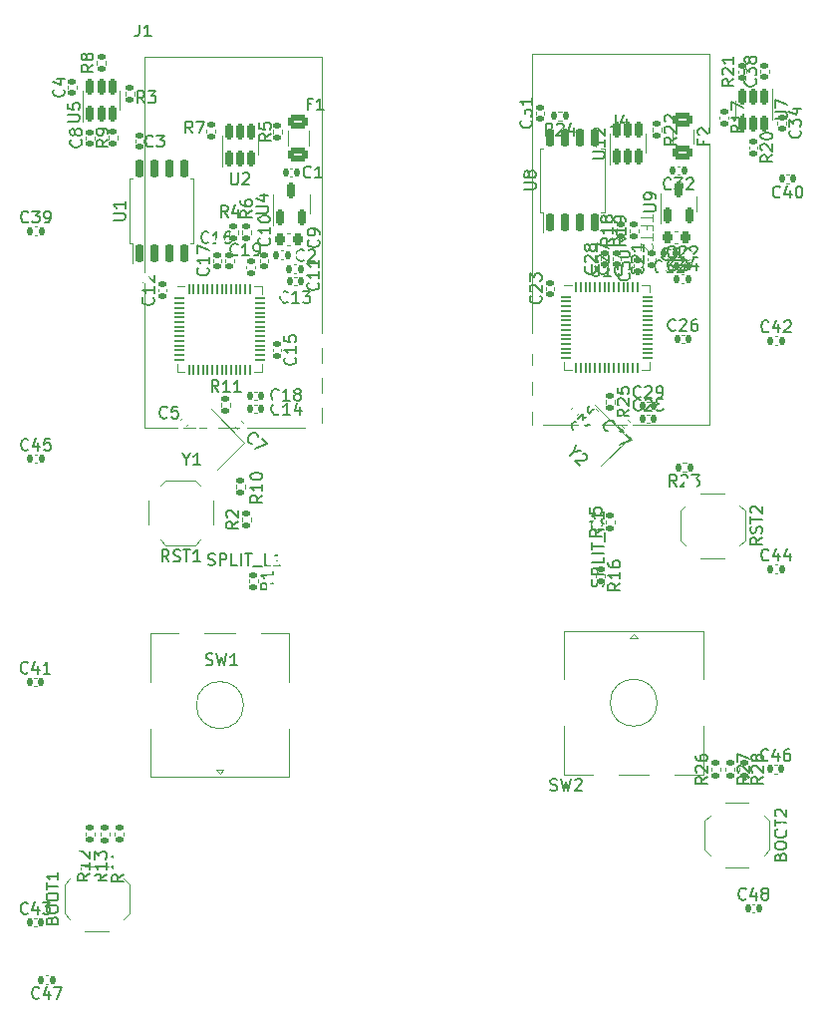
<source format=gbr>
%TF.GenerationSoftware,KiCad,Pcbnew,7.0.8*%
%TF.CreationDate,2024-10-02T10:44:01+02:00*%
%TF.ProjectId,chastity,63686173-7469-4747-992e-6b696361645f,rev?*%
%TF.SameCoordinates,Original*%
%TF.FileFunction,Legend,Top*%
%TF.FilePolarity,Positive*%
%FSLAX46Y46*%
G04 Gerber Fmt 4.6, Leading zero omitted, Abs format (unit mm)*
G04 Created by KiCad (PCBNEW 7.0.8) date 2024-10-02 10:44:01*
%MOMM*%
%LPD*%
G01*
G04 APERTURE LIST*
G04 Aperture macros list*
%AMRoundRect*
0 Rectangle with rounded corners*
0 $1 Rounding radius*
0 $2 $3 $4 $5 $6 $7 $8 $9 X,Y pos of 4 corners*
0 Add a 4 corners polygon primitive as box body*
4,1,4,$2,$3,$4,$5,$6,$7,$8,$9,$2,$3,0*
0 Add four circle primitives for the rounded corners*
1,1,$1+$1,$2,$3*
1,1,$1+$1,$4,$5*
1,1,$1+$1,$6,$7*
1,1,$1+$1,$8,$9*
0 Add four rect primitives between the rounded corners*
20,1,$1+$1,$2,$3,$4,$5,0*
20,1,$1+$1,$4,$5,$6,$7,0*
20,1,$1+$1,$6,$7,$8,$9,0*
20,1,$1+$1,$8,$9,$2,$3,0*%
%AMRotRect*
0 Rectangle, with rotation*
0 The origin of the aperture is its center*
0 $1 length*
0 $2 width*
0 $3 Rotation angle, in degrees counterclockwise*
0 Add horizontal line*
21,1,$1,$2,0,0,$3*%
G04 Aperture macros list end*
%ADD10C,0.150000*%
%ADD11C,0.100000*%
%ADD12C,0.120000*%
%ADD13RoundRect,0.250000X-0.625000X0.375000X-0.625000X-0.375000X0.625000X-0.375000X0.625000X0.375000X0*%
%ADD14RoundRect,0.140000X-0.140000X-0.170000X0.140000X-0.170000X0.140000X0.170000X-0.140000X0.170000X0*%
%ADD15RoundRect,0.135000X0.185000X-0.135000X0.185000X0.135000X-0.185000X0.135000X-0.185000X-0.135000X0*%
%ADD16RoundRect,0.140000X0.140000X0.170000X-0.140000X0.170000X-0.140000X-0.170000X0.140000X-0.170000X0*%
%ADD17RoundRect,0.140000X0.170000X-0.140000X0.170000X0.140000X-0.170000X0.140000X-0.170000X-0.140000X0*%
%ADD18R,3.200000X3.200000*%
%ADD19RoundRect,0.050000X-0.050000X-0.387500X0.050000X-0.387500X0.050000X0.387500X-0.050000X0.387500X0*%
%ADD20RoundRect,0.050000X-0.387500X-0.050000X0.387500X-0.050000X0.387500X0.050000X-0.387500X0.050000X0*%
%ADD21RoundRect,0.135000X-0.185000X0.135000X-0.185000X-0.135000X0.185000X-0.135000X0.185000X0.135000X0*%
%ADD22C,0.650000*%
%ADD23R,1.100000X0.540000*%
%ADD24R,1.100000X0.300000*%
%ADD25O,2.250000X1.200000*%
%ADD26O,1.200000X2.250000*%
%ADD27R,0.540000X1.100000*%
%ADD28R,0.300000X1.100000*%
%ADD29RoundRect,0.150000X0.150000X-0.650000X0.150000X0.650000X-0.150000X0.650000X-0.150000X-0.650000X0*%
%ADD30R,1.000000X1.700000*%
%ADD31RoundRect,0.140000X-0.021213X0.219203X-0.219203X0.021213X0.021213X-0.219203X0.219203X-0.021213X0*%
%ADD32RoundRect,0.135000X0.135000X0.185000X-0.135000X0.185000X-0.135000X-0.185000X0.135000X-0.185000X0*%
%ADD33RoundRect,0.150000X-0.150000X0.512500X-0.150000X-0.512500X0.150000X-0.512500X0.150000X0.512500X0*%
%ADD34RoundRect,0.140000X-0.170000X0.140000X-0.170000X-0.140000X0.170000X-0.140000X0.170000X0.140000X0*%
%ADD35RoundRect,0.225000X0.225000X0.250000X-0.225000X0.250000X-0.225000X-0.250000X0.225000X-0.250000X0*%
%ADD36RoundRect,0.150000X0.150000X-0.512500X0.150000X0.512500X-0.150000X0.512500X-0.150000X-0.512500X0*%
%ADD37R,1.700000X1.000000*%
%ADD38RoundRect,0.140000X0.219203X0.021213X0.021213X0.219203X-0.219203X-0.021213X-0.021213X-0.219203X0*%
%ADD39RotRect,1.400000X1.200000X135.000000*%
%ADD40C,3.987800*%
%ADD41C,1.750000*%
%ADD42C,3.300000*%
%ADD43R,1.700000X1.700000*%
%ADD44O,1.700000X1.700000*%
%ADD45C,0.800000*%
%ADD46C,0.500000*%
G04 APERTURE END LIST*
D10*
X93209146Y130242754D02*
X92875813Y130242754D01*
X92875813Y129718944D02*
X92875813Y130718944D01*
X92875813Y130718944D02*
X93352003Y130718944D01*
X94256765Y129718944D02*
X93685337Y129718944D01*
X93971051Y129718944D02*
X93971051Y130718944D01*
X93971051Y130718944D02*
X93875813Y130576087D01*
X93875813Y130576087D02*
X93780575Y130480849D01*
X93780575Y130480849D02*
X93685337Y130433230D01*
X69148906Y100910722D02*
X69101287Y100863102D01*
X69101287Y100863102D02*
X68958430Y100815483D01*
X68958430Y100815483D02*
X68863192Y100815483D01*
X68863192Y100815483D02*
X68720335Y100863102D01*
X68720335Y100863102D02*
X68625097Y100958341D01*
X68625097Y100958341D02*
X68577478Y101053579D01*
X68577478Y101053579D02*
X68529859Y101244055D01*
X68529859Y101244055D02*
X68529859Y101386912D01*
X68529859Y101386912D02*
X68577478Y101577388D01*
X68577478Y101577388D02*
X68625097Y101672626D01*
X68625097Y101672626D02*
X68720335Y101767864D01*
X68720335Y101767864D02*
X68863192Y101815483D01*
X68863192Y101815483D02*
X68958430Y101815483D01*
X68958430Y101815483D02*
X69101287Y101767864D01*
X69101287Y101767864D02*
X69148906Y101720245D01*
X70006049Y101482150D02*
X70006049Y100815483D01*
X69767954Y101863102D02*
X69529859Y101148817D01*
X69529859Y101148817D02*
X70148906Y101148817D01*
X71006049Y101815483D02*
X70529859Y101815483D01*
X70529859Y101815483D02*
X70482240Y101339293D01*
X70482240Y101339293D02*
X70529859Y101386912D01*
X70529859Y101386912D02*
X70625097Y101434531D01*
X70625097Y101434531D02*
X70863192Y101434531D01*
X70863192Y101434531D02*
X70958430Y101386912D01*
X70958430Y101386912D02*
X71006049Y101339293D01*
X71006049Y101339293D02*
X71053668Y101244055D01*
X71053668Y101244055D02*
X71053668Y101005960D01*
X71053668Y101005960D02*
X71006049Y100910722D01*
X71006049Y100910722D02*
X70958430Y100863102D01*
X70958430Y100863102D02*
X70863192Y100815483D01*
X70863192Y100815483D02*
X70625097Y100815483D01*
X70625097Y100815483D02*
X70529859Y100863102D01*
X70529859Y100863102D02*
X70482240Y100910722D01*
X118814886Y118839261D02*
X118338695Y118505928D01*
X118814886Y118267833D02*
X117814886Y118267833D01*
X117814886Y118267833D02*
X117814886Y118648785D01*
X117814886Y118648785D02*
X117862505Y118744023D01*
X117862505Y118744023D02*
X117910124Y118791642D01*
X117910124Y118791642D02*
X118005362Y118839261D01*
X118005362Y118839261D02*
X118148219Y118839261D01*
X118148219Y118839261D02*
X118243457Y118791642D01*
X118243457Y118791642D02*
X118291076Y118744023D01*
X118291076Y118744023D02*
X118338695Y118648785D01*
X118338695Y118648785D02*
X118338695Y118267833D01*
X118814886Y119791642D02*
X118814886Y119220214D01*
X118814886Y119505928D02*
X117814886Y119505928D01*
X117814886Y119505928D02*
X117957743Y119410690D01*
X117957743Y119410690D02*
X118052981Y119315452D01*
X118052981Y119315452D02*
X118100600Y119220214D01*
X118243457Y120363071D02*
X118195838Y120267833D01*
X118195838Y120267833D02*
X118148219Y120220214D01*
X118148219Y120220214D02*
X118052981Y120172595D01*
X118052981Y120172595D02*
X118005362Y120172595D01*
X118005362Y120172595D02*
X117910124Y120220214D01*
X117910124Y120220214D02*
X117862505Y120267833D01*
X117862505Y120267833D02*
X117814886Y120363071D01*
X117814886Y120363071D02*
X117814886Y120553547D01*
X117814886Y120553547D02*
X117862505Y120648785D01*
X117862505Y120648785D02*
X117910124Y120696404D01*
X117910124Y120696404D02*
X118005362Y120744023D01*
X118005362Y120744023D02*
X118052981Y120744023D01*
X118052981Y120744023D02*
X118148219Y120696404D01*
X118148219Y120696404D02*
X118195838Y120648785D01*
X118195838Y120648785D02*
X118243457Y120553547D01*
X118243457Y120553547D02*
X118243457Y120363071D01*
X118243457Y120363071D02*
X118291076Y120267833D01*
X118291076Y120267833D02*
X118338695Y120220214D01*
X118338695Y120220214D02*
X118433933Y120172595D01*
X118433933Y120172595D02*
X118624409Y120172595D01*
X118624409Y120172595D02*
X118719647Y120220214D01*
X118719647Y120220214D02*
X118767267Y120267833D01*
X118767267Y120267833D02*
X118814886Y120363071D01*
X118814886Y120363071D02*
X118814886Y120553547D01*
X118814886Y120553547D02*
X118767267Y120648785D01*
X118767267Y120648785D02*
X118719647Y120696404D01*
X118719647Y120696404D02*
X118624409Y120744023D01*
X118624409Y120744023D02*
X118433933Y120744023D01*
X118433933Y120744023D02*
X118338695Y120696404D01*
X118338695Y120696404D02*
X118291076Y120648785D01*
X118291076Y120648785D02*
X118243457Y120553547D01*
X123774702Y123055960D02*
X123727083Y123008340D01*
X123727083Y123008340D02*
X123584226Y122960721D01*
X123584226Y122960721D02*
X123488988Y122960721D01*
X123488988Y122960721D02*
X123346131Y123008340D01*
X123346131Y123008340D02*
X123250893Y123103579D01*
X123250893Y123103579D02*
X123203274Y123198817D01*
X123203274Y123198817D02*
X123155655Y123389293D01*
X123155655Y123389293D02*
X123155655Y123532150D01*
X123155655Y123532150D02*
X123203274Y123722626D01*
X123203274Y123722626D02*
X123250893Y123817864D01*
X123250893Y123817864D02*
X123346131Y123913102D01*
X123346131Y123913102D02*
X123488988Y123960721D01*
X123488988Y123960721D02*
X123584226Y123960721D01*
X123584226Y123960721D02*
X123727083Y123913102D01*
X123727083Y123913102D02*
X123774702Y123865483D01*
X124108036Y123960721D02*
X124727083Y123960721D01*
X124727083Y123960721D02*
X124393750Y123579769D01*
X124393750Y123579769D02*
X124536607Y123579769D01*
X124536607Y123579769D02*
X124631845Y123532150D01*
X124631845Y123532150D02*
X124679464Y123484531D01*
X124679464Y123484531D02*
X124727083Y123389293D01*
X124727083Y123389293D02*
X124727083Y123151198D01*
X124727083Y123151198D02*
X124679464Y123055960D01*
X124679464Y123055960D02*
X124631845Y123008340D01*
X124631845Y123008340D02*
X124536607Y122960721D01*
X124536607Y122960721D02*
X124250893Y122960721D01*
X124250893Y122960721D02*
X124155655Y123008340D01*
X124155655Y123008340D02*
X124108036Y123055960D01*
X125108036Y123865483D02*
X125155655Y123913102D01*
X125155655Y123913102D02*
X125250893Y123960721D01*
X125250893Y123960721D02*
X125488988Y123960721D01*
X125488988Y123960721D02*
X125584226Y123913102D01*
X125584226Y123913102D02*
X125631845Y123865483D01*
X125631845Y123865483D02*
X125679464Y123770245D01*
X125679464Y123770245D02*
X125679464Y123675007D01*
X125679464Y123675007D02*
X125631845Y123532150D01*
X125631845Y123532150D02*
X125060417Y122960721D01*
X125060417Y122960721D02*
X125679464Y122960721D01*
D11*
X122193290Y120856429D02*
X122193290Y120285001D01*
X121193290Y120570715D02*
X122193290Y120570715D01*
X121717100Y119618334D02*
X121717100Y119951667D01*
X121193290Y119951667D02*
X122193290Y119951667D01*
X122193290Y119951667D02*
X122193290Y119475477D01*
X122193290Y119237381D02*
X122193290Y118665953D01*
X121193290Y118951667D02*
X122193290Y118951667D01*
X122098052Y118380238D02*
X122145671Y118332619D01*
X122145671Y118332619D02*
X122193290Y118237381D01*
X122193290Y118237381D02*
X122193290Y117999286D01*
X122193290Y117999286D02*
X122145671Y117904048D01*
X122145671Y117904048D02*
X122098052Y117856429D01*
X122098052Y117856429D02*
X122002814Y117808810D01*
X122002814Y117808810D02*
X121907576Y117808810D01*
X121907576Y117808810D02*
X121764719Y117856429D01*
X121764719Y117856429D02*
X121193290Y118427857D01*
X121193290Y118427857D02*
X121193290Y117808810D01*
D10*
X111862498Y128837031D02*
X111910118Y128789412D01*
X111910118Y128789412D02*
X111957737Y128646555D01*
X111957737Y128646555D02*
X111957737Y128551317D01*
X111957737Y128551317D02*
X111910118Y128408460D01*
X111910118Y128408460D02*
X111814879Y128313222D01*
X111814879Y128313222D02*
X111719641Y128265603D01*
X111719641Y128265603D02*
X111529165Y128217984D01*
X111529165Y128217984D02*
X111386308Y128217984D01*
X111386308Y128217984D02*
X111195832Y128265603D01*
X111195832Y128265603D02*
X111100594Y128313222D01*
X111100594Y128313222D02*
X111005356Y128408460D01*
X111005356Y128408460D02*
X110957737Y128551317D01*
X110957737Y128551317D02*
X110957737Y128646555D01*
X110957737Y128646555D02*
X111005356Y128789412D01*
X111005356Y128789412D02*
X111052975Y128837031D01*
X110957737Y129170365D02*
X110957737Y129789412D01*
X110957737Y129789412D02*
X111338689Y129456079D01*
X111338689Y129456079D02*
X111338689Y129598936D01*
X111338689Y129598936D02*
X111386308Y129694174D01*
X111386308Y129694174D02*
X111433927Y129741793D01*
X111433927Y129741793D02*
X111529165Y129789412D01*
X111529165Y129789412D02*
X111767260Y129789412D01*
X111767260Y129789412D02*
X111862498Y129741793D01*
X111862498Y129741793D02*
X111910118Y129694174D01*
X111910118Y129694174D02*
X111957737Y129598936D01*
X111957737Y129598936D02*
X111957737Y129313222D01*
X111957737Y129313222D02*
X111910118Y129217984D01*
X111910118Y129217984D02*
X111862498Y129170365D01*
X111957737Y130741793D02*
X111957737Y130170365D01*
X111957737Y130456079D02*
X110957737Y130456079D01*
X110957737Y130456079D02*
X111100594Y130360841D01*
X111100594Y130360841D02*
X111195832Y130265603D01*
X111195832Y130265603D02*
X111243451Y130170365D01*
X90420974Y105145027D02*
X90373355Y105097407D01*
X90373355Y105097407D02*
X90230498Y105049788D01*
X90230498Y105049788D02*
X90135260Y105049788D01*
X90135260Y105049788D02*
X89992403Y105097407D01*
X89992403Y105097407D02*
X89897165Y105192646D01*
X89897165Y105192646D02*
X89849546Y105287884D01*
X89849546Y105287884D02*
X89801927Y105478360D01*
X89801927Y105478360D02*
X89801927Y105621217D01*
X89801927Y105621217D02*
X89849546Y105811693D01*
X89849546Y105811693D02*
X89897165Y105906931D01*
X89897165Y105906931D02*
X89992403Y106002169D01*
X89992403Y106002169D02*
X90135260Y106049788D01*
X90135260Y106049788D02*
X90230498Y106049788D01*
X90230498Y106049788D02*
X90373355Y106002169D01*
X90373355Y106002169D02*
X90420974Y105954550D01*
X91373355Y105049788D02*
X90801927Y105049788D01*
X91087641Y105049788D02*
X91087641Y106049788D01*
X91087641Y106049788D02*
X90992403Y105906931D01*
X90992403Y105906931D02*
X90897165Y105811693D01*
X90897165Y105811693D02*
X90801927Y105764074D01*
X91944784Y105621217D02*
X91849546Y105668836D01*
X91849546Y105668836D02*
X91801927Y105716455D01*
X91801927Y105716455D02*
X91754308Y105811693D01*
X91754308Y105811693D02*
X91754308Y105859312D01*
X91754308Y105859312D02*
X91801927Y105954550D01*
X91801927Y105954550D02*
X91849546Y106002169D01*
X91849546Y106002169D02*
X91944784Y106049788D01*
X91944784Y106049788D02*
X92135260Y106049788D01*
X92135260Y106049788D02*
X92230498Y106002169D01*
X92230498Y106002169D02*
X92278117Y105954550D01*
X92278117Y105954550D02*
X92325736Y105859312D01*
X92325736Y105859312D02*
X92325736Y105811693D01*
X92325736Y105811693D02*
X92278117Y105716455D01*
X92278117Y105716455D02*
X92230498Y105668836D01*
X92230498Y105668836D02*
X92135260Y105621217D01*
X92135260Y105621217D02*
X91944784Y105621217D01*
X91944784Y105621217D02*
X91849546Y105573598D01*
X91849546Y105573598D02*
X91801927Y105525979D01*
X91801927Y105525979D02*
X91754308Y105430741D01*
X91754308Y105430741D02*
X91754308Y105240265D01*
X91754308Y105240265D02*
X91801927Y105145027D01*
X91801927Y105145027D02*
X91849546Y105097407D01*
X91849546Y105097407D02*
X91944784Y105049788D01*
X91944784Y105049788D02*
X92135260Y105049788D01*
X92135260Y105049788D02*
X92230498Y105097407D01*
X92230498Y105097407D02*
X92278117Y105145027D01*
X92278117Y105145027D02*
X92325736Y105240265D01*
X92325736Y105240265D02*
X92325736Y105430741D01*
X92325736Y105430741D02*
X92278117Y105525979D01*
X92278117Y105525979D02*
X92230498Y105573598D01*
X92230498Y105573598D02*
X92135260Y105621217D01*
X126531773Y127148785D02*
X126531773Y126815452D01*
X127055583Y126815452D02*
X126055583Y126815452D01*
X126055583Y126815452D02*
X126055583Y127291642D01*
X126150821Y127624976D02*
X126103202Y127672595D01*
X126103202Y127672595D02*
X126055583Y127767833D01*
X126055583Y127767833D02*
X126055583Y128005928D01*
X126055583Y128005928D02*
X126103202Y128101166D01*
X126103202Y128101166D02*
X126150821Y128148785D01*
X126150821Y128148785D02*
X126246059Y128196404D01*
X126246059Y128196404D02*
X126341297Y128196404D01*
X126341297Y128196404D02*
X126484154Y128148785D01*
X126484154Y128148785D02*
X127055583Y127577357D01*
X127055583Y127577357D02*
X127055583Y128196404D01*
X89036019Y96999876D02*
X88559828Y96666543D01*
X89036019Y96428448D02*
X88036019Y96428448D01*
X88036019Y96428448D02*
X88036019Y96809400D01*
X88036019Y96809400D02*
X88083638Y96904638D01*
X88083638Y96904638D02*
X88131257Y96952257D01*
X88131257Y96952257D02*
X88226495Y96999876D01*
X88226495Y96999876D02*
X88369352Y96999876D01*
X88369352Y96999876D02*
X88464590Y96952257D01*
X88464590Y96952257D02*
X88512209Y96904638D01*
X88512209Y96904638D02*
X88559828Y96809400D01*
X88559828Y96809400D02*
X88559828Y96428448D01*
X89036019Y97952257D02*
X89036019Y97380829D01*
X89036019Y97666543D02*
X88036019Y97666543D01*
X88036019Y97666543D02*
X88178876Y97571305D01*
X88178876Y97571305D02*
X88274114Y97476067D01*
X88274114Y97476067D02*
X88321733Y97380829D01*
X88036019Y98571305D02*
X88036019Y98666543D01*
X88036019Y98666543D02*
X88083638Y98761781D01*
X88083638Y98761781D02*
X88131257Y98809400D01*
X88131257Y98809400D02*
X88226495Y98857019D01*
X88226495Y98857019D02*
X88416971Y98904638D01*
X88416971Y98904638D02*
X88655066Y98904638D01*
X88655066Y98904638D02*
X88845542Y98857019D01*
X88845542Y98857019D02*
X88940780Y98809400D01*
X88940780Y98809400D02*
X88988400Y98761781D01*
X88988400Y98761781D02*
X89036019Y98666543D01*
X89036019Y98666543D02*
X89036019Y98571305D01*
X89036019Y98571305D02*
X88988400Y98476067D01*
X88988400Y98476067D02*
X88940780Y98428448D01*
X88940780Y98428448D02*
X88845542Y98380829D01*
X88845542Y98380829D02*
X88655066Y98333210D01*
X88655066Y98333210D02*
X88416971Y98333210D01*
X88416971Y98333210D02*
X88226495Y98380829D01*
X88226495Y98380829D02*
X88131257Y98428448D01*
X88131257Y98428448D02*
X88083638Y98476067D01*
X88083638Y98476067D02*
X88036019Y98571305D01*
X84588133Y111602874D02*
X84588133Y110793351D01*
X84588133Y110793351D02*
X84635752Y110698113D01*
X84635752Y110698113D02*
X84683371Y110650493D01*
X84683371Y110650493D02*
X84778609Y110602874D01*
X84778609Y110602874D02*
X84969085Y110602874D01*
X84969085Y110602874D02*
X85064323Y110650493D01*
X85064323Y110650493D02*
X85111942Y110698113D01*
X85111942Y110698113D02*
X85159561Y110793351D01*
X85159561Y110793351D02*
X85159561Y111602874D01*
X85540514Y111602874D02*
X86159561Y111602874D01*
X86159561Y111602874D02*
X85826228Y111221922D01*
X85826228Y111221922D02*
X85969085Y111221922D01*
X85969085Y111221922D02*
X86064323Y111174303D01*
X86064323Y111174303D02*
X86111942Y111126684D01*
X86111942Y111126684D02*
X86159561Y111031446D01*
X86159561Y111031446D02*
X86159561Y110793351D01*
X86159561Y110793351D02*
X86111942Y110698113D01*
X86111942Y110698113D02*
X86064323Y110650493D01*
X86064323Y110650493D02*
X85969085Y110602874D01*
X85969085Y110602874D02*
X85683371Y110602874D01*
X85683371Y110602874D02*
X85588133Y110650493D01*
X85588133Y110650493D02*
X85540514Y110698113D01*
X130405583Y73102143D02*
X129929392Y72768810D01*
X130405583Y72530715D02*
X129405583Y72530715D01*
X129405583Y72530715D02*
X129405583Y72911667D01*
X129405583Y72911667D02*
X129453202Y73006905D01*
X129453202Y73006905D02*
X129500821Y73054524D01*
X129500821Y73054524D02*
X129596059Y73102143D01*
X129596059Y73102143D02*
X129738916Y73102143D01*
X129738916Y73102143D02*
X129834154Y73054524D01*
X129834154Y73054524D02*
X129881773Y73006905D01*
X129881773Y73006905D02*
X129929392Y72911667D01*
X129929392Y72911667D02*
X129929392Y72530715D01*
X129500821Y73483096D02*
X129453202Y73530715D01*
X129453202Y73530715D02*
X129405583Y73625953D01*
X129405583Y73625953D02*
X129405583Y73864048D01*
X129405583Y73864048D02*
X129453202Y73959286D01*
X129453202Y73959286D02*
X129500821Y74006905D01*
X129500821Y74006905D02*
X129596059Y74054524D01*
X129596059Y74054524D02*
X129691297Y74054524D01*
X129691297Y74054524D02*
X129834154Y74006905D01*
X129834154Y74006905D02*
X130405583Y73435477D01*
X130405583Y73435477D02*
X130405583Y74054524D01*
X129405583Y74387858D02*
X129405583Y75054524D01*
X129405583Y75054524D02*
X130405583Y74625953D01*
X88165121Y121172725D02*
X87688930Y120839392D01*
X88165121Y120601297D02*
X87165121Y120601297D01*
X87165121Y120601297D02*
X87165121Y120982249D01*
X87165121Y120982249D02*
X87212740Y121077487D01*
X87212740Y121077487D02*
X87260359Y121125106D01*
X87260359Y121125106D02*
X87355597Y121172725D01*
X87355597Y121172725D02*
X87498454Y121172725D01*
X87498454Y121172725D02*
X87593692Y121125106D01*
X87593692Y121125106D02*
X87641311Y121077487D01*
X87641311Y121077487D02*
X87688930Y120982249D01*
X87688930Y120982249D02*
X87688930Y120601297D01*
X87165121Y122029868D02*
X87165121Y121839392D01*
X87165121Y121839392D02*
X87212740Y121744154D01*
X87212740Y121744154D02*
X87260359Y121696535D01*
X87260359Y121696535D02*
X87403216Y121601297D01*
X87403216Y121601297D02*
X87593692Y121553678D01*
X87593692Y121553678D02*
X87974644Y121553678D01*
X87974644Y121553678D02*
X88069882Y121601297D01*
X88069882Y121601297D02*
X88117502Y121648916D01*
X88117502Y121648916D02*
X88165121Y121744154D01*
X88165121Y121744154D02*
X88165121Y121934630D01*
X88165121Y121934630D02*
X88117502Y122029868D01*
X88117502Y122029868D02*
X88069882Y122077487D01*
X88069882Y122077487D02*
X87974644Y122125106D01*
X87974644Y122125106D02*
X87736549Y122125106D01*
X87736549Y122125106D02*
X87641311Y122077487D01*
X87641311Y122077487D02*
X87593692Y122029868D01*
X87593692Y122029868D02*
X87546073Y121934630D01*
X87546073Y121934630D02*
X87546073Y121744154D01*
X87546073Y121744154D02*
X87593692Y121648916D01*
X87593692Y121648916D02*
X87641311Y121601297D01*
X87641311Y121601297D02*
X87736549Y121553678D01*
X117978964Y89276139D02*
X118026583Y89418996D01*
X118026583Y89418996D02*
X118026583Y89657091D01*
X118026583Y89657091D02*
X117978964Y89752329D01*
X117978964Y89752329D02*
X117931344Y89799948D01*
X117931344Y89799948D02*
X117836106Y89847567D01*
X117836106Y89847567D02*
X117740868Y89847567D01*
X117740868Y89847567D02*
X117645630Y89799948D01*
X117645630Y89799948D02*
X117598011Y89752329D01*
X117598011Y89752329D02*
X117550392Y89657091D01*
X117550392Y89657091D02*
X117502773Y89466615D01*
X117502773Y89466615D02*
X117455154Y89371377D01*
X117455154Y89371377D02*
X117407535Y89323758D01*
X117407535Y89323758D02*
X117312297Y89276139D01*
X117312297Y89276139D02*
X117217059Y89276139D01*
X117217059Y89276139D02*
X117121821Y89323758D01*
X117121821Y89323758D02*
X117074202Y89371377D01*
X117074202Y89371377D02*
X117026583Y89466615D01*
X117026583Y89466615D02*
X117026583Y89704710D01*
X117026583Y89704710D02*
X117074202Y89847567D01*
X118026583Y90276139D02*
X117026583Y90276139D01*
X117026583Y90276139D02*
X117026583Y90657091D01*
X117026583Y90657091D02*
X117074202Y90752329D01*
X117074202Y90752329D02*
X117121821Y90799948D01*
X117121821Y90799948D02*
X117217059Y90847567D01*
X117217059Y90847567D02*
X117359916Y90847567D01*
X117359916Y90847567D02*
X117455154Y90799948D01*
X117455154Y90799948D02*
X117502773Y90752329D01*
X117502773Y90752329D02*
X117550392Y90657091D01*
X117550392Y90657091D02*
X117550392Y90276139D01*
X118026583Y91752329D02*
X118026583Y91276139D01*
X118026583Y91276139D02*
X117026583Y91276139D01*
X118026583Y92085663D02*
X117026583Y92085663D01*
X117026583Y92418996D02*
X117026583Y92990424D01*
X118026583Y92704710D02*
X117026583Y92704710D01*
X118121821Y93085662D02*
X118121821Y93847567D01*
X118026583Y94657091D02*
X117550392Y94323758D01*
X118026583Y94085663D02*
X117026583Y94085663D01*
X117026583Y94085663D02*
X117026583Y94466615D01*
X117026583Y94466615D02*
X117074202Y94561853D01*
X117074202Y94561853D02*
X117121821Y94609472D01*
X117121821Y94609472D02*
X117217059Y94657091D01*
X117217059Y94657091D02*
X117359916Y94657091D01*
X117359916Y94657091D02*
X117455154Y94609472D01*
X117455154Y94609472D02*
X117502773Y94561853D01*
X117502773Y94561853D02*
X117550392Y94466615D01*
X117550392Y94466615D02*
X117550392Y94085663D01*
X118026583Y95609472D02*
X118026583Y95038044D01*
X118026583Y95323758D02*
X117026583Y95323758D01*
X117026583Y95323758D02*
X117169440Y95228520D01*
X117169440Y95228520D02*
X117264678Y95133282D01*
X117264678Y95133282D02*
X117312297Y95038044D01*
X69124870Y81967928D02*
X69077251Y81920308D01*
X69077251Y81920308D02*
X68934394Y81872689D01*
X68934394Y81872689D02*
X68839156Y81872689D01*
X68839156Y81872689D02*
X68696299Y81920308D01*
X68696299Y81920308D02*
X68601061Y82015547D01*
X68601061Y82015547D02*
X68553442Y82110785D01*
X68553442Y82110785D02*
X68505823Y82301261D01*
X68505823Y82301261D02*
X68505823Y82444118D01*
X68505823Y82444118D02*
X68553442Y82634594D01*
X68553442Y82634594D02*
X68601061Y82729832D01*
X68601061Y82729832D02*
X68696299Y82825070D01*
X68696299Y82825070D02*
X68839156Y82872689D01*
X68839156Y82872689D02*
X68934394Y82872689D01*
X68934394Y82872689D02*
X69077251Y82825070D01*
X69077251Y82825070D02*
X69124870Y82777451D01*
X69982013Y82539356D02*
X69982013Y81872689D01*
X69743918Y82920308D02*
X69505823Y82206023D01*
X69505823Y82206023D02*
X70124870Y82206023D01*
X71029632Y81872689D02*
X70458204Y81872689D01*
X70743918Y81872689D02*
X70743918Y82872689D01*
X70743918Y82872689D02*
X70648680Y82729832D01*
X70648680Y82729832D02*
X70553442Y82634594D01*
X70553442Y82634594D02*
X70458204Y82586975D01*
X78600008Y136976214D02*
X78600008Y136261929D01*
X78600008Y136261929D02*
X78552389Y136119072D01*
X78552389Y136119072D02*
X78457151Y136023833D01*
X78457151Y136023833D02*
X78314294Y135976214D01*
X78314294Y135976214D02*
X78219056Y135976214D01*
X79600008Y135976214D02*
X79028580Y135976214D01*
X79314294Y135976214D02*
X79314294Y136976214D01*
X79314294Y136976214D02*
X79219056Y136833357D01*
X79219056Y136833357D02*
X79123818Y136738119D01*
X79123818Y136738119D02*
X79028580Y136690500D01*
X76386583Y120383096D02*
X77196106Y120383096D01*
X77196106Y120383096D02*
X77291344Y120430715D01*
X77291344Y120430715D02*
X77338964Y120478334D01*
X77338964Y120478334D02*
X77386583Y120573572D01*
X77386583Y120573572D02*
X77386583Y120764048D01*
X77386583Y120764048D02*
X77338964Y120859286D01*
X77338964Y120859286D02*
X77291344Y120906905D01*
X77291344Y120906905D02*
X77196106Y120954524D01*
X77196106Y120954524D02*
X76386583Y120954524D01*
X77386583Y121954524D02*
X77386583Y121383096D01*
X77386583Y121668810D02*
X76386583Y121668810D01*
X76386583Y121668810D02*
X76529440Y121573572D01*
X76529440Y121573572D02*
X76624678Y121478334D01*
X76624678Y121478334D02*
X76672297Y121383096D01*
X74363012Y64875858D02*
X73886821Y64542525D01*
X74363012Y64304430D02*
X73363012Y64304430D01*
X73363012Y64304430D02*
X73363012Y64685382D01*
X73363012Y64685382D02*
X73410631Y64780620D01*
X73410631Y64780620D02*
X73458250Y64828239D01*
X73458250Y64828239D02*
X73553488Y64875858D01*
X73553488Y64875858D02*
X73696345Y64875858D01*
X73696345Y64875858D02*
X73791583Y64828239D01*
X73791583Y64828239D02*
X73839202Y64780620D01*
X73839202Y64780620D02*
X73886821Y64685382D01*
X73886821Y64685382D02*
X73886821Y64304430D01*
X74363012Y65828239D02*
X74363012Y65256811D01*
X74363012Y65542525D02*
X73363012Y65542525D01*
X73363012Y65542525D02*
X73505869Y65447287D01*
X73505869Y65447287D02*
X73601107Y65352049D01*
X73601107Y65352049D02*
X73648726Y65256811D01*
X73458250Y66209192D02*
X73410631Y66256811D01*
X73410631Y66256811D02*
X73363012Y66352049D01*
X73363012Y66352049D02*
X73363012Y66590144D01*
X73363012Y66590144D02*
X73410631Y66685382D01*
X73410631Y66685382D02*
X73458250Y66733001D01*
X73458250Y66733001D02*
X73553488Y66780620D01*
X73553488Y66780620D02*
X73648726Y66780620D01*
X73648726Y66780620D02*
X73791583Y66733001D01*
X73791583Y66733001D02*
X74363012Y66161573D01*
X74363012Y66161573D02*
X74363012Y66780620D01*
X119428098Y89539357D02*
X118951907Y89206024D01*
X119428098Y88967929D02*
X118428098Y88967929D01*
X118428098Y88967929D02*
X118428098Y89348881D01*
X118428098Y89348881D02*
X118475717Y89444119D01*
X118475717Y89444119D02*
X118523336Y89491738D01*
X118523336Y89491738D02*
X118618574Y89539357D01*
X118618574Y89539357D02*
X118761431Y89539357D01*
X118761431Y89539357D02*
X118856669Y89491738D01*
X118856669Y89491738D02*
X118904288Y89444119D01*
X118904288Y89444119D02*
X118951907Y89348881D01*
X118951907Y89348881D02*
X118951907Y88967929D01*
X119428098Y90491738D02*
X119428098Y89920310D01*
X119428098Y90206024D02*
X118428098Y90206024D01*
X118428098Y90206024D02*
X118570955Y90110786D01*
X118570955Y90110786D02*
X118666193Y90015548D01*
X118666193Y90015548D02*
X118713812Y89920310D01*
X118428098Y91348881D02*
X118428098Y91158405D01*
X118428098Y91158405D02*
X118475717Y91063167D01*
X118475717Y91063167D02*
X118523336Y91015548D01*
X118523336Y91015548D02*
X118666193Y90920310D01*
X118666193Y90920310D02*
X118856669Y90872691D01*
X118856669Y90872691D02*
X119237621Y90872691D01*
X119237621Y90872691D02*
X119332859Y90920310D01*
X119332859Y90920310D02*
X119380479Y90967929D01*
X119380479Y90967929D02*
X119428098Y91063167D01*
X119428098Y91063167D02*
X119428098Y91253643D01*
X119428098Y91253643D02*
X119380479Y91348881D01*
X119380479Y91348881D02*
X119332859Y91396500D01*
X119332859Y91396500D02*
X119237621Y91444119D01*
X119237621Y91444119D02*
X118999526Y91444119D01*
X118999526Y91444119D02*
X118904288Y91396500D01*
X118904288Y91396500D02*
X118856669Y91348881D01*
X118856669Y91348881D02*
X118809050Y91253643D01*
X118809050Y91253643D02*
X118809050Y91063167D01*
X118809050Y91063167D02*
X118856669Y90967929D01*
X118856669Y90967929D02*
X118904288Y90920310D01*
X118904288Y90920310D02*
X118999526Y90872691D01*
X84405208Y116302143D02*
X84452828Y116254524D01*
X84452828Y116254524D02*
X84500447Y116111667D01*
X84500447Y116111667D02*
X84500447Y116016429D01*
X84500447Y116016429D02*
X84452828Y115873572D01*
X84452828Y115873572D02*
X84357589Y115778334D01*
X84357589Y115778334D02*
X84262351Y115730715D01*
X84262351Y115730715D02*
X84071875Y115683096D01*
X84071875Y115683096D02*
X83929018Y115683096D01*
X83929018Y115683096D02*
X83738542Y115730715D01*
X83738542Y115730715D02*
X83643304Y115778334D01*
X83643304Y115778334D02*
X83548066Y115873572D01*
X83548066Y115873572D02*
X83500447Y116016429D01*
X83500447Y116016429D02*
X83500447Y116111667D01*
X83500447Y116111667D02*
X83548066Y116254524D01*
X83548066Y116254524D02*
X83595685Y116302143D01*
X84500447Y117254524D02*
X84500447Y116683096D01*
X84500447Y116968810D02*
X83500447Y116968810D01*
X83500447Y116968810D02*
X83643304Y116873572D01*
X83643304Y116873572D02*
X83738542Y116778334D01*
X83738542Y116778334D02*
X83786161Y116683096D01*
X83500447Y117587858D02*
X83500447Y118254524D01*
X83500447Y118254524D02*
X84500447Y117825953D01*
X89621836Y118837422D02*
X89669456Y118789803D01*
X89669456Y118789803D02*
X89717075Y118646946D01*
X89717075Y118646946D02*
X89717075Y118551708D01*
X89717075Y118551708D02*
X89669456Y118408851D01*
X89669456Y118408851D02*
X89574217Y118313613D01*
X89574217Y118313613D02*
X89478979Y118265994D01*
X89478979Y118265994D02*
X89288503Y118218375D01*
X89288503Y118218375D02*
X89145646Y118218375D01*
X89145646Y118218375D02*
X88955170Y118265994D01*
X88955170Y118265994D02*
X88859932Y118313613D01*
X88859932Y118313613D02*
X88764694Y118408851D01*
X88764694Y118408851D02*
X88717075Y118551708D01*
X88717075Y118551708D02*
X88717075Y118646946D01*
X88717075Y118646946D02*
X88764694Y118789803D01*
X88764694Y118789803D02*
X88812313Y118837422D01*
X89717075Y119789803D02*
X89717075Y119218375D01*
X89717075Y119504089D02*
X88717075Y119504089D01*
X88717075Y119504089D02*
X88859932Y119408851D01*
X88859932Y119408851D02*
X88955170Y119313613D01*
X88955170Y119313613D02*
X89002789Y119218375D01*
X88717075Y120408851D02*
X88717075Y120504089D01*
X88717075Y120504089D02*
X88764694Y120599327D01*
X88764694Y120599327D02*
X88812313Y120646946D01*
X88812313Y120646946D02*
X88907551Y120694565D01*
X88907551Y120694565D02*
X89098027Y120742184D01*
X89098027Y120742184D02*
X89336122Y120742184D01*
X89336122Y120742184D02*
X89526598Y120694565D01*
X89526598Y120694565D02*
X89621836Y120646946D01*
X89621836Y120646946D02*
X89669456Y120599327D01*
X89669456Y120599327D02*
X89717075Y120504089D01*
X89717075Y120504089D02*
X89717075Y120408851D01*
X89717075Y120408851D02*
X89669456Y120313613D01*
X89669456Y120313613D02*
X89621836Y120265994D01*
X89621836Y120265994D02*
X89526598Y120218375D01*
X89526598Y120218375D02*
X89336122Y120170756D01*
X89336122Y120170756D02*
X89098027Y120170756D01*
X89098027Y120170756D02*
X88907551Y120218375D01*
X88907551Y120218375D02*
X88812313Y120265994D01*
X88812313Y120265994D02*
X88764694Y120313613D01*
X88764694Y120313613D02*
X88717075Y120408851D01*
X133061773Y66311667D02*
X133109392Y66454524D01*
X133109392Y66454524D02*
X133157011Y66502143D01*
X133157011Y66502143D02*
X133252249Y66549762D01*
X133252249Y66549762D02*
X133395106Y66549762D01*
X133395106Y66549762D02*
X133490344Y66502143D01*
X133490344Y66502143D02*
X133537964Y66454524D01*
X133537964Y66454524D02*
X133585583Y66359286D01*
X133585583Y66359286D02*
X133585583Y65978334D01*
X133585583Y65978334D02*
X132585583Y65978334D01*
X132585583Y65978334D02*
X132585583Y66311667D01*
X132585583Y66311667D02*
X132633202Y66406905D01*
X132633202Y66406905D02*
X132680821Y66454524D01*
X132680821Y66454524D02*
X132776059Y66502143D01*
X132776059Y66502143D02*
X132871297Y66502143D01*
X132871297Y66502143D02*
X132966535Y66454524D01*
X132966535Y66454524D02*
X133014154Y66406905D01*
X133014154Y66406905D02*
X133061773Y66311667D01*
X133061773Y66311667D02*
X133061773Y65978334D01*
X132585583Y67168810D02*
X132585583Y67359286D01*
X132585583Y67359286D02*
X132633202Y67454524D01*
X132633202Y67454524D02*
X132728440Y67549762D01*
X132728440Y67549762D02*
X132918916Y67597381D01*
X132918916Y67597381D02*
X133252249Y67597381D01*
X133252249Y67597381D02*
X133442725Y67549762D01*
X133442725Y67549762D02*
X133537964Y67454524D01*
X133537964Y67454524D02*
X133585583Y67359286D01*
X133585583Y67359286D02*
X133585583Y67168810D01*
X133585583Y67168810D02*
X133537964Y67073572D01*
X133537964Y67073572D02*
X133442725Y66978334D01*
X133442725Y66978334D02*
X133252249Y66930715D01*
X133252249Y66930715D02*
X132918916Y66930715D01*
X132918916Y66930715D02*
X132728440Y66978334D01*
X132728440Y66978334D02*
X132633202Y67073572D01*
X132633202Y67073572D02*
X132585583Y67168810D01*
X132585583Y68216429D02*
X132585583Y68406905D01*
X132585583Y68406905D02*
X132633202Y68502143D01*
X132633202Y68502143D02*
X132728440Y68597381D01*
X132728440Y68597381D02*
X132918916Y68645000D01*
X132918916Y68645000D02*
X133252249Y68645000D01*
X133252249Y68645000D02*
X133442725Y68597381D01*
X133442725Y68597381D02*
X133537964Y68502143D01*
X133537964Y68502143D02*
X133585583Y68406905D01*
X133585583Y68406905D02*
X133585583Y68216429D01*
X133585583Y68216429D02*
X133537964Y68121191D01*
X133537964Y68121191D02*
X133442725Y68025953D01*
X133442725Y68025953D02*
X133252249Y67978334D01*
X133252249Y67978334D02*
X132918916Y67978334D01*
X132918916Y67978334D02*
X132728440Y68025953D01*
X132728440Y68025953D02*
X132633202Y68121191D01*
X132633202Y68121191D02*
X132585583Y68216429D01*
X132585583Y68930715D02*
X132585583Y69502143D01*
X133585583Y69216429D02*
X132585583Y69216429D01*
X132680821Y69787858D02*
X132633202Y69835477D01*
X132633202Y69835477D02*
X132585583Y69930715D01*
X132585583Y69930715D02*
X132585583Y70168810D01*
X132585583Y70168810D02*
X132633202Y70264048D01*
X132633202Y70264048D02*
X132680821Y70311667D01*
X132680821Y70311667D02*
X132776059Y70359286D01*
X132776059Y70359286D02*
X132871297Y70359286D01*
X132871297Y70359286D02*
X133014154Y70311667D01*
X133014154Y70311667D02*
X133585583Y69740239D01*
X133585583Y69740239D02*
X133585583Y70359286D01*
X116236551Y102646955D02*
X116236551Y102579611D01*
X116236551Y102579611D02*
X116169207Y102444924D01*
X116169207Y102444924D02*
X116101864Y102377581D01*
X116101864Y102377581D02*
X115967177Y102310237D01*
X115967177Y102310237D02*
X115832490Y102310237D01*
X115832490Y102310237D02*
X115731475Y102343909D01*
X115731475Y102343909D02*
X115563116Y102444924D01*
X115563116Y102444924D02*
X115462101Y102545939D01*
X115462101Y102545939D02*
X115361085Y102714298D01*
X115361085Y102714298D02*
X115327414Y102815313D01*
X115327414Y102815313D02*
X115327414Y102950000D01*
X115327414Y102950000D02*
X115394757Y103084687D01*
X115394757Y103084687D02*
X115462101Y103152031D01*
X115462101Y103152031D02*
X115596788Y103219374D01*
X115596788Y103219374D02*
X115664131Y103219374D01*
X115832490Y103522420D02*
X116270223Y103960153D01*
X116270223Y103960153D02*
X116303894Y103455077D01*
X116303894Y103455077D02*
X116404910Y103556092D01*
X116404910Y103556092D02*
X116505925Y103589764D01*
X116505925Y103589764D02*
X116573268Y103589764D01*
X116573268Y103589764D02*
X116674284Y103556092D01*
X116674284Y103556092D02*
X116842642Y103387733D01*
X116842642Y103387733D02*
X116876314Y103286718D01*
X116876314Y103286718D02*
X116876314Y103219374D01*
X116876314Y103219374D02*
X116842642Y103118359D01*
X116842642Y103118359D02*
X116640612Y102916329D01*
X116640612Y102916329D02*
X116539597Y102882657D01*
X116539597Y102882657D02*
X116472253Y102882657D01*
X116876314Y104566245D02*
X116741627Y104431558D01*
X116741627Y104431558D02*
X116707956Y104330542D01*
X116707956Y104330542D02*
X116707956Y104263199D01*
X116707956Y104263199D02*
X116741627Y104094840D01*
X116741627Y104094840D02*
X116842643Y103926481D01*
X116842643Y103926481D02*
X117112017Y103657107D01*
X117112017Y103657107D02*
X117213032Y103623436D01*
X117213032Y103623436D02*
X117280375Y103623436D01*
X117280375Y103623436D02*
X117381391Y103657107D01*
X117381391Y103657107D02*
X117516078Y103791794D01*
X117516078Y103791794D02*
X117549749Y103892810D01*
X117549749Y103892810D02*
X117549749Y103960153D01*
X117549749Y103960153D02*
X117516078Y104061168D01*
X117516078Y104061168D02*
X117347719Y104229527D01*
X117347719Y104229527D02*
X117246704Y104263199D01*
X117246704Y104263199D02*
X117179360Y104263199D01*
X117179360Y104263199D02*
X117078345Y104229527D01*
X117078345Y104229527D02*
X116943658Y104094840D01*
X116943658Y104094840D02*
X116909986Y103993825D01*
X116909986Y103993825D02*
X116909986Y103926481D01*
X116909986Y103926481D02*
X116943658Y103825466D01*
X124251213Y97744107D02*
X123917880Y98220298D01*
X123679785Y97744107D02*
X123679785Y98744107D01*
X123679785Y98744107D02*
X124060737Y98744107D01*
X124060737Y98744107D02*
X124155975Y98696488D01*
X124155975Y98696488D02*
X124203594Y98648869D01*
X124203594Y98648869D02*
X124251213Y98553631D01*
X124251213Y98553631D02*
X124251213Y98410774D01*
X124251213Y98410774D02*
X124203594Y98315536D01*
X124203594Y98315536D02*
X124155975Y98267917D01*
X124155975Y98267917D02*
X124060737Y98220298D01*
X124060737Y98220298D02*
X123679785Y98220298D01*
X124632166Y98648869D02*
X124679785Y98696488D01*
X124679785Y98696488D02*
X124775023Y98744107D01*
X124775023Y98744107D02*
X125013118Y98744107D01*
X125013118Y98744107D02*
X125108356Y98696488D01*
X125108356Y98696488D02*
X125155975Y98648869D01*
X125155975Y98648869D02*
X125203594Y98553631D01*
X125203594Y98553631D02*
X125203594Y98458393D01*
X125203594Y98458393D02*
X125155975Y98315536D01*
X125155975Y98315536D02*
X124584547Y97744107D01*
X124584547Y97744107D02*
X125203594Y97744107D01*
X125536928Y98744107D02*
X126155975Y98744107D01*
X126155975Y98744107D02*
X125822642Y98363155D01*
X125822642Y98363155D02*
X125965499Y98363155D01*
X125965499Y98363155D02*
X126060737Y98315536D01*
X126060737Y98315536D02*
X126108356Y98267917D01*
X126108356Y98267917D02*
X126155975Y98172679D01*
X126155975Y98172679D02*
X126155975Y97934584D01*
X126155975Y97934584D02*
X126108356Y97839346D01*
X126108356Y97839346D02*
X126060737Y97791726D01*
X126060737Y97791726D02*
X125965499Y97744107D01*
X125965499Y97744107D02*
X125679785Y97744107D01*
X125679785Y97744107D02*
X125584547Y97791726D01*
X125584547Y97791726D02*
X125536928Y97839346D01*
X130137906Y62745420D02*
X130090287Y62697800D01*
X130090287Y62697800D02*
X129947430Y62650181D01*
X129947430Y62650181D02*
X129852192Y62650181D01*
X129852192Y62650181D02*
X129709335Y62697800D01*
X129709335Y62697800D02*
X129614097Y62793039D01*
X129614097Y62793039D02*
X129566478Y62888277D01*
X129566478Y62888277D02*
X129518859Y63078753D01*
X129518859Y63078753D02*
X129518859Y63221610D01*
X129518859Y63221610D02*
X129566478Y63412086D01*
X129566478Y63412086D02*
X129614097Y63507324D01*
X129614097Y63507324D02*
X129709335Y63602562D01*
X129709335Y63602562D02*
X129852192Y63650181D01*
X129852192Y63650181D02*
X129947430Y63650181D01*
X129947430Y63650181D02*
X130090287Y63602562D01*
X130090287Y63602562D02*
X130137906Y63554943D01*
X130995049Y63316848D02*
X130995049Y62650181D01*
X130756954Y63697800D02*
X130518859Y62983515D01*
X130518859Y62983515D02*
X131137906Y62983515D01*
X131661716Y63221610D02*
X131566478Y63269229D01*
X131566478Y63269229D02*
X131518859Y63316848D01*
X131518859Y63316848D02*
X131471240Y63412086D01*
X131471240Y63412086D02*
X131471240Y63459705D01*
X131471240Y63459705D02*
X131518859Y63554943D01*
X131518859Y63554943D02*
X131566478Y63602562D01*
X131566478Y63602562D02*
X131661716Y63650181D01*
X131661716Y63650181D02*
X131852192Y63650181D01*
X131852192Y63650181D02*
X131947430Y63602562D01*
X131947430Y63602562D02*
X131995049Y63554943D01*
X131995049Y63554943D02*
X132042668Y63459705D01*
X132042668Y63459705D02*
X132042668Y63412086D01*
X132042668Y63412086D02*
X131995049Y63316848D01*
X131995049Y63316848D02*
X131947430Y63269229D01*
X131947430Y63269229D02*
X131852192Y63221610D01*
X131852192Y63221610D02*
X131661716Y63221610D01*
X131661716Y63221610D02*
X131566478Y63173991D01*
X131566478Y63173991D02*
X131518859Y63126372D01*
X131518859Y63126372D02*
X131471240Y63031134D01*
X131471240Y63031134D02*
X131471240Y62840658D01*
X131471240Y62840658D02*
X131518859Y62745420D01*
X131518859Y62745420D02*
X131566478Y62697800D01*
X131566478Y62697800D02*
X131661716Y62650181D01*
X131661716Y62650181D02*
X131852192Y62650181D01*
X131852192Y62650181D02*
X131947430Y62697800D01*
X131947430Y62697800D02*
X131995049Y62745420D01*
X131995049Y62745420D02*
X132042668Y62840658D01*
X132042668Y62840658D02*
X132042668Y63031134D01*
X132042668Y63031134D02*
X131995049Y63126372D01*
X131995049Y63126372D02*
X131947430Y63173991D01*
X131947430Y63173991D02*
X131852192Y63221610D01*
X75929823Y127209740D02*
X75453632Y126876407D01*
X75929823Y126638312D02*
X74929823Y126638312D01*
X74929823Y126638312D02*
X74929823Y127019264D01*
X74929823Y127019264D02*
X74977442Y127114502D01*
X74977442Y127114502D02*
X75025061Y127162121D01*
X75025061Y127162121D02*
X75120299Y127209740D01*
X75120299Y127209740D02*
X75263156Y127209740D01*
X75263156Y127209740D02*
X75358394Y127162121D01*
X75358394Y127162121D02*
X75406013Y127114502D01*
X75406013Y127114502D02*
X75453632Y127019264D01*
X75453632Y127019264D02*
X75453632Y126638312D01*
X75929823Y127685931D02*
X75929823Y127876407D01*
X75929823Y127876407D02*
X75882204Y127971645D01*
X75882204Y127971645D02*
X75834584Y128019264D01*
X75834584Y128019264D02*
X75691727Y128114502D01*
X75691727Y128114502D02*
X75501251Y128162121D01*
X75501251Y128162121D02*
X75120299Y128162121D01*
X75120299Y128162121D02*
X75025061Y128114502D01*
X75025061Y128114502D02*
X74977442Y128066883D01*
X74977442Y128066883D02*
X74929823Y127971645D01*
X74929823Y127971645D02*
X74929823Y127781169D01*
X74929823Y127781169D02*
X74977442Y127685931D01*
X74977442Y127685931D02*
X75025061Y127638312D01*
X75025061Y127638312D02*
X75120299Y127590693D01*
X75120299Y127590693D02*
X75358394Y127590693D01*
X75358394Y127590693D02*
X75453632Y127638312D01*
X75453632Y127638312D02*
X75501251Y127685931D01*
X75501251Y127685931D02*
X75548870Y127781169D01*
X75548870Y127781169D02*
X75548870Y127971645D01*
X75548870Y127971645D02*
X75501251Y128066883D01*
X75501251Y128066883D02*
X75453632Y128114502D01*
X75453632Y128114502D02*
X75358394Y128162121D01*
X124205583Y127401752D02*
X123729392Y127068419D01*
X124205583Y126830324D02*
X123205583Y126830324D01*
X123205583Y126830324D02*
X123205583Y127211276D01*
X123205583Y127211276D02*
X123253202Y127306514D01*
X123253202Y127306514D02*
X123300821Y127354133D01*
X123300821Y127354133D02*
X123396059Y127401752D01*
X123396059Y127401752D02*
X123538916Y127401752D01*
X123538916Y127401752D02*
X123634154Y127354133D01*
X123634154Y127354133D02*
X123681773Y127306514D01*
X123681773Y127306514D02*
X123729392Y127211276D01*
X123729392Y127211276D02*
X123729392Y126830324D01*
X123300821Y127782705D02*
X123253202Y127830324D01*
X123253202Y127830324D02*
X123205583Y127925562D01*
X123205583Y127925562D02*
X123205583Y128163657D01*
X123205583Y128163657D02*
X123253202Y128258895D01*
X123253202Y128258895D02*
X123300821Y128306514D01*
X123300821Y128306514D02*
X123396059Y128354133D01*
X123396059Y128354133D02*
X123491297Y128354133D01*
X123491297Y128354133D02*
X123634154Y128306514D01*
X123634154Y128306514D02*
X124205583Y127735086D01*
X124205583Y127735086D02*
X124205583Y128354133D01*
X123300821Y128735086D02*
X123253202Y128782705D01*
X123253202Y128782705D02*
X123205583Y128877943D01*
X123205583Y128877943D02*
X123205583Y129116038D01*
X123205583Y129116038D02*
X123253202Y129211276D01*
X123253202Y129211276D02*
X123300821Y129258895D01*
X123300821Y129258895D02*
X123396059Y129306514D01*
X123396059Y129306514D02*
X123491297Y129306514D01*
X123491297Y129306514D02*
X123634154Y129258895D01*
X123634154Y129258895D02*
X124205583Y128687467D01*
X124205583Y128687467D02*
X124205583Y129306514D01*
X126865583Y73102143D02*
X126389392Y72768810D01*
X126865583Y72530715D02*
X125865583Y72530715D01*
X125865583Y72530715D02*
X125865583Y72911667D01*
X125865583Y72911667D02*
X125913202Y73006905D01*
X125913202Y73006905D02*
X125960821Y73054524D01*
X125960821Y73054524D02*
X126056059Y73102143D01*
X126056059Y73102143D02*
X126198916Y73102143D01*
X126198916Y73102143D02*
X126294154Y73054524D01*
X126294154Y73054524D02*
X126341773Y73006905D01*
X126341773Y73006905D02*
X126389392Y72911667D01*
X126389392Y72911667D02*
X126389392Y72530715D01*
X125960821Y73483096D02*
X125913202Y73530715D01*
X125913202Y73530715D02*
X125865583Y73625953D01*
X125865583Y73625953D02*
X125865583Y73864048D01*
X125865583Y73864048D02*
X125913202Y73959286D01*
X125913202Y73959286D02*
X125960821Y74006905D01*
X125960821Y74006905D02*
X126056059Y74054524D01*
X126056059Y74054524D02*
X126151297Y74054524D01*
X126151297Y74054524D02*
X126294154Y74006905D01*
X126294154Y74006905D02*
X126865583Y73435477D01*
X126865583Y73435477D02*
X126865583Y74054524D01*
X125865583Y74911667D02*
X125865583Y74721191D01*
X125865583Y74721191D02*
X125913202Y74625953D01*
X125913202Y74625953D02*
X125960821Y74578334D01*
X125960821Y74578334D02*
X126103678Y74483096D01*
X126103678Y74483096D02*
X126294154Y74435477D01*
X126294154Y74435477D02*
X126675106Y74435477D01*
X126675106Y74435477D02*
X126770344Y74483096D01*
X126770344Y74483096D02*
X126817964Y74530715D01*
X126817964Y74530715D02*
X126865583Y74625953D01*
X126865583Y74625953D02*
X126865583Y74816429D01*
X126865583Y74816429D02*
X126817964Y74911667D01*
X126817964Y74911667D02*
X126770344Y74959286D01*
X126770344Y74959286D02*
X126675106Y75006905D01*
X126675106Y75006905D02*
X126437011Y75006905D01*
X126437011Y75006905D02*
X126341773Y74959286D01*
X126341773Y74959286D02*
X126294154Y74911667D01*
X126294154Y74911667D02*
X126246535Y74816429D01*
X126246535Y74816429D02*
X126246535Y74625953D01*
X126246535Y74625953D02*
X126294154Y74530715D01*
X126294154Y74530715D02*
X126341773Y74483096D01*
X126341773Y74483096D02*
X126437011Y74435477D01*
X132635583Y128983096D02*
X133445106Y128983096D01*
X133445106Y128983096D02*
X133540344Y129030715D01*
X133540344Y129030715D02*
X133587964Y129078334D01*
X133587964Y129078334D02*
X133635583Y129173572D01*
X133635583Y129173572D02*
X133635583Y129364048D01*
X133635583Y129364048D02*
X133587964Y129459286D01*
X133587964Y129459286D02*
X133540344Y129506905D01*
X133540344Y129506905D02*
X133445106Y129554524D01*
X133445106Y129554524D02*
X132635583Y129554524D01*
X132635583Y129935477D02*
X132635583Y130602143D01*
X132635583Y130602143D02*
X133635583Y130173572D01*
X69114098Y61539151D02*
X69066479Y61491531D01*
X69066479Y61491531D02*
X68923622Y61443912D01*
X68923622Y61443912D02*
X68828384Y61443912D01*
X68828384Y61443912D02*
X68685527Y61491531D01*
X68685527Y61491531D02*
X68590289Y61586770D01*
X68590289Y61586770D02*
X68542670Y61682008D01*
X68542670Y61682008D02*
X68495051Y61872484D01*
X68495051Y61872484D02*
X68495051Y62015341D01*
X68495051Y62015341D02*
X68542670Y62205817D01*
X68542670Y62205817D02*
X68590289Y62301055D01*
X68590289Y62301055D02*
X68685527Y62396293D01*
X68685527Y62396293D02*
X68828384Y62443912D01*
X68828384Y62443912D02*
X68923622Y62443912D01*
X68923622Y62443912D02*
X69066479Y62396293D01*
X69066479Y62396293D02*
X69114098Y62348674D01*
X69971241Y62110579D02*
X69971241Y61443912D01*
X69733146Y62491531D02*
X69495051Y61777246D01*
X69495051Y61777246D02*
X70114098Y61777246D01*
X70399813Y62443912D02*
X71018860Y62443912D01*
X71018860Y62443912D02*
X70685527Y62062960D01*
X70685527Y62062960D02*
X70828384Y62062960D01*
X70828384Y62062960D02*
X70923622Y62015341D01*
X70923622Y62015341D02*
X70971241Y61967722D01*
X70971241Y61967722D02*
X71018860Y61872484D01*
X71018860Y61872484D02*
X71018860Y61634389D01*
X71018860Y61634389D02*
X70971241Y61539151D01*
X70971241Y61539151D02*
X70923622Y61491531D01*
X70923622Y61491531D02*
X70828384Y61443912D01*
X70828384Y61443912D02*
X70542670Y61443912D01*
X70542670Y61443912D02*
X70447432Y61491531D01*
X70447432Y61491531D02*
X70399813Y61539151D01*
X80951639Y103636446D02*
X80904020Y103588826D01*
X80904020Y103588826D02*
X80761163Y103541207D01*
X80761163Y103541207D02*
X80665925Y103541207D01*
X80665925Y103541207D02*
X80523068Y103588826D01*
X80523068Y103588826D02*
X80427830Y103684065D01*
X80427830Y103684065D02*
X80380211Y103779303D01*
X80380211Y103779303D02*
X80332592Y103969779D01*
X80332592Y103969779D02*
X80332592Y104112636D01*
X80332592Y104112636D02*
X80380211Y104303112D01*
X80380211Y104303112D02*
X80427830Y104398350D01*
X80427830Y104398350D02*
X80523068Y104493588D01*
X80523068Y104493588D02*
X80665925Y104541207D01*
X80665925Y104541207D02*
X80761163Y104541207D01*
X80761163Y104541207D02*
X80904020Y104493588D01*
X80904020Y104493588D02*
X80951639Y104445969D01*
X81856401Y104541207D02*
X81380211Y104541207D01*
X81380211Y104541207D02*
X81332592Y104065017D01*
X81332592Y104065017D02*
X81380211Y104112636D01*
X81380211Y104112636D02*
X81475449Y104160255D01*
X81475449Y104160255D02*
X81713544Y104160255D01*
X81713544Y104160255D02*
X81808782Y104112636D01*
X81808782Y104112636D02*
X81856401Y104065017D01*
X81856401Y104065017D02*
X81904020Y103969779D01*
X81904020Y103969779D02*
X81904020Y103731684D01*
X81904020Y103731684D02*
X81856401Y103636446D01*
X81856401Y103636446D02*
X81808782Y103588826D01*
X81808782Y103588826D02*
X81713544Y103541207D01*
X81713544Y103541207D02*
X81475449Y103541207D01*
X81475449Y103541207D02*
X81380211Y103588826D01*
X81380211Y103588826D02*
X81332592Y103636446D01*
X73610175Y127195337D02*
X73657795Y127147718D01*
X73657795Y127147718D02*
X73705414Y127004861D01*
X73705414Y127004861D02*
X73705414Y126909623D01*
X73705414Y126909623D02*
X73657795Y126766766D01*
X73657795Y126766766D02*
X73562556Y126671528D01*
X73562556Y126671528D02*
X73467318Y126623909D01*
X73467318Y126623909D02*
X73276842Y126576290D01*
X73276842Y126576290D02*
X73133985Y126576290D01*
X73133985Y126576290D02*
X72943509Y126623909D01*
X72943509Y126623909D02*
X72848271Y126671528D01*
X72848271Y126671528D02*
X72753033Y126766766D01*
X72753033Y126766766D02*
X72705414Y126909623D01*
X72705414Y126909623D02*
X72705414Y127004861D01*
X72705414Y127004861D02*
X72753033Y127147718D01*
X72753033Y127147718D02*
X72800652Y127195337D01*
X73133985Y127766766D02*
X73086366Y127671528D01*
X73086366Y127671528D02*
X73038747Y127623909D01*
X73038747Y127623909D02*
X72943509Y127576290D01*
X72943509Y127576290D02*
X72895890Y127576290D01*
X72895890Y127576290D02*
X72800652Y127623909D01*
X72800652Y127623909D02*
X72753033Y127671528D01*
X72753033Y127671528D02*
X72705414Y127766766D01*
X72705414Y127766766D02*
X72705414Y127957242D01*
X72705414Y127957242D02*
X72753033Y128052480D01*
X72753033Y128052480D02*
X72800652Y128100099D01*
X72800652Y128100099D02*
X72895890Y128147718D01*
X72895890Y128147718D02*
X72943509Y128147718D01*
X72943509Y128147718D02*
X73038747Y128100099D01*
X73038747Y128100099D02*
X73086366Y128052480D01*
X73086366Y128052480D02*
X73133985Y127957242D01*
X73133985Y127957242D02*
X73133985Y127766766D01*
X73133985Y127766766D02*
X73181604Y127671528D01*
X73181604Y127671528D02*
X73229223Y127623909D01*
X73229223Y127623909D02*
X73324461Y127576290D01*
X73324461Y127576290D02*
X73514937Y127576290D01*
X73514937Y127576290D02*
X73610175Y127623909D01*
X73610175Y127623909D02*
X73657795Y127671528D01*
X73657795Y127671528D02*
X73705414Y127766766D01*
X73705414Y127766766D02*
X73705414Y127957242D01*
X73705414Y127957242D02*
X73657795Y128052480D01*
X73657795Y128052480D02*
X73610175Y128100099D01*
X73610175Y128100099D02*
X73514937Y128147718D01*
X73514937Y128147718D02*
X73324461Y128147718D01*
X73324461Y128147718D02*
X73229223Y128100099D01*
X73229223Y128100099D02*
X73181604Y128052480D01*
X73181604Y128052480D02*
X73133985Y127957242D01*
X123574702Y117092538D02*
X123527083Y117044918D01*
X123527083Y117044918D02*
X123384226Y116997299D01*
X123384226Y116997299D02*
X123288988Y116997299D01*
X123288988Y116997299D02*
X123146131Y117044918D01*
X123146131Y117044918D02*
X123050893Y117140157D01*
X123050893Y117140157D02*
X123003274Y117235395D01*
X123003274Y117235395D02*
X122955655Y117425871D01*
X122955655Y117425871D02*
X122955655Y117568728D01*
X122955655Y117568728D02*
X123003274Y117759204D01*
X123003274Y117759204D02*
X123050893Y117854442D01*
X123050893Y117854442D02*
X123146131Y117949680D01*
X123146131Y117949680D02*
X123288988Y117997299D01*
X123288988Y117997299D02*
X123384226Y117997299D01*
X123384226Y117997299D02*
X123527083Y117949680D01*
X123527083Y117949680D02*
X123574702Y117902061D01*
X123955655Y117902061D02*
X124003274Y117949680D01*
X124003274Y117949680D02*
X124098512Y117997299D01*
X124098512Y117997299D02*
X124336607Y117997299D01*
X124336607Y117997299D02*
X124431845Y117949680D01*
X124431845Y117949680D02*
X124479464Y117902061D01*
X124479464Y117902061D02*
X124527083Y117806823D01*
X124527083Y117806823D02*
X124527083Y117711585D01*
X124527083Y117711585D02*
X124479464Y117568728D01*
X124479464Y117568728D02*
X123908036Y116997299D01*
X123908036Y116997299D02*
X124527083Y116997299D01*
X125146131Y117997299D02*
X125241369Y117997299D01*
X125241369Y117997299D02*
X125336607Y117949680D01*
X125336607Y117949680D02*
X125384226Y117902061D01*
X125384226Y117902061D02*
X125431845Y117806823D01*
X125431845Y117806823D02*
X125479464Y117616347D01*
X125479464Y117616347D02*
X125479464Y117378252D01*
X125479464Y117378252D02*
X125431845Y117187776D01*
X125431845Y117187776D02*
X125384226Y117092538D01*
X125384226Y117092538D02*
X125336607Y117044918D01*
X125336607Y117044918D02*
X125241369Y116997299D01*
X125241369Y116997299D02*
X125146131Y116997299D01*
X125146131Y116997299D02*
X125050893Y117044918D01*
X125050893Y117044918D02*
X125003274Y117092538D01*
X125003274Y117092538D02*
X124955655Y117187776D01*
X124955655Y117187776D02*
X124908036Y117378252D01*
X124908036Y117378252D02*
X124908036Y117616347D01*
X124908036Y117616347D02*
X124955655Y117806823D01*
X124955655Y117806823D02*
X125003274Y117902061D01*
X125003274Y117902061D02*
X125050893Y117949680D01*
X125050893Y117949680D02*
X125146131Y117997299D01*
X84247298Y82628483D02*
X84390155Y82580864D01*
X84390155Y82580864D02*
X84628250Y82580864D01*
X84628250Y82580864D02*
X84723488Y82628483D01*
X84723488Y82628483D02*
X84771107Y82676103D01*
X84771107Y82676103D02*
X84818726Y82771341D01*
X84818726Y82771341D02*
X84818726Y82866579D01*
X84818726Y82866579D02*
X84771107Y82961817D01*
X84771107Y82961817D02*
X84723488Y83009436D01*
X84723488Y83009436D02*
X84628250Y83057055D01*
X84628250Y83057055D02*
X84437774Y83104674D01*
X84437774Y83104674D02*
X84342536Y83152293D01*
X84342536Y83152293D02*
X84294917Y83199912D01*
X84294917Y83199912D02*
X84247298Y83295150D01*
X84247298Y83295150D02*
X84247298Y83390388D01*
X84247298Y83390388D02*
X84294917Y83485626D01*
X84294917Y83485626D02*
X84342536Y83533245D01*
X84342536Y83533245D02*
X84437774Y83580864D01*
X84437774Y83580864D02*
X84675869Y83580864D01*
X84675869Y83580864D02*
X84818726Y83533245D01*
X85152060Y83580864D02*
X85390155Y82580864D01*
X85390155Y82580864D02*
X85580631Y83295150D01*
X85580631Y83295150D02*
X85771107Y82580864D01*
X85771107Y82580864D02*
X86009203Y83580864D01*
X86913964Y82580864D02*
X86342536Y82580864D01*
X86628250Y82580864D02*
X86628250Y83580864D01*
X86628250Y83580864D02*
X86533012Y83438007D01*
X86533012Y83438007D02*
X86437774Y83342769D01*
X86437774Y83342769D02*
X86342536Y83295150D01*
X88546583Y120983096D02*
X89356106Y120983096D01*
X89356106Y120983096D02*
X89451344Y121030715D01*
X89451344Y121030715D02*
X89498964Y121078334D01*
X89498964Y121078334D02*
X89546583Y121173572D01*
X89546583Y121173572D02*
X89546583Y121364048D01*
X89546583Y121364048D02*
X89498964Y121459286D01*
X89498964Y121459286D02*
X89451344Y121506905D01*
X89451344Y121506905D02*
X89356106Y121554524D01*
X89356106Y121554524D02*
X88546583Y121554524D01*
X88879916Y122459286D02*
X89546583Y122459286D01*
X88498964Y122221191D02*
X89213249Y121983096D01*
X89213249Y121983096D02*
X89213249Y122602143D01*
X121472379Y121120214D02*
X122281902Y121120214D01*
X122281902Y121120214D02*
X122377140Y121167833D01*
X122377140Y121167833D02*
X122424760Y121215452D01*
X122424760Y121215452D02*
X122472379Y121310690D01*
X122472379Y121310690D02*
X122472379Y121501166D01*
X122472379Y121501166D02*
X122424760Y121596404D01*
X122424760Y121596404D02*
X122377140Y121644023D01*
X122377140Y121644023D02*
X122281902Y121691642D01*
X122281902Y121691642D02*
X121472379Y121691642D01*
X122472379Y122215452D02*
X122472379Y122405928D01*
X122472379Y122405928D02*
X122424760Y122501166D01*
X122424760Y122501166D02*
X122377140Y122548785D01*
X122377140Y122548785D02*
X122234283Y122644023D01*
X122234283Y122644023D02*
X122043807Y122691642D01*
X122043807Y122691642D02*
X121662855Y122691642D01*
X121662855Y122691642D02*
X121567617Y122644023D01*
X121567617Y122644023D02*
X121519998Y122596404D01*
X121519998Y122596404D02*
X121472379Y122501166D01*
X121472379Y122501166D02*
X121472379Y122310690D01*
X121472379Y122310690D02*
X121519998Y122215452D01*
X121519998Y122215452D02*
X121567617Y122167833D01*
X121567617Y122167833D02*
X121662855Y122120214D01*
X121662855Y122120214D02*
X121900950Y122120214D01*
X121900950Y122120214D02*
X121996188Y122167833D01*
X121996188Y122167833D02*
X122043807Y122215452D01*
X122043807Y122215452D02*
X122091426Y122310690D01*
X122091426Y122310690D02*
X122091426Y122501166D01*
X122091426Y122501166D02*
X122043807Y122596404D01*
X122043807Y122596404D02*
X121996188Y122644023D01*
X121996188Y122644023D02*
X121900950Y122691642D01*
X132019376Y74550950D02*
X131971757Y74503330D01*
X131971757Y74503330D02*
X131828900Y74455711D01*
X131828900Y74455711D02*
X131733662Y74455711D01*
X131733662Y74455711D02*
X131590805Y74503330D01*
X131590805Y74503330D02*
X131495567Y74598569D01*
X131495567Y74598569D02*
X131447948Y74693807D01*
X131447948Y74693807D02*
X131400329Y74884283D01*
X131400329Y74884283D02*
X131400329Y75027140D01*
X131400329Y75027140D02*
X131447948Y75217616D01*
X131447948Y75217616D02*
X131495567Y75312854D01*
X131495567Y75312854D02*
X131590805Y75408092D01*
X131590805Y75408092D02*
X131733662Y75455711D01*
X131733662Y75455711D02*
X131828900Y75455711D01*
X131828900Y75455711D02*
X131971757Y75408092D01*
X131971757Y75408092D02*
X132019376Y75360473D01*
X132876519Y75122378D02*
X132876519Y74455711D01*
X132638424Y75503330D02*
X132400329Y74789045D01*
X132400329Y74789045D02*
X133019376Y74789045D01*
X133828900Y75455711D02*
X133638424Y75455711D01*
X133638424Y75455711D02*
X133543186Y75408092D01*
X133543186Y75408092D02*
X133495567Y75360473D01*
X133495567Y75360473D02*
X133400329Y75217616D01*
X133400329Y75217616D02*
X133352710Y75027140D01*
X133352710Y75027140D02*
X133352710Y74646188D01*
X133352710Y74646188D02*
X133400329Y74550950D01*
X133400329Y74550950D02*
X133447948Y74503330D01*
X133447948Y74503330D02*
X133543186Y74455711D01*
X133543186Y74455711D02*
X133733662Y74455711D01*
X133733662Y74455711D02*
X133828900Y74503330D01*
X133828900Y74503330D02*
X133876519Y74550950D01*
X133876519Y74550950D02*
X133924138Y74646188D01*
X133924138Y74646188D02*
X133924138Y74884283D01*
X133924138Y74884283D02*
X133876519Y74979521D01*
X133876519Y74979521D02*
X133828900Y75027140D01*
X133828900Y75027140D02*
X133733662Y75074759D01*
X133733662Y75074759D02*
X133543186Y75074759D01*
X133543186Y75074759D02*
X133447948Y75027140D01*
X133447948Y75027140D02*
X133400329Y74979521D01*
X133400329Y74979521D02*
X133352710Y74884283D01*
X132057906Y110945420D02*
X132010287Y110897800D01*
X132010287Y110897800D02*
X131867430Y110850181D01*
X131867430Y110850181D02*
X131772192Y110850181D01*
X131772192Y110850181D02*
X131629335Y110897800D01*
X131629335Y110897800D02*
X131534097Y110993039D01*
X131534097Y110993039D02*
X131486478Y111088277D01*
X131486478Y111088277D02*
X131438859Y111278753D01*
X131438859Y111278753D02*
X131438859Y111421610D01*
X131438859Y111421610D02*
X131486478Y111612086D01*
X131486478Y111612086D02*
X131534097Y111707324D01*
X131534097Y111707324D02*
X131629335Y111802562D01*
X131629335Y111802562D02*
X131772192Y111850181D01*
X131772192Y111850181D02*
X131867430Y111850181D01*
X131867430Y111850181D02*
X132010287Y111802562D01*
X132010287Y111802562D02*
X132057906Y111754943D01*
X132915049Y111516848D02*
X132915049Y110850181D01*
X132676954Y111897800D02*
X132438859Y111183515D01*
X132438859Y111183515D02*
X133057906Y111183515D01*
X133391240Y111754943D02*
X133438859Y111802562D01*
X133438859Y111802562D02*
X133534097Y111850181D01*
X133534097Y111850181D02*
X133772192Y111850181D01*
X133772192Y111850181D02*
X133867430Y111802562D01*
X133867430Y111802562D02*
X133915049Y111754943D01*
X133915049Y111754943D02*
X133962668Y111659705D01*
X133962668Y111659705D02*
X133962668Y111564467D01*
X133962668Y111564467D02*
X133915049Y111421610D01*
X133915049Y111421610D02*
X133343621Y110850181D01*
X133343621Y110850181D02*
X133962668Y110850181D01*
X72164131Y131478334D02*
X72211751Y131430715D01*
X72211751Y131430715D02*
X72259370Y131287858D01*
X72259370Y131287858D02*
X72259370Y131192620D01*
X72259370Y131192620D02*
X72211751Y131049763D01*
X72211751Y131049763D02*
X72116512Y130954525D01*
X72116512Y130954525D02*
X72021274Y130906906D01*
X72021274Y130906906D02*
X71830798Y130859287D01*
X71830798Y130859287D02*
X71687941Y130859287D01*
X71687941Y130859287D02*
X71497465Y130906906D01*
X71497465Y130906906D02*
X71402227Y130954525D01*
X71402227Y130954525D02*
X71306989Y131049763D01*
X71306989Y131049763D02*
X71259370Y131192620D01*
X71259370Y131192620D02*
X71259370Y131287858D01*
X71259370Y131287858D02*
X71306989Y131430715D01*
X71306989Y131430715D02*
X71354608Y131478334D01*
X71592703Y132335477D02*
X72259370Y132335477D01*
X71211751Y132097382D02*
X71926036Y131859287D01*
X71926036Y131859287D02*
X71926036Y132478334D01*
X113518371Y71986635D02*
X113661228Y71939016D01*
X113661228Y71939016D02*
X113899323Y71939016D01*
X113899323Y71939016D02*
X113994561Y71986635D01*
X113994561Y71986635D02*
X114042180Y72034255D01*
X114042180Y72034255D02*
X114089799Y72129493D01*
X114089799Y72129493D02*
X114089799Y72224731D01*
X114089799Y72224731D02*
X114042180Y72319969D01*
X114042180Y72319969D02*
X113994561Y72367588D01*
X113994561Y72367588D02*
X113899323Y72415207D01*
X113899323Y72415207D02*
X113708847Y72462826D01*
X113708847Y72462826D02*
X113613609Y72510445D01*
X113613609Y72510445D02*
X113565990Y72558064D01*
X113565990Y72558064D02*
X113518371Y72653302D01*
X113518371Y72653302D02*
X113518371Y72748540D01*
X113518371Y72748540D02*
X113565990Y72843778D01*
X113565990Y72843778D02*
X113613609Y72891397D01*
X113613609Y72891397D02*
X113708847Y72939016D01*
X113708847Y72939016D02*
X113946942Y72939016D01*
X113946942Y72939016D02*
X114089799Y72891397D01*
X114423133Y72939016D02*
X114661228Y71939016D01*
X114661228Y71939016D02*
X114851704Y72653302D01*
X114851704Y72653302D02*
X115042180Y71939016D01*
X115042180Y71939016D02*
X115280276Y72939016D01*
X115613609Y72843778D02*
X115661228Y72891397D01*
X115661228Y72891397D02*
X115756466Y72939016D01*
X115756466Y72939016D02*
X115994561Y72939016D01*
X115994561Y72939016D02*
X116089799Y72891397D01*
X116089799Y72891397D02*
X116137418Y72843778D01*
X116137418Y72843778D02*
X116185037Y72748540D01*
X116185037Y72748540D02*
X116185037Y72653302D01*
X116185037Y72653302D02*
X116137418Y72510445D01*
X116137418Y72510445D02*
X115565990Y71939016D01*
X115565990Y71939016D02*
X116185037Y71939016D01*
X124119151Y116182714D02*
X124071532Y116135094D01*
X124071532Y116135094D02*
X123928675Y116087475D01*
X123928675Y116087475D02*
X123833437Y116087475D01*
X123833437Y116087475D02*
X123690580Y116135094D01*
X123690580Y116135094D02*
X123595342Y116230333D01*
X123595342Y116230333D02*
X123547723Y116325571D01*
X123547723Y116325571D02*
X123500104Y116516047D01*
X123500104Y116516047D02*
X123500104Y116658904D01*
X123500104Y116658904D02*
X123547723Y116849380D01*
X123547723Y116849380D02*
X123595342Y116944618D01*
X123595342Y116944618D02*
X123690580Y117039856D01*
X123690580Y117039856D02*
X123833437Y117087475D01*
X123833437Y117087475D02*
X123928675Y117087475D01*
X123928675Y117087475D02*
X124071532Y117039856D01*
X124071532Y117039856D02*
X124119151Y116992237D01*
X124500104Y116992237D02*
X124547723Y117039856D01*
X124547723Y117039856D02*
X124642961Y117087475D01*
X124642961Y117087475D02*
X124881056Y117087475D01*
X124881056Y117087475D02*
X124976294Y117039856D01*
X124976294Y117039856D02*
X125023913Y116992237D01*
X125023913Y116992237D02*
X125071532Y116896999D01*
X125071532Y116896999D02*
X125071532Y116801761D01*
X125071532Y116801761D02*
X125023913Y116658904D01*
X125023913Y116658904D02*
X124452485Y116087475D01*
X124452485Y116087475D02*
X125071532Y116087475D01*
X125928675Y116754142D02*
X125928675Y116087475D01*
X125690580Y117135094D02*
X125452485Y116420809D01*
X125452485Y116420809D02*
X126071532Y116420809D01*
X121198196Y104293812D02*
X121150577Y104246192D01*
X121150577Y104246192D02*
X121007720Y104198573D01*
X121007720Y104198573D02*
X120912482Y104198573D01*
X120912482Y104198573D02*
X120769625Y104246192D01*
X120769625Y104246192D02*
X120674387Y104341431D01*
X120674387Y104341431D02*
X120626768Y104436669D01*
X120626768Y104436669D02*
X120579149Y104627145D01*
X120579149Y104627145D02*
X120579149Y104770002D01*
X120579149Y104770002D02*
X120626768Y104960478D01*
X120626768Y104960478D02*
X120674387Y105055716D01*
X120674387Y105055716D02*
X120769625Y105150954D01*
X120769625Y105150954D02*
X120912482Y105198573D01*
X120912482Y105198573D02*
X121007720Y105198573D01*
X121007720Y105198573D02*
X121150577Y105150954D01*
X121150577Y105150954D02*
X121198196Y105103335D01*
X121579149Y105103335D02*
X121626768Y105150954D01*
X121626768Y105150954D02*
X121722006Y105198573D01*
X121722006Y105198573D02*
X121960101Y105198573D01*
X121960101Y105198573D02*
X122055339Y105150954D01*
X122055339Y105150954D02*
X122102958Y105103335D01*
X122102958Y105103335D02*
X122150577Y105008097D01*
X122150577Y105008097D02*
X122150577Y104912859D01*
X122150577Y104912859D02*
X122102958Y104770002D01*
X122102958Y104770002D02*
X121531530Y104198573D01*
X121531530Y104198573D02*
X122150577Y104198573D01*
X123055339Y105198573D02*
X122579149Y105198573D01*
X122579149Y105198573D02*
X122531530Y104722383D01*
X122531530Y104722383D02*
X122579149Y104770002D01*
X122579149Y104770002D02*
X122674387Y104817621D01*
X122674387Y104817621D02*
X122912482Y104817621D01*
X122912482Y104817621D02*
X123007720Y104770002D01*
X123007720Y104770002D02*
X123055339Y104722383D01*
X123055339Y104722383D02*
X123102958Y104627145D01*
X123102958Y104627145D02*
X123102958Y104389050D01*
X123102958Y104389050D02*
X123055339Y104293812D01*
X123055339Y104293812D02*
X123007720Y104246192D01*
X123007720Y104246192D02*
X122912482Y104198573D01*
X122912482Y104198573D02*
X122674387Y104198573D01*
X122674387Y104198573D02*
X122579149Y104246192D01*
X122579149Y104246192D02*
X122531530Y104293812D01*
X84437021Y91103608D02*
X84579878Y91055989D01*
X84579878Y91055989D02*
X84817973Y91055989D01*
X84817973Y91055989D02*
X84913211Y91103608D01*
X84913211Y91103608D02*
X84960830Y91151228D01*
X84960830Y91151228D02*
X85008449Y91246466D01*
X85008449Y91246466D02*
X85008449Y91341704D01*
X85008449Y91341704D02*
X84960830Y91436942D01*
X84960830Y91436942D02*
X84913211Y91484561D01*
X84913211Y91484561D02*
X84817973Y91532180D01*
X84817973Y91532180D02*
X84627497Y91579799D01*
X84627497Y91579799D02*
X84532259Y91627418D01*
X84532259Y91627418D02*
X84484640Y91675037D01*
X84484640Y91675037D02*
X84437021Y91770275D01*
X84437021Y91770275D02*
X84437021Y91865513D01*
X84437021Y91865513D02*
X84484640Y91960751D01*
X84484640Y91960751D02*
X84532259Y92008370D01*
X84532259Y92008370D02*
X84627497Y92055989D01*
X84627497Y92055989D02*
X84865592Y92055989D01*
X84865592Y92055989D02*
X85008449Y92008370D01*
X85437021Y91055989D02*
X85437021Y92055989D01*
X85437021Y92055989D02*
X85817973Y92055989D01*
X85817973Y92055989D02*
X85913211Y92008370D01*
X85913211Y92008370D02*
X85960830Y91960751D01*
X85960830Y91960751D02*
X86008449Y91865513D01*
X86008449Y91865513D02*
X86008449Y91722656D01*
X86008449Y91722656D02*
X85960830Y91627418D01*
X85960830Y91627418D02*
X85913211Y91579799D01*
X85913211Y91579799D02*
X85817973Y91532180D01*
X85817973Y91532180D02*
X85437021Y91532180D01*
X86913211Y91055989D02*
X86437021Y91055989D01*
X86437021Y91055989D02*
X86437021Y92055989D01*
X87246545Y91055989D02*
X87246545Y92055989D01*
X87579878Y92055989D02*
X88151306Y92055989D01*
X87865592Y91055989D02*
X87865592Y92055989D01*
X88246545Y90960751D02*
X89008449Y90960751D01*
X89722735Y91055989D02*
X89246545Y91055989D01*
X89246545Y91055989D02*
X89246545Y92055989D01*
X90579878Y91055989D02*
X90008450Y91055989D01*
X90294164Y91055989D02*
X90294164Y92055989D01*
X90294164Y92055989D02*
X90198926Y91913132D01*
X90198926Y91913132D02*
X90103688Y91817894D01*
X90103688Y91817894D02*
X90008450Y91770275D01*
X124137906Y111059965D02*
X124090287Y111012345D01*
X124090287Y111012345D02*
X123947430Y110964726D01*
X123947430Y110964726D02*
X123852192Y110964726D01*
X123852192Y110964726D02*
X123709335Y111012345D01*
X123709335Y111012345D02*
X123614097Y111107584D01*
X123614097Y111107584D02*
X123566478Y111202822D01*
X123566478Y111202822D02*
X123518859Y111393298D01*
X123518859Y111393298D02*
X123518859Y111536155D01*
X123518859Y111536155D02*
X123566478Y111726631D01*
X123566478Y111726631D02*
X123614097Y111821869D01*
X123614097Y111821869D02*
X123709335Y111917107D01*
X123709335Y111917107D02*
X123852192Y111964726D01*
X123852192Y111964726D02*
X123947430Y111964726D01*
X123947430Y111964726D02*
X124090287Y111917107D01*
X124090287Y111917107D02*
X124137906Y111869488D01*
X124518859Y111869488D02*
X124566478Y111917107D01*
X124566478Y111917107D02*
X124661716Y111964726D01*
X124661716Y111964726D02*
X124899811Y111964726D01*
X124899811Y111964726D02*
X124995049Y111917107D01*
X124995049Y111917107D02*
X125042668Y111869488D01*
X125042668Y111869488D02*
X125090287Y111774250D01*
X125090287Y111774250D02*
X125090287Y111679012D01*
X125090287Y111679012D02*
X125042668Y111536155D01*
X125042668Y111536155D02*
X124471240Y110964726D01*
X124471240Y110964726D02*
X125090287Y110964726D01*
X125947430Y111964726D02*
X125756954Y111964726D01*
X125756954Y111964726D02*
X125661716Y111917107D01*
X125661716Y111917107D02*
X125614097Y111869488D01*
X125614097Y111869488D02*
X125518859Y111726631D01*
X125518859Y111726631D02*
X125471240Y111536155D01*
X125471240Y111536155D02*
X125471240Y111155203D01*
X125471240Y111155203D02*
X125518859Y111059965D01*
X125518859Y111059965D02*
X125566478Y111012345D01*
X125566478Y111012345D02*
X125661716Y110964726D01*
X125661716Y110964726D02*
X125852192Y110964726D01*
X125852192Y110964726D02*
X125947430Y111012345D01*
X125947430Y111012345D02*
X125995049Y111059965D01*
X125995049Y111059965D02*
X126042668Y111155203D01*
X126042668Y111155203D02*
X126042668Y111393298D01*
X126042668Y111393298D02*
X125995049Y111488536D01*
X125995049Y111488536D02*
X125947430Y111536155D01*
X125947430Y111536155D02*
X125852192Y111583774D01*
X125852192Y111583774D02*
X125661716Y111583774D01*
X125661716Y111583774D02*
X125566478Y111536155D01*
X125566478Y111536155D02*
X125518859Y111488536D01*
X125518859Y111488536D02*
X125471240Y111393298D01*
X90445223Y103932563D02*
X90397604Y103884943D01*
X90397604Y103884943D02*
X90254747Y103837324D01*
X90254747Y103837324D02*
X90159509Y103837324D01*
X90159509Y103837324D02*
X90016652Y103884943D01*
X90016652Y103884943D02*
X89921414Y103980182D01*
X89921414Y103980182D02*
X89873795Y104075420D01*
X89873795Y104075420D02*
X89826176Y104265896D01*
X89826176Y104265896D02*
X89826176Y104408753D01*
X89826176Y104408753D02*
X89873795Y104599229D01*
X89873795Y104599229D02*
X89921414Y104694467D01*
X89921414Y104694467D02*
X90016652Y104789705D01*
X90016652Y104789705D02*
X90159509Y104837324D01*
X90159509Y104837324D02*
X90254747Y104837324D01*
X90254747Y104837324D02*
X90397604Y104789705D01*
X90397604Y104789705D02*
X90445223Y104742086D01*
X91397604Y103837324D02*
X90826176Y103837324D01*
X91111890Y103837324D02*
X91111890Y104837324D01*
X91111890Y104837324D02*
X91016652Y104694467D01*
X91016652Y104694467D02*
X90921414Y104599229D01*
X90921414Y104599229D02*
X90826176Y104551610D01*
X92254747Y104503991D02*
X92254747Y103837324D01*
X92016652Y104884943D02*
X91778557Y104170658D01*
X91778557Y104170658D02*
X92397604Y104170658D01*
X120180890Y115860740D02*
X120228510Y115813121D01*
X120228510Y115813121D02*
X120276129Y115670264D01*
X120276129Y115670264D02*
X120276129Y115575026D01*
X120276129Y115575026D02*
X120228510Y115432169D01*
X120228510Y115432169D02*
X120133271Y115336931D01*
X120133271Y115336931D02*
X120038033Y115289312D01*
X120038033Y115289312D02*
X119847557Y115241693D01*
X119847557Y115241693D02*
X119704700Y115241693D01*
X119704700Y115241693D02*
X119514224Y115289312D01*
X119514224Y115289312D02*
X119418986Y115336931D01*
X119418986Y115336931D02*
X119323748Y115432169D01*
X119323748Y115432169D02*
X119276129Y115575026D01*
X119276129Y115575026D02*
X119276129Y115670264D01*
X119276129Y115670264D02*
X119323748Y115813121D01*
X119323748Y115813121D02*
X119371367Y115860740D01*
X119276129Y116194074D02*
X119276129Y116813121D01*
X119276129Y116813121D02*
X119657081Y116479788D01*
X119657081Y116479788D02*
X119657081Y116622645D01*
X119657081Y116622645D02*
X119704700Y116717883D01*
X119704700Y116717883D02*
X119752319Y116765502D01*
X119752319Y116765502D02*
X119847557Y116813121D01*
X119847557Y116813121D02*
X120085652Y116813121D01*
X120085652Y116813121D02*
X120180890Y116765502D01*
X120180890Y116765502D02*
X120228510Y116717883D01*
X120228510Y116717883D02*
X120276129Y116622645D01*
X120276129Y116622645D02*
X120276129Y116336931D01*
X120276129Y116336931D02*
X120228510Y116241693D01*
X120228510Y116241693D02*
X120180890Y116194074D01*
X119276129Y117432169D02*
X119276129Y117527407D01*
X119276129Y117527407D02*
X119323748Y117622645D01*
X119323748Y117622645D02*
X119371367Y117670264D01*
X119371367Y117670264D02*
X119466605Y117717883D01*
X119466605Y117717883D02*
X119657081Y117765502D01*
X119657081Y117765502D02*
X119895176Y117765502D01*
X119895176Y117765502D02*
X120085652Y117717883D01*
X120085652Y117717883D02*
X120180890Y117670264D01*
X120180890Y117670264D02*
X120228510Y117622645D01*
X120228510Y117622645D02*
X120276129Y117527407D01*
X120276129Y117527407D02*
X120276129Y117432169D01*
X120276129Y117432169D02*
X120228510Y117336931D01*
X120228510Y117336931D02*
X120180890Y117289312D01*
X120180890Y117289312D02*
X120085652Y117241693D01*
X120085652Y117241693D02*
X119895176Y117194074D01*
X119895176Y117194074D02*
X119657081Y117194074D01*
X119657081Y117194074D02*
X119466605Y117241693D01*
X119466605Y117241693D02*
X119371367Y117289312D01*
X119371367Y117289312D02*
X119323748Y117336931D01*
X119323748Y117336931D02*
X119276129Y117432169D01*
X117145971Y125644024D02*
X117955494Y125644024D01*
X117955494Y125644024D02*
X118050732Y125691643D01*
X118050732Y125691643D02*
X118098352Y125739262D01*
X118098352Y125739262D02*
X118145971Y125834500D01*
X118145971Y125834500D02*
X118145971Y126024976D01*
X118145971Y126024976D02*
X118098352Y126120214D01*
X118098352Y126120214D02*
X118050732Y126167833D01*
X118050732Y126167833D02*
X117955494Y126215452D01*
X117955494Y126215452D02*
X117145971Y126215452D01*
X118145971Y127215452D02*
X118145971Y126644024D01*
X118145971Y126929738D02*
X117145971Y126929738D01*
X117145971Y126929738D02*
X117288828Y126834500D01*
X117288828Y126834500D02*
X117384066Y126739262D01*
X117384066Y126739262D02*
X117431685Y126644024D01*
X117241209Y127596405D02*
X117193590Y127644024D01*
X117193590Y127644024D02*
X117145971Y127739262D01*
X117145971Y127739262D02*
X117145971Y127977357D01*
X117145971Y127977357D02*
X117193590Y128072595D01*
X117193590Y128072595D02*
X117241209Y128120214D01*
X117241209Y128120214D02*
X117336447Y128167833D01*
X117336447Y128167833D02*
X117431685Y128167833D01*
X117431685Y128167833D02*
X117574542Y128120214D01*
X117574542Y128120214D02*
X118145971Y127548786D01*
X118145971Y127548786D02*
X118145971Y128167833D01*
X93770823Y115054533D02*
X93818443Y115006914D01*
X93818443Y115006914D02*
X93866062Y114864057D01*
X93866062Y114864057D02*
X93866062Y114768819D01*
X93866062Y114768819D02*
X93818443Y114625962D01*
X93818443Y114625962D02*
X93723204Y114530724D01*
X93723204Y114530724D02*
X93627966Y114483105D01*
X93627966Y114483105D02*
X93437490Y114435486D01*
X93437490Y114435486D02*
X93294633Y114435486D01*
X93294633Y114435486D02*
X93104157Y114483105D01*
X93104157Y114483105D02*
X93008919Y114530724D01*
X93008919Y114530724D02*
X92913681Y114625962D01*
X92913681Y114625962D02*
X92866062Y114768819D01*
X92866062Y114768819D02*
X92866062Y114864057D01*
X92866062Y114864057D02*
X92913681Y115006914D01*
X92913681Y115006914D02*
X92961300Y115054533D01*
X93866062Y116006914D02*
X93866062Y115435486D01*
X93866062Y115721200D02*
X92866062Y115721200D01*
X92866062Y115721200D02*
X93008919Y115625962D01*
X93008919Y115625962D02*
X93104157Y115530724D01*
X93104157Y115530724D02*
X93151776Y115435486D01*
X93866062Y116959295D02*
X93866062Y116387867D01*
X93866062Y116673581D02*
X92866062Y116673581D01*
X92866062Y116673581D02*
X93008919Y116578343D01*
X93008919Y116578343D02*
X93104157Y116483105D01*
X93104157Y116483105D02*
X93151776Y116387867D01*
X79016949Y130327759D02*
X78683616Y130803950D01*
X78445521Y130327759D02*
X78445521Y131327759D01*
X78445521Y131327759D02*
X78826473Y131327759D01*
X78826473Y131327759D02*
X78921711Y131280140D01*
X78921711Y131280140D02*
X78969330Y131232521D01*
X78969330Y131232521D02*
X79016949Y131137283D01*
X79016949Y131137283D02*
X79016949Y130994426D01*
X79016949Y130994426D02*
X78969330Y130899188D01*
X78969330Y130899188D02*
X78921711Y130851569D01*
X78921711Y130851569D02*
X78826473Y130803950D01*
X78826473Y130803950D02*
X78445521Y130803950D01*
X79350283Y131327759D02*
X79969330Y131327759D01*
X79969330Y131327759D02*
X79635997Y130946807D01*
X79635997Y130946807D02*
X79778854Y130946807D01*
X79778854Y130946807D02*
X79874092Y130899188D01*
X79874092Y130899188D02*
X79921711Y130851569D01*
X79921711Y130851569D02*
X79969330Y130756331D01*
X79969330Y130756331D02*
X79969330Y130518236D01*
X79969330Y130518236D02*
X79921711Y130422998D01*
X79921711Y130422998D02*
X79874092Y130375378D01*
X79874092Y130375378D02*
X79778854Y130327759D01*
X79778854Y130327759D02*
X79493140Y130327759D01*
X79493140Y130327759D02*
X79397902Y130375378D01*
X79397902Y130375378D02*
X79350283Y130422998D01*
X91811344Y108702143D02*
X91858964Y108654524D01*
X91858964Y108654524D02*
X91906583Y108511667D01*
X91906583Y108511667D02*
X91906583Y108416429D01*
X91906583Y108416429D02*
X91858964Y108273572D01*
X91858964Y108273572D02*
X91763725Y108178334D01*
X91763725Y108178334D02*
X91668487Y108130715D01*
X91668487Y108130715D02*
X91478011Y108083096D01*
X91478011Y108083096D02*
X91335154Y108083096D01*
X91335154Y108083096D02*
X91144678Y108130715D01*
X91144678Y108130715D02*
X91049440Y108178334D01*
X91049440Y108178334D02*
X90954202Y108273572D01*
X90954202Y108273572D02*
X90906583Y108416429D01*
X90906583Y108416429D02*
X90906583Y108511667D01*
X90906583Y108511667D02*
X90954202Y108654524D01*
X90954202Y108654524D02*
X91001821Y108702143D01*
X91906583Y109654524D02*
X91906583Y109083096D01*
X91906583Y109368810D02*
X90906583Y109368810D01*
X90906583Y109368810D02*
X91049440Y109273572D01*
X91049440Y109273572D02*
X91144678Y109178334D01*
X91144678Y109178334D02*
X91192297Y109083096D01*
X90906583Y110559286D02*
X90906583Y110083096D01*
X90906583Y110083096D02*
X91382773Y110035477D01*
X91382773Y110035477D02*
X91335154Y110083096D01*
X91335154Y110083096D02*
X91287535Y110178334D01*
X91287535Y110178334D02*
X91287535Y110416429D01*
X91287535Y110416429D02*
X91335154Y110511667D01*
X91335154Y110511667D02*
X91382773Y110559286D01*
X91382773Y110559286D02*
X91478011Y110606905D01*
X91478011Y110606905D02*
X91716106Y110606905D01*
X91716106Y110606905D02*
X91811344Y110559286D01*
X91811344Y110559286D02*
X91858964Y110511667D01*
X91858964Y110511667D02*
X91906583Y110416429D01*
X91906583Y110416429D02*
X91906583Y110178334D01*
X91906583Y110178334D02*
X91858964Y110083096D01*
X91858964Y110083096D02*
X91811344Y110035477D01*
X118383041Y116438959D02*
X118430661Y116391340D01*
X118430661Y116391340D02*
X118478280Y116248483D01*
X118478280Y116248483D02*
X118478280Y116153245D01*
X118478280Y116153245D02*
X118430661Y116010388D01*
X118430661Y116010388D02*
X118335422Y115915150D01*
X118335422Y115915150D02*
X118240184Y115867531D01*
X118240184Y115867531D02*
X118049708Y115819912D01*
X118049708Y115819912D02*
X117906851Y115819912D01*
X117906851Y115819912D02*
X117716375Y115867531D01*
X117716375Y115867531D02*
X117621137Y115915150D01*
X117621137Y115915150D02*
X117525899Y116010388D01*
X117525899Y116010388D02*
X117478280Y116153245D01*
X117478280Y116153245D02*
X117478280Y116248483D01*
X117478280Y116248483D02*
X117525899Y116391340D01*
X117525899Y116391340D02*
X117573518Y116438959D01*
X117573518Y116819912D02*
X117525899Y116867531D01*
X117525899Y116867531D02*
X117478280Y116962769D01*
X117478280Y116962769D02*
X117478280Y117200864D01*
X117478280Y117200864D02*
X117525899Y117296102D01*
X117525899Y117296102D02*
X117573518Y117343721D01*
X117573518Y117343721D02*
X117668756Y117391340D01*
X117668756Y117391340D02*
X117763994Y117391340D01*
X117763994Y117391340D02*
X117906851Y117343721D01*
X117906851Y117343721D02*
X118478280Y116772293D01*
X118478280Y116772293D02*
X118478280Y117391340D01*
X117478280Y117724674D02*
X117478280Y118391340D01*
X117478280Y118391340D02*
X118478280Y117962769D01*
X81101691Y91378862D02*
X80768358Y91855053D01*
X80530263Y91378862D02*
X80530263Y92378862D01*
X80530263Y92378862D02*
X80911215Y92378862D01*
X80911215Y92378862D02*
X81006453Y92331243D01*
X81006453Y92331243D02*
X81054072Y92283624D01*
X81054072Y92283624D02*
X81101691Y92188386D01*
X81101691Y92188386D02*
X81101691Y92045529D01*
X81101691Y92045529D02*
X81054072Y91950291D01*
X81054072Y91950291D02*
X81006453Y91902672D01*
X81006453Y91902672D02*
X80911215Y91855053D01*
X80911215Y91855053D02*
X80530263Y91855053D01*
X81482644Y91426481D02*
X81625501Y91378862D01*
X81625501Y91378862D02*
X81863596Y91378862D01*
X81863596Y91378862D02*
X81958834Y91426481D01*
X81958834Y91426481D02*
X82006453Y91474101D01*
X82006453Y91474101D02*
X82054072Y91569339D01*
X82054072Y91569339D02*
X82054072Y91664577D01*
X82054072Y91664577D02*
X82006453Y91759815D01*
X82006453Y91759815D02*
X81958834Y91807434D01*
X81958834Y91807434D02*
X81863596Y91855053D01*
X81863596Y91855053D02*
X81673120Y91902672D01*
X81673120Y91902672D02*
X81577882Y91950291D01*
X81577882Y91950291D02*
X81530263Y91997910D01*
X81530263Y91997910D02*
X81482644Y92093148D01*
X81482644Y92093148D02*
X81482644Y92188386D01*
X81482644Y92188386D02*
X81530263Y92283624D01*
X81530263Y92283624D02*
X81577882Y92331243D01*
X81577882Y92331243D02*
X81673120Y92378862D01*
X81673120Y92378862D02*
X81911215Y92378862D01*
X81911215Y92378862D02*
X82054072Y92331243D01*
X82339787Y92378862D02*
X82911215Y92378862D01*
X82625501Y91378862D02*
X82625501Y92378862D01*
X83768358Y91378862D02*
X83196930Y91378862D01*
X83482644Y91378862D02*
X83482644Y92378862D01*
X83482644Y92378862D02*
X83387406Y92236005D01*
X83387406Y92236005D02*
X83292168Y92140767D01*
X83292168Y92140767D02*
X83196930Y92093148D01*
X93165653Y124059019D02*
X93118034Y124011399D01*
X93118034Y124011399D02*
X92975177Y123963780D01*
X92975177Y123963780D02*
X92879939Y123963780D01*
X92879939Y123963780D02*
X92737082Y124011399D01*
X92737082Y124011399D02*
X92641844Y124106638D01*
X92641844Y124106638D02*
X92594225Y124201876D01*
X92594225Y124201876D02*
X92546606Y124392352D01*
X92546606Y124392352D02*
X92546606Y124535209D01*
X92546606Y124535209D02*
X92594225Y124725685D01*
X92594225Y124725685D02*
X92641844Y124820923D01*
X92641844Y124820923D02*
X92737082Y124916161D01*
X92737082Y124916161D02*
X92879939Y124963780D01*
X92879939Y124963780D02*
X92975177Y124963780D01*
X92975177Y124963780D02*
X93118034Y124916161D01*
X93118034Y124916161D02*
X93165653Y124868542D01*
X94118034Y123963780D02*
X93546606Y123963780D01*
X93832320Y123963780D02*
X93832320Y124963780D01*
X93832320Y124963780D02*
X93737082Y124820923D01*
X93737082Y124820923D02*
X93641844Y124725685D01*
X93641844Y124725685D02*
X93546606Y124678066D01*
X74667297Y133574168D02*
X74191106Y133240835D01*
X74667297Y133002740D02*
X73667297Y133002740D01*
X73667297Y133002740D02*
X73667297Y133383692D01*
X73667297Y133383692D02*
X73714916Y133478930D01*
X73714916Y133478930D02*
X73762535Y133526549D01*
X73762535Y133526549D02*
X73857773Y133574168D01*
X73857773Y133574168D02*
X74000630Y133574168D01*
X74000630Y133574168D02*
X74095868Y133526549D01*
X74095868Y133526549D02*
X74143487Y133478930D01*
X74143487Y133478930D02*
X74191106Y133383692D01*
X74191106Y133383692D02*
X74191106Y133002740D01*
X74095868Y134145597D02*
X74048249Y134050359D01*
X74048249Y134050359D02*
X74000630Y134002740D01*
X74000630Y134002740D02*
X73905392Y133955121D01*
X73905392Y133955121D02*
X73857773Y133955121D01*
X73857773Y133955121D02*
X73762535Y134002740D01*
X73762535Y134002740D02*
X73714916Y134050359D01*
X73714916Y134050359D02*
X73667297Y134145597D01*
X73667297Y134145597D02*
X73667297Y134336073D01*
X73667297Y134336073D02*
X73714916Y134431311D01*
X73714916Y134431311D02*
X73762535Y134478930D01*
X73762535Y134478930D02*
X73857773Y134526549D01*
X73857773Y134526549D02*
X73905392Y134526549D01*
X73905392Y134526549D02*
X74000630Y134478930D01*
X74000630Y134478930D02*
X74048249Y134431311D01*
X74048249Y134431311D02*
X74095868Y134336073D01*
X74095868Y134336073D02*
X74095868Y134145597D01*
X74095868Y134145597D02*
X74143487Y134050359D01*
X74143487Y134050359D02*
X74191106Y134002740D01*
X74191106Y134002740D02*
X74286344Y133955121D01*
X74286344Y133955121D02*
X74476820Y133955121D01*
X74476820Y133955121D02*
X74572058Y134002740D01*
X74572058Y134002740D02*
X74619678Y134050359D01*
X74619678Y134050359D02*
X74667297Y134145597D01*
X74667297Y134145597D02*
X74667297Y134336073D01*
X74667297Y134336073D02*
X74619678Y134431311D01*
X74619678Y134431311D02*
X74572058Y134478930D01*
X74572058Y134478930D02*
X74476820Y134526549D01*
X74476820Y134526549D02*
X74286344Y134526549D01*
X74286344Y134526549D02*
X74191106Y134478930D01*
X74191106Y134478930D02*
X74143487Y134431311D01*
X74143487Y134431311D02*
X74095868Y134336073D01*
X86115286Y120625912D02*
X85781953Y121102103D01*
X85543858Y120625912D02*
X85543858Y121625912D01*
X85543858Y121625912D02*
X85924810Y121625912D01*
X85924810Y121625912D02*
X86020048Y121578293D01*
X86020048Y121578293D02*
X86067667Y121530674D01*
X86067667Y121530674D02*
X86115286Y121435436D01*
X86115286Y121435436D02*
X86115286Y121292579D01*
X86115286Y121292579D02*
X86067667Y121197341D01*
X86067667Y121197341D02*
X86020048Y121149722D01*
X86020048Y121149722D02*
X85924810Y121102103D01*
X85924810Y121102103D02*
X85543858Y121102103D01*
X86972429Y121292579D02*
X86972429Y120625912D01*
X86734334Y121673531D02*
X86496239Y120959246D01*
X86496239Y120959246D02*
X87115286Y120959246D01*
X132395583Y125904207D02*
X131919392Y125570874D01*
X132395583Y125332779D02*
X131395583Y125332779D01*
X131395583Y125332779D02*
X131395583Y125713731D01*
X131395583Y125713731D02*
X131443202Y125808969D01*
X131443202Y125808969D02*
X131490821Y125856588D01*
X131490821Y125856588D02*
X131586059Y125904207D01*
X131586059Y125904207D02*
X131728916Y125904207D01*
X131728916Y125904207D02*
X131824154Y125856588D01*
X131824154Y125856588D02*
X131871773Y125808969D01*
X131871773Y125808969D02*
X131919392Y125713731D01*
X131919392Y125713731D02*
X131919392Y125332779D01*
X131490821Y126285160D02*
X131443202Y126332779D01*
X131443202Y126332779D02*
X131395583Y126428017D01*
X131395583Y126428017D02*
X131395583Y126666112D01*
X131395583Y126666112D02*
X131443202Y126761350D01*
X131443202Y126761350D02*
X131490821Y126808969D01*
X131490821Y126808969D02*
X131586059Y126856588D01*
X131586059Y126856588D02*
X131681297Y126856588D01*
X131681297Y126856588D02*
X131824154Y126808969D01*
X131824154Y126808969D02*
X132395583Y126237541D01*
X132395583Y126237541D02*
X132395583Y126856588D01*
X131395583Y127475636D02*
X131395583Y127570874D01*
X131395583Y127570874D02*
X131443202Y127666112D01*
X131443202Y127666112D02*
X131490821Y127713731D01*
X131490821Y127713731D02*
X131586059Y127761350D01*
X131586059Y127761350D02*
X131776535Y127808969D01*
X131776535Y127808969D02*
X132014630Y127808969D01*
X132014630Y127808969D02*
X132205106Y127761350D01*
X132205106Y127761350D02*
X132300344Y127713731D01*
X132300344Y127713731D02*
X132347964Y127666112D01*
X132347964Y127666112D02*
X132395583Y127570874D01*
X132395583Y127570874D02*
X132395583Y127475636D01*
X132395583Y127475636D02*
X132347964Y127380398D01*
X132347964Y127380398D02*
X132300344Y127332779D01*
X132300344Y127332779D02*
X132205106Y127285160D01*
X132205106Y127285160D02*
X132014630Y127237541D01*
X132014630Y127237541D02*
X131776535Y127237541D01*
X131776535Y127237541D02*
X131586059Y127285160D01*
X131586059Y127285160D02*
X131490821Y127332779D01*
X131490821Y127332779D02*
X131443202Y127380398D01*
X131443202Y127380398D02*
X131395583Y127475636D01*
X119067698Y129301909D02*
X119067698Y128587624D01*
X119067698Y128587624D02*
X119020079Y128444767D01*
X119020079Y128444767D02*
X118924841Y128349528D01*
X118924841Y128349528D02*
X118781984Y128301909D01*
X118781984Y128301909D02*
X118686746Y128301909D01*
X119972460Y128968576D02*
X119972460Y128301909D01*
X119734365Y129349528D02*
X119496270Y128635243D01*
X119496270Y128635243D02*
X120115317Y128635243D01*
X118403541Y102460064D02*
X118336197Y102460064D01*
X118336197Y102460064D02*
X118201510Y102527408D01*
X118201510Y102527408D02*
X118134167Y102594751D01*
X118134167Y102594751D02*
X118066823Y102729438D01*
X118066823Y102729438D02*
X118066823Y102864125D01*
X118066823Y102864125D02*
X118100495Y102965140D01*
X118100495Y102965140D02*
X118201510Y103133499D01*
X118201510Y103133499D02*
X118302525Y103234514D01*
X118302525Y103234514D02*
X118470884Y103335530D01*
X118470884Y103335530D02*
X118571899Y103369201D01*
X118571899Y103369201D02*
X118706586Y103369201D01*
X118706586Y103369201D02*
X118841273Y103301858D01*
X118841273Y103301858D02*
X118908617Y103234514D01*
X118908617Y103234514D02*
X118975960Y103099827D01*
X118975960Y103099827D02*
X118975960Y103032484D01*
X119279006Y102864125D02*
X119716739Y102426392D01*
X119716739Y102426392D02*
X119211663Y102392721D01*
X119211663Y102392721D02*
X119312678Y102291705D01*
X119312678Y102291705D02*
X119346350Y102190690D01*
X119346350Y102190690D02*
X119346350Y102123347D01*
X119346350Y102123347D02*
X119312678Y102022331D01*
X119312678Y102022331D02*
X119144319Y101853973D01*
X119144319Y101853973D02*
X119043304Y101820301D01*
X119043304Y101820301D02*
X118975960Y101820301D01*
X118975960Y101820301D02*
X118874945Y101853973D01*
X118874945Y101853973D02*
X118672915Y102056003D01*
X118672915Y102056003D02*
X118639243Y102157018D01*
X118639243Y102157018D02*
X118639243Y102224362D01*
X119952441Y102190690D02*
X120423846Y101719285D01*
X120423846Y101719285D02*
X119413693Y101315224D01*
X134711510Y127989927D02*
X134759130Y127942308D01*
X134759130Y127942308D02*
X134806749Y127799451D01*
X134806749Y127799451D02*
X134806749Y127704213D01*
X134806749Y127704213D02*
X134759130Y127561356D01*
X134759130Y127561356D02*
X134663891Y127466118D01*
X134663891Y127466118D02*
X134568653Y127418499D01*
X134568653Y127418499D02*
X134378177Y127370880D01*
X134378177Y127370880D02*
X134235320Y127370880D01*
X134235320Y127370880D02*
X134044844Y127418499D01*
X134044844Y127418499D02*
X133949606Y127466118D01*
X133949606Y127466118D02*
X133854368Y127561356D01*
X133854368Y127561356D02*
X133806749Y127704213D01*
X133806749Y127704213D02*
X133806749Y127799451D01*
X133806749Y127799451D02*
X133854368Y127942308D01*
X133854368Y127942308D02*
X133901987Y127989927D01*
X133806749Y128323261D02*
X133806749Y128942308D01*
X133806749Y128942308D02*
X134187701Y128608975D01*
X134187701Y128608975D02*
X134187701Y128751832D01*
X134187701Y128751832D02*
X134235320Y128847070D01*
X134235320Y128847070D02*
X134282939Y128894689D01*
X134282939Y128894689D02*
X134378177Y128942308D01*
X134378177Y128942308D02*
X134616272Y128942308D01*
X134616272Y128942308D02*
X134711510Y128894689D01*
X134711510Y128894689D02*
X134759130Y128847070D01*
X134759130Y128847070D02*
X134806749Y128751832D01*
X134806749Y128751832D02*
X134806749Y128466118D01*
X134806749Y128466118D02*
X134759130Y128370880D01*
X134759130Y128370880D02*
X134711510Y128323261D01*
X134140082Y129799451D02*
X134806749Y129799451D01*
X133759130Y129561356D02*
X134473415Y129323261D01*
X134473415Y129323261D02*
X134473415Y129942308D01*
X123008803Y116040572D02*
X122961184Y115992952D01*
X122961184Y115992952D02*
X122818327Y115945333D01*
X122818327Y115945333D02*
X122723089Y115945333D01*
X122723089Y115945333D02*
X122580232Y115992952D01*
X122580232Y115992952D02*
X122484994Y116088191D01*
X122484994Y116088191D02*
X122437375Y116183429D01*
X122437375Y116183429D02*
X122389756Y116373905D01*
X122389756Y116373905D02*
X122389756Y116516762D01*
X122389756Y116516762D02*
X122437375Y116707238D01*
X122437375Y116707238D02*
X122484994Y116802476D01*
X122484994Y116802476D02*
X122580232Y116897714D01*
X122580232Y116897714D02*
X122723089Y116945333D01*
X122723089Y116945333D02*
X122818327Y116945333D01*
X122818327Y116945333D02*
X122961184Y116897714D01*
X122961184Y116897714D02*
X123008803Y116850095D01*
X123342137Y116945333D02*
X123961184Y116945333D01*
X123961184Y116945333D02*
X123627851Y116564381D01*
X123627851Y116564381D02*
X123770708Y116564381D01*
X123770708Y116564381D02*
X123865946Y116516762D01*
X123865946Y116516762D02*
X123913565Y116469143D01*
X123913565Y116469143D02*
X123961184Y116373905D01*
X123961184Y116373905D02*
X123961184Y116135810D01*
X123961184Y116135810D02*
X123913565Y116040572D01*
X123913565Y116040572D02*
X123865946Y115992952D01*
X123865946Y115992952D02*
X123770708Y115945333D01*
X123770708Y115945333D02*
X123484994Y115945333D01*
X123484994Y115945333D02*
X123389756Y115992952D01*
X123389756Y115992952D02*
X123342137Y116040572D01*
X124294518Y116945333D02*
X124913565Y116945333D01*
X124913565Y116945333D02*
X124580232Y116564381D01*
X124580232Y116564381D02*
X124723089Y116564381D01*
X124723089Y116564381D02*
X124818327Y116516762D01*
X124818327Y116516762D02*
X124865946Y116469143D01*
X124865946Y116469143D02*
X124913565Y116373905D01*
X124913565Y116373905D02*
X124913565Y116135810D01*
X124913565Y116135810D02*
X124865946Y116040572D01*
X124865946Y116040572D02*
X124818327Y115992952D01*
X124818327Y115992952D02*
X124723089Y115945333D01*
X124723089Y115945333D02*
X124437375Y115945333D01*
X124437375Y115945333D02*
X124342137Y115992952D01*
X124342137Y115992952D02*
X124294518Y116040572D01*
X129110663Y132341732D02*
X128634472Y132008399D01*
X129110663Y131770304D02*
X128110663Y131770304D01*
X128110663Y131770304D02*
X128110663Y132151256D01*
X128110663Y132151256D02*
X128158282Y132246494D01*
X128158282Y132246494D02*
X128205901Y132294113D01*
X128205901Y132294113D02*
X128301139Y132341732D01*
X128301139Y132341732D02*
X128443996Y132341732D01*
X128443996Y132341732D02*
X128539234Y132294113D01*
X128539234Y132294113D02*
X128586853Y132246494D01*
X128586853Y132246494D02*
X128634472Y132151256D01*
X128634472Y132151256D02*
X128634472Y131770304D01*
X128205901Y132722685D02*
X128158282Y132770304D01*
X128158282Y132770304D02*
X128110663Y132865542D01*
X128110663Y132865542D02*
X128110663Y133103637D01*
X128110663Y133103637D02*
X128158282Y133198875D01*
X128158282Y133198875D02*
X128205901Y133246494D01*
X128205901Y133246494D02*
X128301139Y133294113D01*
X128301139Y133294113D02*
X128396377Y133294113D01*
X128396377Y133294113D02*
X128539234Y133246494D01*
X128539234Y133246494D02*
X129110663Y132675066D01*
X129110663Y132675066D02*
X129110663Y133294113D01*
X129110663Y134246494D02*
X129110663Y133675066D01*
X129110663Y133960780D02*
X128110663Y133960780D01*
X128110663Y133960780D02*
X128253520Y133865542D01*
X128253520Y133865542D02*
X128348758Y133770304D01*
X128348758Y133770304D02*
X128396377Y133675066D01*
X77248407Y64782338D02*
X76772216Y64449005D01*
X77248407Y64210910D02*
X76248407Y64210910D01*
X76248407Y64210910D02*
X76248407Y64591862D01*
X76248407Y64591862D02*
X76296026Y64687100D01*
X76296026Y64687100D02*
X76343645Y64734719D01*
X76343645Y64734719D02*
X76438883Y64782338D01*
X76438883Y64782338D02*
X76581740Y64782338D01*
X76581740Y64782338D02*
X76676978Y64734719D01*
X76676978Y64734719D02*
X76724597Y64687100D01*
X76724597Y64687100D02*
X76772216Y64591862D01*
X76772216Y64591862D02*
X76772216Y64210910D01*
X77248407Y65734719D02*
X77248407Y65163291D01*
X77248407Y65449005D02*
X76248407Y65449005D01*
X76248407Y65449005D02*
X76391264Y65353767D01*
X76391264Y65353767D02*
X76486502Y65258529D01*
X76486502Y65258529D02*
X76534121Y65163291D01*
X76581740Y66591862D02*
X77248407Y66591862D01*
X76200788Y66353767D02*
X76915073Y66115672D01*
X76915073Y66115672D02*
X76915073Y66734719D01*
X117865583Y94102143D02*
X117389392Y93768810D01*
X117865583Y93530715D02*
X116865583Y93530715D01*
X116865583Y93530715D02*
X116865583Y93911667D01*
X116865583Y93911667D02*
X116913202Y94006905D01*
X116913202Y94006905D02*
X116960821Y94054524D01*
X116960821Y94054524D02*
X117056059Y94102143D01*
X117056059Y94102143D02*
X117198916Y94102143D01*
X117198916Y94102143D02*
X117294154Y94054524D01*
X117294154Y94054524D02*
X117341773Y94006905D01*
X117341773Y94006905D02*
X117389392Y93911667D01*
X117389392Y93911667D02*
X117389392Y93530715D01*
X117865583Y95054524D02*
X117865583Y94483096D01*
X117865583Y94768810D02*
X116865583Y94768810D01*
X116865583Y94768810D02*
X117008440Y94673572D01*
X117008440Y94673572D02*
X117103678Y94578334D01*
X117103678Y94578334D02*
X117151297Y94483096D01*
X116865583Y95959286D02*
X116865583Y95483096D01*
X116865583Y95483096D02*
X117341773Y95435477D01*
X117341773Y95435477D02*
X117294154Y95483096D01*
X117294154Y95483096D02*
X117246535Y95578334D01*
X117246535Y95578334D02*
X117246535Y95816429D01*
X117246535Y95816429D02*
X117294154Y95911667D01*
X117294154Y95911667D02*
X117341773Y95959286D01*
X117341773Y95959286D02*
X117437011Y96006905D01*
X117437011Y96006905D02*
X117675106Y96006905D01*
X117675106Y96006905D02*
X117770344Y95959286D01*
X117770344Y95959286D02*
X117817964Y95911667D01*
X117817964Y95911667D02*
X117865583Y95816429D01*
X117865583Y95816429D02*
X117865583Y95578334D01*
X117865583Y95578334D02*
X117817964Y95483096D01*
X117817964Y95483096D02*
X117770344Y95435477D01*
X70081613Y54356251D02*
X70033994Y54308631D01*
X70033994Y54308631D02*
X69891137Y54261012D01*
X69891137Y54261012D02*
X69795899Y54261012D01*
X69795899Y54261012D02*
X69653042Y54308631D01*
X69653042Y54308631D02*
X69557804Y54403870D01*
X69557804Y54403870D02*
X69510185Y54499108D01*
X69510185Y54499108D02*
X69462566Y54689584D01*
X69462566Y54689584D02*
X69462566Y54832441D01*
X69462566Y54832441D02*
X69510185Y55022917D01*
X69510185Y55022917D02*
X69557804Y55118155D01*
X69557804Y55118155D02*
X69653042Y55213393D01*
X69653042Y55213393D02*
X69795899Y55261012D01*
X69795899Y55261012D02*
X69891137Y55261012D01*
X69891137Y55261012D02*
X70033994Y55213393D01*
X70033994Y55213393D02*
X70081613Y55165774D01*
X70938756Y54927679D02*
X70938756Y54261012D01*
X70700661Y55308631D02*
X70462566Y54594346D01*
X70462566Y54594346D02*
X71081613Y54594346D01*
X71367328Y55261012D02*
X72033994Y55261012D01*
X72033994Y55261012D02*
X71605423Y54261012D01*
X121183727Y105386256D02*
X121136108Y105338636D01*
X121136108Y105338636D02*
X120993251Y105291017D01*
X120993251Y105291017D02*
X120898013Y105291017D01*
X120898013Y105291017D02*
X120755156Y105338636D01*
X120755156Y105338636D02*
X120659918Y105433875D01*
X120659918Y105433875D02*
X120612299Y105529113D01*
X120612299Y105529113D02*
X120564680Y105719589D01*
X120564680Y105719589D02*
X120564680Y105862446D01*
X120564680Y105862446D02*
X120612299Y106052922D01*
X120612299Y106052922D02*
X120659918Y106148160D01*
X120659918Y106148160D02*
X120755156Y106243398D01*
X120755156Y106243398D02*
X120898013Y106291017D01*
X120898013Y106291017D02*
X120993251Y106291017D01*
X120993251Y106291017D02*
X121136108Y106243398D01*
X121136108Y106243398D02*
X121183727Y106195779D01*
X121564680Y106195779D02*
X121612299Y106243398D01*
X121612299Y106243398D02*
X121707537Y106291017D01*
X121707537Y106291017D02*
X121945632Y106291017D01*
X121945632Y106291017D02*
X122040870Y106243398D01*
X122040870Y106243398D02*
X122088489Y106195779D01*
X122088489Y106195779D02*
X122136108Y106100541D01*
X122136108Y106100541D02*
X122136108Y106005303D01*
X122136108Y106005303D02*
X122088489Y105862446D01*
X122088489Y105862446D02*
X121517061Y105291017D01*
X121517061Y105291017D02*
X122136108Y105291017D01*
X122612299Y105291017D02*
X122802775Y105291017D01*
X122802775Y105291017D02*
X122898013Y105338636D01*
X122898013Y105338636D02*
X122945632Y105386256D01*
X122945632Y105386256D02*
X123040870Y105529113D01*
X123040870Y105529113D02*
X123088489Y105719589D01*
X123088489Y105719589D02*
X123088489Y106100541D01*
X123088489Y106100541D02*
X123040870Y106195779D01*
X123040870Y106195779D02*
X122993251Y106243398D01*
X122993251Y106243398D02*
X122898013Y106291017D01*
X122898013Y106291017D02*
X122707537Y106291017D01*
X122707537Y106291017D02*
X122612299Y106243398D01*
X122612299Y106243398D02*
X122564680Y106195779D01*
X122564680Y106195779D02*
X122517061Y106100541D01*
X122517061Y106100541D02*
X122517061Y105862446D01*
X122517061Y105862446D02*
X122564680Y105767208D01*
X122564680Y105767208D02*
X122612299Y105719589D01*
X122612299Y105719589D02*
X122707537Y105671970D01*
X122707537Y105671970D02*
X122898013Y105671970D01*
X122898013Y105671970D02*
X122993251Y105719589D01*
X122993251Y105719589D02*
X123040870Y105767208D01*
X123040870Y105767208D02*
X123088489Y105862446D01*
X121318187Y116410675D02*
X121365807Y116363056D01*
X121365807Y116363056D02*
X121413426Y116220199D01*
X121413426Y116220199D02*
X121413426Y116124961D01*
X121413426Y116124961D02*
X121365807Y115982104D01*
X121365807Y115982104D02*
X121270568Y115886866D01*
X121270568Y115886866D02*
X121175330Y115839247D01*
X121175330Y115839247D02*
X120984854Y115791628D01*
X120984854Y115791628D02*
X120841997Y115791628D01*
X120841997Y115791628D02*
X120651521Y115839247D01*
X120651521Y115839247D02*
X120556283Y115886866D01*
X120556283Y115886866D02*
X120461045Y115982104D01*
X120461045Y115982104D02*
X120413426Y116124961D01*
X120413426Y116124961D02*
X120413426Y116220199D01*
X120413426Y116220199D02*
X120461045Y116363056D01*
X120461045Y116363056D02*
X120508664Y116410675D01*
X120508664Y116791628D02*
X120461045Y116839247D01*
X120461045Y116839247D02*
X120413426Y116934485D01*
X120413426Y116934485D02*
X120413426Y117172580D01*
X120413426Y117172580D02*
X120461045Y117267818D01*
X120461045Y117267818D02*
X120508664Y117315437D01*
X120508664Y117315437D02*
X120603902Y117363056D01*
X120603902Y117363056D02*
X120699140Y117363056D01*
X120699140Y117363056D02*
X120841997Y117315437D01*
X120841997Y117315437D02*
X121413426Y116744009D01*
X121413426Y116744009D02*
X121413426Y117363056D01*
X121413426Y118315437D02*
X121413426Y117744009D01*
X121413426Y118029723D02*
X120413426Y118029723D01*
X120413426Y118029723D02*
X120556283Y117934485D01*
X120556283Y117934485D02*
X120651521Y117839247D01*
X120651521Y117839247D02*
X120699140Y117744009D01*
X120205583Y104302143D02*
X119729392Y103968810D01*
X120205583Y103730715D02*
X119205583Y103730715D01*
X119205583Y103730715D02*
X119205583Y104111667D01*
X119205583Y104111667D02*
X119253202Y104206905D01*
X119253202Y104206905D02*
X119300821Y104254524D01*
X119300821Y104254524D02*
X119396059Y104302143D01*
X119396059Y104302143D02*
X119538916Y104302143D01*
X119538916Y104302143D02*
X119634154Y104254524D01*
X119634154Y104254524D02*
X119681773Y104206905D01*
X119681773Y104206905D02*
X119729392Y104111667D01*
X119729392Y104111667D02*
X119729392Y103730715D01*
X119300821Y104683096D02*
X119253202Y104730715D01*
X119253202Y104730715D02*
X119205583Y104825953D01*
X119205583Y104825953D02*
X119205583Y105064048D01*
X119205583Y105064048D02*
X119253202Y105159286D01*
X119253202Y105159286D02*
X119300821Y105206905D01*
X119300821Y105206905D02*
X119396059Y105254524D01*
X119396059Y105254524D02*
X119491297Y105254524D01*
X119491297Y105254524D02*
X119634154Y105206905D01*
X119634154Y105206905D02*
X120205583Y104635477D01*
X120205583Y104635477D02*
X120205583Y105254524D01*
X119205583Y106159286D02*
X119205583Y105683096D01*
X119205583Y105683096D02*
X119681773Y105635477D01*
X119681773Y105635477D02*
X119634154Y105683096D01*
X119634154Y105683096D02*
X119586535Y105778334D01*
X119586535Y105778334D02*
X119586535Y106016429D01*
X119586535Y106016429D02*
X119634154Y106111667D01*
X119634154Y106111667D02*
X119681773Y106159286D01*
X119681773Y106159286D02*
X119777011Y106206905D01*
X119777011Y106206905D02*
X120015106Y106206905D01*
X120015106Y106206905D02*
X120110344Y106159286D01*
X120110344Y106159286D02*
X120157964Y106111667D01*
X120157964Y106111667D02*
X120205583Y106016429D01*
X120205583Y106016429D02*
X120205583Y105778334D01*
X120205583Y105778334D02*
X120157964Y105683096D01*
X120157964Y105683096D02*
X120110344Y105635477D01*
X86974562Y94770598D02*
X86498371Y94437265D01*
X86974562Y94199170D02*
X85974562Y94199170D01*
X85974562Y94199170D02*
X85974562Y94580122D01*
X85974562Y94580122D02*
X86022181Y94675360D01*
X86022181Y94675360D02*
X86069800Y94722979D01*
X86069800Y94722979D02*
X86165038Y94770598D01*
X86165038Y94770598D02*
X86307895Y94770598D01*
X86307895Y94770598D02*
X86403133Y94722979D01*
X86403133Y94722979D02*
X86450752Y94675360D01*
X86450752Y94675360D02*
X86498371Y94580122D01*
X86498371Y94580122D02*
X86498371Y94199170D01*
X86069800Y95151551D02*
X86022181Y95199170D01*
X86022181Y95199170D02*
X85974562Y95294408D01*
X85974562Y95294408D02*
X85974562Y95532503D01*
X85974562Y95532503D02*
X86022181Y95627741D01*
X86022181Y95627741D02*
X86069800Y95675360D01*
X86069800Y95675360D02*
X86165038Y95722979D01*
X86165038Y95722979D02*
X86260276Y95722979D01*
X86260276Y95722979D02*
X86403133Y95675360D01*
X86403133Y95675360D02*
X86974562Y95103932D01*
X86974562Y95103932D02*
X86974562Y95722979D01*
X86389038Y124388926D02*
X86389038Y123579403D01*
X86389038Y123579403D02*
X86436657Y123484165D01*
X86436657Y123484165D02*
X86484276Y123436545D01*
X86484276Y123436545D02*
X86579514Y123388926D01*
X86579514Y123388926D02*
X86769990Y123388926D01*
X86769990Y123388926D02*
X86865228Y123436545D01*
X86865228Y123436545D02*
X86912847Y123484165D01*
X86912847Y123484165D02*
X86960466Y123579403D01*
X86960466Y123579403D02*
X86960466Y124388926D01*
X87389038Y124293688D02*
X87436657Y124341307D01*
X87436657Y124341307D02*
X87531895Y124388926D01*
X87531895Y124388926D02*
X87769990Y124388926D01*
X87769990Y124388926D02*
X87865228Y124341307D01*
X87865228Y124341307D02*
X87912847Y124293688D01*
X87912847Y124293688D02*
X87960466Y124198450D01*
X87960466Y124198450D02*
X87960466Y124103212D01*
X87960466Y124103212D02*
X87912847Y123960355D01*
X87912847Y123960355D02*
X87341419Y123388926D01*
X87341419Y123388926D02*
X87960466Y123388926D01*
X72514808Y128763008D02*
X73324331Y128763008D01*
X73324331Y128763008D02*
X73419569Y128810627D01*
X73419569Y128810627D02*
X73467189Y128858246D01*
X73467189Y128858246D02*
X73514808Y128953484D01*
X73514808Y128953484D02*
X73514808Y129143960D01*
X73514808Y129143960D02*
X73467189Y129239198D01*
X73467189Y129239198D02*
X73419569Y129286817D01*
X73419569Y129286817D02*
X73324331Y129334436D01*
X73324331Y129334436D02*
X72514808Y129334436D01*
X72514808Y130286817D02*
X72514808Y129810627D01*
X72514808Y129810627D02*
X72990998Y129763008D01*
X72990998Y129763008D02*
X72943379Y129810627D01*
X72943379Y129810627D02*
X72895760Y129905865D01*
X72895760Y129905865D02*
X72895760Y130143960D01*
X72895760Y130143960D02*
X72943379Y130239198D01*
X72943379Y130239198D02*
X72990998Y130286817D01*
X72990998Y130286817D02*
X73086236Y130334436D01*
X73086236Y130334436D02*
X73324331Y130334436D01*
X73324331Y130334436D02*
X73419569Y130286817D01*
X73419569Y130286817D02*
X73467189Y130239198D01*
X73467189Y130239198D02*
X73514808Y130143960D01*
X73514808Y130143960D02*
X73514808Y129905865D01*
X73514808Y129905865D02*
X73467189Y129810627D01*
X73467189Y129810627D02*
X73419569Y129763008D01*
X129885831Y128435750D02*
X129409640Y128102417D01*
X129885831Y127864322D02*
X128885831Y127864322D01*
X128885831Y127864322D02*
X128885831Y128245274D01*
X128885831Y128245274D02*
X128933450Y128340512D01*
X128933450Y128340512D02*
X128981069Y128388131D01*
X128981069Y128388131D02*
X129076307Y128435750D01*
X129076307Y128435750D02*
X129219164Y128435750D01*
X129219164Y128435750D02*
X129314402Y128388131D01*
X129314402Y128388131D02*
X129362021Y128340512D01*
X129362021Y128340512D02*
X129409640Y128245274D01*
X129409640Y128245274D02*
X129409640Y127864322D01*
X129885831Y129388131D02*
X129885831Y128816703D01*
X129885831Y129102417D02*
X128885831Y129102417D01*
X128885831Y129102417D02*
X129028688Y129007179D01*
X129028688Y129007179D02*
X129123926Y128911941D01*
X129123926Y128911941D02*
X129171545Y128816703D01*
X128885831Y129721465D02*
X128885831Y130388131D01*
X128885831Y130388131D02*
X129885831Y129959560D01*
X93803155Y118683131D02*
X93850775Y118635512D01*
X93850775Y118635512D02*
X93898394Y118492655D01*
X93898394Y118492655D02*
X93898394Y118397417D01*
X93898394Y118397417D02*
X93850775Y118254560D01*
X93850775Y118254560D02*
X93755536Y118159322D01*
X93755536Y118159322D02*
X93660298Y118111703D01*
X93660298Y118111703D02*
X93469822Y118064084D01*
X93469822Y118064084D02*
X93326965Y118064084D01*
X93326965Y118064084D02*
X93136489Y118111703D01*
X93136489Y118111703D02*
X93041251Y118159322D01*
X93041251Y118159322D02*
X92946013Y118254560D01*
X92946013Y118254560D02*
X92898394Y118397417D01*
X92898394Y118397417D02*
X92898394Y118492655D01*
X92898394Y118492655D02*
X92946013Y118635512D01*
X92946013Y118635512D02*
X92993632Y118683131D01*
X93898394Y119159322D02*
X93898394Y119349798D01*
X93898394Y119349798D02*
X93850775Y119445036D01*
X93850775Y119445036D02*
X93803155Y119492655D01*
X93803155Y119492655D02*
X93660298Y119587893D01*
X93660298Y119587893D02*
X93469822Y119635512D01*
X93469822Y119635512D02*
X93088870Y119635512D01*
X93088870Y119635512D02*
X92993632Y119587893D01*
X92993632Y119587893D02*
X92946013Y119540274D01*
X92946013Y119540274D02*
X92898394Y119445036D01*
X92898394Y119445036D02*
X92898394Y119254560D01*
X92898394Y119254560D02*
X92946013Y119159322D01*
X92946013Y119159322D02*
X92993632Y119111703D01*
X92993632Y119111703D02*
X93088870Y119064084D01*
X93088870Y119064084D02*
X93326965Y119064084D01*
X93326965Y119064084D02*
X93422203Y119111703D01*
X93422203Y119111703D02*
X93469822Y119159322D01*
X93469822Y119159322D02*
X93517441Y119254560D01*
X93517441Y119254560D02*
X93517441Y119445036D01*
X93517441Y119445036D02*
X93469822Y119540274D01*
X93469822Y119540274D02*
X93422203Y119587893D01*
X93422203Y119587893D02*
X93326965Y119635512D01*
X92581762Y116986761D02*
X92534143Y116939141D01*
X92534143Y116939141D02*
X92391286Y116891522D01*
X92391286Y116891522D02*
X92296048Y116891522D01*
X92296048Y116891522D02*
X92153191Y116939141D01*
X92153191Y116939141D02*
X92057953Y117034380D01*
X92057953Y117034380D02*
X92010334Y117129618D01*
X92010334Y117129618D02*
X91962715Y117320094D01*
X91962715Y117320094D02*
X91962715Y117462951D01*
X91962715Y117462951D02*
X92010334Y117653427D01*
X92010334Y117653427D02*
X92057953Y117748665D01*
X92057953Y117748665D02*
X92153191Y117843903D01*
X92153191Y117843903D02*
X92296048Y117891522D01*
X92296048Y117891522D02*
X92391286Y117891522D01*
X92391286Y117891522D02*
X92534143Y117843903D01*
X92534143Y117843903D02*
X92581762Y117796284D01*
X92962715Y117796284D02*
X93010334Y117843903D01*
X93010334Y117843903D02*
X93105572Y117891522D01*
X93105572Y117891522D02*
X93343667Y117891522D01*
X93343667Y117891522D02*
X93438905Y117843903D01*
X93438905Y117843903D02*
X93486524Y117796284D01*
X93486524Y117796284D02*
X93534143Y117701046D01*
X93534143Y117701046D02*
X93534143Y117605808D01*
X93534143Y117605808D02*
X93486524Y117462951D01*
X93486524Y117462951D02*
X92915096Y116891522D01*
X92915096Y116891522D02*
X93534143Y116891522D01*
X117077534Y116623536D02*
X117077534Y115814013D01*
X117077534Y115814013D02*
X117125153Y115718775D01*
X117125153Y115718775D02*
X117172772Y115671155D01*
X117172772Y115671155D02*
X117268010Y115623536D01*
X117268010Y115623536D02*
X117458486Y115623536D01*
X117458486Y115623536D02*
X117553724Y115671155D01*
X117553724Y115671155D02*
X117601343Y115718775D01*
X117601343Y115718775D02*
X117648962Y115814013D01*
X117648962Y115814013D02*
X117648962Y116623536D01*
X118648962Y115623536D02*
X118077534Y115623536D01*
X118363248Y115623536D02*
X118363248Y116623536D01*
X118363248Y116623536D02*
X118268010Y116480679D01*
X118268010Y116480679D02*
X118172772Y116385441D01*
X118172772Y116385441D02*
X118077534Y116337822D01*
X119268010Y116623536D02*
X119363248Y116623536D01*
X119363248Y116623536D02*
X119458486Y116575917D01*
X119458486Y116575917D02*
X119506105Y116528298D01*
X119506105Y116528298D02*
X119553724Y116433060D01*
X119553724Y116433060D02*
X119601343Y116242584D01*
X119601343Y116242584D02*
X119601343Y116004489D01*
X119601343Y116004489D02*
X119553724Y115814013D01*
X119553724Y115814013D02*
X119506105Y115718775D01*
X119506105Y115718775D02*
X119458486Y115671155D01*
X119458486Y115671155D02*
X119363248Y115623536D01*
X119363248Y115623536D02*
X119268010Y115623536D01*
X119268010Y115623536D02*
X119172772Y115671155D01*
X119172772Y115671155D02*
X119125153Y115718775D01*
X119125153Y115718775D02*
X119077534Y115814013D01*
X119077534Y115814013D02*
X119029915Y116004489D01*
X119029915Y116004489D02*
X119029915Y116242584D01*
X119029915Y116242584D02*
X119077534Y116433060D01*
X119077534Y116433060D02*
X119125153Y116528298D01*
X119125153Y116528298D02*
X119172772Y116575917D01*
X119172772Y116575917D02*
X119268010Y116623536D01*
X82586949Y100067478D02*
X82586949Y99591287D01*
X82253616Y100591287D02*
X82586949Y100067478D01*
X82586949Y100067478D02*
X82920282Y100591287D01*
X83777425Y99591287D02*
X83205997Y99591287D01*
X83491711Y99591287D02*
X83491711Y100591287D01*
X83491711Y100591287D02*
X83396473Y100448430D01*
X83396473Y100448430D02*
X83301235Y100353192D01*
X83301235Y100353192D02*
X83205997Y100305573D01*
X88133645Y101418540D02*
X88066301Y101418540D01*
X88066301Y101418540D02*
X87931614Y101485884D01*
X87931614Y101485884D02*
X87864271Y101553227D01*
X87864271Y101553227D02*
X87796927Y101687914D01*
X87796927Y101687914D02*
X87796927Y101822601D01*
X87796927Y101822601D02*
X87830599Y101923616D01*
X87830599Y101923616D02*
X87931614Y102091975D01*
X87931614Y102091975D02*
X88032629Y102192990D01*
X88032629Y102192990D02*
X88200988Y102294006D01*
X88200988Y102294006D02*
X88302003Y102327677D01*
X88302003Y102327677D02*
X88436690Y102327677D01*
X88436690Y102327677D02*
X88571377Y102260334D01*
X88571377Y102260334D02*
X88638721Y102192990D01*
X88638721Y102192990D02*
X88706064Y102058303D01*
X88706064Y102058303D02*
X88706064Y101990960D01*
X89009110Y101822601D02*
X89480515Y101351197D01*
X89480515Y101351197D02*
X88470362Y100947136D01*
X133034127Y122358701D02*
X132986508Y122311081D01*
X132986508Y122311081D02*
X132843651Y122263462D01*
X132843651Y122263462D02*
X132748413Y122263462D01*
X132748413Y122263462D02*
X132605556Y122311081D01*
X132605556Y122311081D02*
X132510318Y122406320D01*
X132510318Y122406320D02*
X132462699Y122501558D01*
X132462699Y122501558D02*
X132415080Y122692034D01*
X132415080Y122692034D02*
X132415080Y122834891D01*
X132415080Y122834891D02*
X132462699Y123025367D01*
X132462699Y123025367D02*
X132510318Y123120605D01*
X132510318Y123120605D02*
X132605556Y123215843D01*
X132605556Y123215843D02*
X132748413Y123263462D01*
X132748413Y123263462D02*
X132843651Y123263462D01*
X132843651Y123263462D02*
X132986508Y123215843D01*
X132986508Y123215843D02*
X133034127Y123168224D01*
X133891270Y122930129D02*
X133891270Y122263462D01*
X133653175Y123311081D02*
X133415080Y122596796D01*
X133415080Y122596796D02*
X134034127Y122596796D01*
X134605556Y123263462D02*
X134700794Y123263462D01*
X134700794Y123263462D02*
X134796032Y123215843D01*
X134796032Y123215843D02*
X134843651Y123168224D01*
X134843651Y123168224D02*
X134891270Y123072986D01*
X134891270Y123072986D02*
X134938889Y122882510D01*
X134938889Y122882510D02*
X134938889Y122644415D01*
X134938889Y122644415D02*
X134891270Y122453939D01*
X134891270Y122453939D02*
X134843651Y122358701D01*
X134843651Y122358701D02*
X134796032Y122311081D01*
X134796032Y122311081D02*
X134700794Y122263462D01*
X134700794Y122263462D02*
X134605556Y122263462D01*
X134605556Y122263462D02*
X134510318Y122311081D01*
X134510318Y122311081D02*
X134462699Y122358701D01*
X134462699Y122358701D02*
X134415080Y122453939D01*
X134415080Y122453939D02*
X134367461Y122644415D01*
X134367461Y122644415D02*
X134367461Y122882510D01*
X134367461Y122882510D02*
X134415080Y123072986D01*
X134415080Y123072986D02*
X134462699Y123168224D01*
X134462699Y123168224D02*
X134510318Y123215843D01*
X134510318Y123215843D02*
X134605556Y123263462D01*
X89916583Y89578334D02*
X89440392Y89245001D01*
X89916583Y89006906D02*
X88916583Y89006906D01*
X88916583Y89006906D02*
X88916583Y89387858D01*
X88916583Y89387858D02*
X88964202Y89483096D01*
X88964202Y89483096D02*
X89011821Y89530715D01*
X89011821Y89530715D02*
X89107059Y89578334D01*
X89107059Y89578334D02*
X89249916Y89578334D01*
X89249916Y89578334D02*
X89345154Y89530715D01*
X89345154Y89530715D02*
X89392773Y89483096D01*
X89392773Y89483096D02*
X89440392Y89387858D01*
X89440392Y89387858D02*
X89440392Y89006906D01*
X89916583Y90530715D02*
X89916583Y89959287D01*
X89916583Y90245001D02*
X88916583Y90245001D01*
X88916583Y90245001D02*
X89059440Y90149763D01*
X89059440Y90149763D02*
X89154678Y90054525D01*
X89154678Y90054525D02*
X89202297Y89959287D01*
X71172773Y60911667D02*
X71220392Y61054524D01*
X71220392Y61054524D02*
X71268011Y61102143D01*
X71268011Y61102143D02*
X71363249Y61149762D01*
X71363249Y61149762D02*
X71506106Y61149762D01*
X71506106Y61149762D02*
X71601344Y61102143D01*
X71601344Y61102143D02*
X71648964Y61054524D01*
X71648964Y61054524D02*
X71696583Y60959286D01*
X71696583Y60959286D02*
X71696583Y60578334D01*
X71696583Y60578334D02*
X70696583Y60578334D01*
X70696583Y60578334D02*
X70696583Y60911667D01*
X70696583Y60911667D02*
X70744202Y61006905D01*
X70744202Y61006905D02*
X70791821Y61054524D01*
X70791821Y61054524D02*
X70887059Y61102143D01*
X70887059Y61102143D02*
X70982297Y61102143D01*
X70982297Y61102143D02*
X71077535Y61054524D01*
X71077535Y61054524D02*
X71125154Y61006905D01*
X71125154Y61006905D02*
X71172773Y60911667D01*
X71172773Y60911667D02*
X71172773Y60578334D01*
X70696583Y61768810D02*
X70696583Y61959286D01*
X70696583Y61959286D02*
X70744202Y62054524D01*
X70744202Y62054524D02*
X70839440Y62149762D01*
X70839440Y62149762D02*
X71029916Y62197381D01*
X71029916Y62197381D02*
X71363249Y62197381D01*
X71363249Y62197381D02*
X71553725Y62149762D01*
X71553725Y62149762D02*
X71648964Y62054524D01*
X71648964Y62054524D02*
X71696583Y61959286D01*
X71696583Y61959286D02*
X71696583Y61768810D01*
X71696583Y61768810D02*
X71648964Y61673572D01*
X71648964Y61673572D02*
X71553725Y61578334D01*
X71553725Y61578334D02*
X71363249Y61530715D01*
X71363249Y61530715D02*
X71029916Y61530715D01*
X71029916Y61530715D02*
X70839440Y61578334D01*
X70839440Y61578334D02*
X70744202Y61673572D01*
X70744202Y61673572D02*
X70696583Y61768810D01*
X70696583Y62816429D02*
X70696583Y63006905D01*
X70696583Y63006905D02*
X70744202Y63102143D01*
X70744202Y63102143D02*
X70839440Y63197381D01*
X70839440Y63197381D02*
X71029916Y63245000D01*
X71029916Y63245000D02*
X71363249Y63245000D01*
X71363249Y63245000D02*
X71553725Y63197381D01*
X71553725Y63197381D02*
X71648964Y63102143D01*
X71648964Y63102143D02*
X71696583Y63006905D01*
X71696583Y63006905D02*
X71696583Y62816429D01*
X71696583Y62816429D02*
X71648964Y62721191D01*
X71648964Y62721191D02*
X71553725Y62625953D01*
X71553725Y62625953D02*
X71363249Y62578334D01*
X71363249Y62578334D02*
X71029916Y62578334D01*
X71029916Y62578334D02*
X70839440Y62625953D01*
X70839440Y62625953D02*
X70744202Y62721191D01*
X70744202Y62721191D02*
X70696583Y62816429D01*
X70696583Y63530715D02*
X70696583Y64102143D01*
X71696583Y63816429D02*
X70696583Y63816429D01*
X71696583Y64959286D02*
X71696583Y64387858D01*
X71696583Y64673572D02*
X70696583Y64673572D01*
X70696583Y64673572D02*
X70839440Y64578334D01*
X70839440Y64578334D02*
X70934678Y64483096D01*
X70934678Y64483096D02*
X70982297Y64387858D01*
X131605583Y73102143D02*
X131129392Y72768810D01*
X131605583Y72530715D02*
X130605583Y72530715D01*
X130605583Y72530715D02*
X130605583Y72911667D01*
X130605583Y72911667D02*
X130653202Y73006905D01*
X130653202Y73006905D02*
X130700821Y73054524D01*
X130700821Y73054524D02*
X130796059Y73102143D01*
X130796059Y73102143D02*
X130938916Y73102143D01*
X130938916Y73102143D02*
X131034154Y73054524D01*
X131034154Y73054524D02*
X131081773Y73006905D01*
X131081773Y73006905D02*
X131129392Y72911667D01*
X131129392Y72911667D02*
X131129392Y72530715D01*
X130700821Y73483096D02*
X130653202Y73530715D01*
X130653202Y73530715D02*
X130605583Y73625953D01*
X130605583Y73625953D02*
X130605583Y73864048D01*
X130605583Y73864048D02*
X130653202Y73959286D01*
X130653202Y73959286D02*
X130700821Y74006905D01*
X130700821Y74006905D02*
X130796059Y74054524D01*
X130796059Y74054524D02*
X130891297Y74054524D01*
X130891297Y74054524D02*
X131034154Y74006905D01*
X131034154Y74006905D02*
X131605583Y73435477D01*
X131605583Y73435477D02*
X131605583Y74054524D01*
X131034154Y74625953D02*
X130986535Y74530715D01*
X130986535Y74530715D02*
X130938916Y74483096D01*
X130938916Y74483096D02*
X130843678Y74435477D01*
X130843678Y74435477D02*
X130796059Y74435477D01*
X130796059Y74435477D02*
X130700821Y74483096D01*
X130700821Y74483096D02*
X130653202Y74530715D01*
X130653202Y74530715D02*
X130605583Y74625953D01*
X130605583Y74625953D02*
X130605583Y74816429D01*
X130605583Y74816429D02*
X130653202Y74911667D01*
X130653202Y74911667D02*
X130700821Y74959286D01*
X130700821Y74959286D02*
X130796059Y75006905D01*
X130796059Y75006905D02*
X130843678Y75006905D01*
X130843678Y75006905D02*
X130938916Y74959286D01*
X130938916Y74959286D02*
X130986535Y74911667D01*
X130986535Y74911667D02*
X131034154Y74816429D01*
X131034154Y74816429D02*
X131034154Y74625953D01*
X131034154Y74625953D02*
X131081773Y74530715D01*
X131081773Y74530715D02*
X131129392Y74483096D01*
X131129392Y74483096D02*
X131224630Y74435477D01*
X131224630Y74435477D02*
X131415106Y74435477D01*
X131415106Y74435477D02*
X131510344Y74483096D01*
X131510344Y74483096D02*
X131557964Y74530715D01*
X131557964Y74530715D02*
X131605583Y74625953D01*
X131605583Y74625953D02*
X131605583Y74816429D01*
X131605583Y74816429D02*
X131557964Y74911667D01*
X131557964Y74911667D02*
X131510344Y74959286D01*
X131510344Y74959286D02*
X131415106Y75006905D01*
X131415106Y75006905D02*
X131224630Y75006905D01*
X131224630Y75006905D02*
X131129392Y74959286D01*
X131129392Y74959286D02*
X131081773Y74911667D01*
X131081773Y74911667D02*
X131034154Y74816429D01*
X112675946Y113930950D02*
X112723566Y113883331D01*
X112723566Y113883331D02*
X112771185Y113740474D01*
X112771185Y113740474D02*
X112771185Y113645236D01*
X112771185Y113645236D02*
X112723566Y113502379D01*
X112723566Y113502379D02*
X112628327Y113407141D01*
X112628327Y113407141D02*
X112533089Y113359522D01*
X112533089Y113359522D02*
X112342613Y113311903D01*
X112342613Y113311903D02*
X112199756Y113311903D01*
X112199756Y113311903D02*
X112009280Y113359522D01*
X112009280Y113359522D02*
X111914042Y113407141D01*
X111914042Y113407141D02*
X111818804Y113502379D01*
X111818804Y113502379D02*
X111771185Y113645236D01*
X111771185Y113645236D02*
X111771185Y113740474D01*
X111771185Y113740474D02*
X111818804Y113883331D01*
X111818804Y113883331D02*
X111866423Y113930950D01*
X111866423Y114311903D02*
X111818804Y114359522D01*
X111818804Y114359522D02*
X111771185Y114454760D01*
X111771185Y114454760D02*
X111771185Y114692855D01*
X111771185Y114692855D02*
X111818804Y114788093D01*
X111818804Y114788093D02*
X111866423Y114835712D01*
X111866423Y114835712D02*
X111961661Y114883331D01*
X111961661Y114883331D02*
X112056899Y114883331D01*
X112056899Y114883331D02*
X112199756Y114835712D01*
X112199756Y114835712D02*
X112771185Y114264284D01*
X112771185Y114264284D02*
X112771185Y114883331D01*
X111771185Y115216665D02*
X111771185Y115835712D01*
X111771185Y115835712D02*
X112152137Y115502379D01*
X112152137Y115502379D02*
X112152137Y115645236D01*
X112152137Y115645236D02*
X112199756Y115740474D01*
X112199756Y115740474D02*
X112247375Y115788093D01*
X112247375Y115788093D02*
X112342613Y115835712D01*
X112342613Y115835712D02*
X112580708Y115835712D01*
X112580708Y115835712D02*
X112675946Y115788093D01*
X112675946Y115788093D02*
X112723566Y115740474D01*
X112723566Y115740474D02*
X112771185Y115645236D01*
X112771185Y115645236D02*
X112771185Y115359522D01*
X112771185Y115359522D02*
X112723566Y115264284D01*
X112723566Y115264284D02*
X112675946Y115216665D01*
X84475129Y118506383D02*
X84427510Y118458763D01*
X84427510Y118458763D02*
X84284653Y118411144D01*
X84284653Y118411144D02*
X84189415Y118411144D01*
X84189415Y118411144D02*
X84046558Y118458763D01*
X84046558Y118458763D02*
X83951320Y118554002D01*
X83951320Y118554002D02*
X83903701Y118649240D01*
X83903701Y118649240D02*
X83856082Y118839716D01*
X83856082Y118839716D02*
X83856082Y118982573D01*
X83856082Y118982573D02*
X83903701Y119173049D01*
X83903701Y119173049D02*
X83951320Y119268287D01*
X83951320Y119268287D02*
X84046558Y119363525D01*
X84046558Y119363525D02*
X84189415Y119411144D01*
X84189415Y119411144D02*
X84284653Y119411144D01*
X84284653Y119411144D02*
X84427510Y119363525D01*
X84427510Y119363525D02*
X84475129Y119315906D01*
X85427510Y118411144D02*
X84856082Y118411144D01*
X85141796Y118411144D02*
X85141796Y119411144D01*
X85141796Y119411144D02*
X85046558Y119268287D01*
X85046558Y119268287D02*
X84951320Y119173049D01*
X84951320Y119173049D02*
X84856082Y119125430D01*
X86284653Y119411144D02*
X86094177Y119411144D01*
X86094177Y119411144D02*
X85998939Y119363525D01*
X85998939Y119363525D02*
X85951320Y119315906D01*
X85951320Y119315906D02*
X85856082Y119173049D01*
X85856082Y119173049D02*
X85808463Y118982573D01*
X85808463Y118982573D02*
X85808463Y118601621D01*
X85808463Y118601621D02*
X85856082Y118506383D01*
X85856082Y118506383D02*
X85903701Y118458763D01*
X85903701Y118458763D02*
X85998939Y118411144D01*
X85998939Y118411144D02*
X86189415Y118411144D01*
X86189415Y118411144D02*
X86284653Y118458763D01*
X86284653Y118458763D02*
X86332272Y118506383D01*
X86332272Y118506383D02*
X86379891Y118601621D01*
X86379891Y118601621D02*
X86379891Y118839716D01*
X86379891Y118839716D02*
X86332272Y118934954D01*
X86332272Y118934954D02*
X86284653Y118982573D01*
X86284653Y118982573D02*
X86189415Y119030192D01*
X86189415Y119030192D02*
X85998939Y119030192D01*
X85998939Y119030192D02*
X85903701Y118982573D01*
X85903701Y118982573D02*
X85856082Y118934954D01*
X85856082Y118934954D02*
X85808463Y118839716D01*
X79732045Y126680133D02*
X79684426Y126632513D01*
X79684426Y126632513D02*
X79541569Y126584894D01*
X79541569Y126584894D02*
X79446331Y126584894D01*
X79446331Y126584894D02*
X79303474Y126632513D01*
X79303474Y126632513D02*
X79208236Y126727752D01*
X79208236Y126727752D02*
X79160617Y126822990D01*
X79160617Y126822990D02*
X79112998Y127013466D01*
X79112998Y127013466D02*
X79112998Y127156323D01*
X79112998Y127156323D02*
X79160617Y127346799D01*
X79160617Y127346799D02*
X79208236Y127442037D01*
X79208236Y127442037D02*
X79303474Y127537275D01*
X79303474Y127537275D02*
X79446331Y127584894D01*
X79446331Y127584894D02*
X79541569Y127584894D01*
X79541569Y127584894D02*
X79684426Y127537275D01*
X79684426Y127537275D02*
X79732045Y127489656D01*
X80065379Y127584894D02*
X80684426Y127584894D01*
X80684426Y127584894D02*
X80351093Y127203942D01*
X80351093Y127203942D02*
X80493950Y127203942D01*
X80493950Y127203942D02*
X80589188Y127156323D01*
X80589188Y127156323D02*
X80636807Y127108704D01*
X80636807Y127108704D02*
X80684426Y127013466D01*
X80684426Y127013466D02*
X80684426Y126775371D01*
X80684426Y126775371D02*
X80636807Y126680133D01*
X80636807Y126680133D02*
X80589188Y126632513D01*
X80589188Y126632513D02*
X80493950Y126584894D01*
X80493950Y126584894D02*
X80208236Y126584894D01*
X80208236Y126584894D02*
X80112998Y126632513D01*
X80112998Y126632513D02*
X80065379Y126680133D01*
X85319419Y105788327D02*
X84986086Y106264518D01*
X84747991Y105788327D02*
X84747991Y106788327D01*
X84747991Y106788327D02*
X85128943Y106788327D01*
X85128943Y106788327D02*
X85224181Y106740708D01*
X85224181Y106740708D02*
X85271800Y106693089D01*
X85271800Y106693089D02*
X85319419Y106597851D01*
X85319419Y106597851D02*
X85319419Y106454994D01*
X85319419Y106454994D02*
X85271800Y106359756D01*
X85271800Y106359756D02*
X85224181Y106312137D01*
X85224181Y106312137D02*
X85128943Y106264518D01*
X85128943Y106264518D02*
X84747991Y106264518D01*
X86271800Y105788327D02*
X85700372Y105788327D01*
X85986086Y105788327D02*
X85986086Y106788327D01*
X85986086Y106788327D02*
X85890848Y106645470D01*
X85890848Y106645470D02*
X85795610Y106550232D01*
X85795610Y106550232D02*
X85700372Y106502613D01*
X87224181Y105788327D02*
X86652753Y105788327D01*
X86938467Y105788327D02*
X86938467Y106788327D01*
X86938467Y106788327D02*
X86843229Y106645470D01*
X86843229Y106645470D02*
X86747991Y106550232D01*
X86747991Y106550232D02*
X86652753Y106502613D01*
X89771732Y127716754D02*
X89295541Y127383421D01*
X89771732Y127145326D02*
X88771732Y127145326D01*
X88771732Y127145326D02*
X88771732Y127526278D01*
X88771732Y127526278D02*
X88819351Y127621516D01*
X88819351Y127621516D02*
X88866970Y127669135D01*
X88866970Y127669135D02*
X88962208Y127716754D01*
X88962208Y127716754D02*
X89105065Y127716754D01*
X89105065Y127716754D02*
X89200303Y127669135D01*
X89200303Y127669135D02*
X89247922Y127621516D01*
X89247922Y127621516D02*
X89295541Y127526278D01*
X89295541Y127526278D02*
X89295541Y127145326D01*
X88771732Y128621516D02*
X88771732Y128145326D01*
X88771732Y128145326D02*
X89247922Y128097707D01*
X89247922Y128097707D02*
X89200303Y128145326D01*
X89200303Y128145326D02*
X89152684Y128240564D01*
X89152684Y128240564D02*
X89152684Y128478659D01*
X89152684Y128478659D02*
X89200303Y128573897D01*
X89200303Y128573897D02*
X89247922Y128621516D01*
X89247922Y128621516D02*
X89343160Y128669135D01*
X89343160Y128669135D02*
X89581255Y128669135D01*
X89581255Y128669135D02*
X89676493Y128621516D01*
X89676493Y128621516D02*
X89724113Y128573897D01*
X89724113Y128573897D02*
X89771732Y128478659D01*
X89771732Y128478659D02*
X89771732Y128240564D01*
X89771732Y128240564D02*
X89724113Y128145326D01*
X89724113Y128145326D02*
X89676493Y128097707D01*
X69148906Y120245420D02*
X69101287Y120197800D01*
X69101287Y120197800D02*
X68958430Y120150181D01*
X68958430Y120150181D02*
X68863192Y120150181D01*
X68863192Y120150181D02*
X68720335Y120197800D01*
X68720335Y120197800D02*
X68625097Y120293039D01*
X68625097Y120293039D02*
X68577478Y120388277D01*
X68577478Y120388277D02*
X68529859Y120578753D01*
X68529859Y120578753D02*
X68529859Y120721610D01*
X68529859Y120721610D02*
X68577478Y120912086D01*
X68577478Y120912086D02*
X68625097Y121007324D01*
X68625097Y121007324D02*
X68720335Y121102562D01*
X68720335Y121102562D02*
X68863192Y121150181D01*
X68863192Y121150181D02*
X68958430Y121150181D01*
X68958430Y121150181D02*
X69101287Y121102562D01*
X69101287Y121102562D02*
X69148906Y121054943D01*
X69482240Y121150181D02*
X70101287Y121150181D01*
X70101287Y121150181D02*
X69767954Y120769229D01*
X69767954Y120769229D02*
X69910811Y120769229D01*
X69910811Y120769229D02*
X70006049Y120721610D01*
X70006049Y120721610D02*
X70053668Y120673991D01*
X70053668Y120673991D02*
X70101287Y120578753D01*
X70101287Y120578753D02*
X70101287Y120340658D01*
X70101287Y120340658D02*
X70053668Y120245420D01*
X70053668Y120245420D02*
X70006049Y120197800D01*
X70006049Y120197800D02*
X69910811Y120150181D01*
X69910811Y120150181D02*
X69625097Y120150181D01*
X69625097Y120150181D02*
X69529859Y120197800D01*
X69529859Y120197800D02*
X69482240Y120245420D01*
X70577478Y120150181D02*
X70767954Y120150181D01*
X70767954Y120150181D02*
X70863192Y120197800D01*
X70863192Y120197800D02*
X70910811Y120245420D01*
X70910811Y120245420D02*
X71006049Y120388277D01*
X71006049Y120388277D02*
X71053668Y120578753D01*
X71053668Y120578753D02*
X71053668Y120959705D01*
X71053668Y120959705D02*
X71006049Y121054943D01*
X71006049Y121054943D02*
X70958430Y121102562D01*
X70958430Y121102562D02*
X70863192Y121150181D01*
X70863192Y121150181D02*
X70672716Y121150181D01*
X70672716Y121150181D02*
X70577478Y121102562D01*
X70577478Y121102562D02*
X70529859Y121054943D01*
X70529859Y121054943D02*
X70482240Y120959705D01*
X70482240Y120959705D02*
X70482240Y120721610D01*
X70482240Y120721610D02*
X70529859Y120626372D01*
X70529859Y120626372D02*
X70577478Y120578753D01*
X70577478Y120578753D02*
X70672716Y120531134D01*
X70672716Y120531134D02*
X70863192Y120531134D01*
X70863192Y120531134D02*
X70958430Y120578753D01*
X70958430Y120578753D02*
X71006049Y120626372D01*
X71006049Y120626372D02*
X71053668Y120721610D01*
X113691233Y127593677D02*
X113357900Y128069868D01*
X113119805Y127593677D02*
X113119805Y128593677D01*
X113119805Y128593677D02*
X113500757Y128593677D01*
X113500757Y128593677D02*
X113595995Y128546058D01*
X113595995Y128546058D02*
X113643614Y128498439D01*
X113643614Y128498439D02*
X113691233Y128403201D01*
X113691233Y128403201D02*
X113691233Y128260344D01*
X113691233Y128260344D02*
X113643614Y128165106D01*
X113643614Y128165106D02*
X113595995Y128117487D01*
X113595995Y128117487D02*
X113500757Y128069868D01*
X113500757Y128069868D02*
X113119805Y128069868D01*
X114072186Y128498439D02*
X114119805Y128546058D01*
X114119805Y128546058D02*
X114215043Y128593677D01*
X114215043Y128593677D02*
X114453138Y128593677D01*
X114453138Y128593677D02*
X114548376Y128546058D01*
X114548376Y128546058D02*
X114595995Y128498439D01*
X114595995Y128498439D02*
X114643614Y128403201D01*
X114643614Y128403201D02*
X114643614Y128307963D01*
X114643614Y128307963D02*
X114595995Y128165106D01*
X114595995Y128165106D02*
X114024567Y127593677D01*
X114024567Y127593677D02*
X114643614Y127593677D01*
X115500757Y128260344D02*
X115500757Y127593677D01*
X115262662Y128641296D02*
X115024567Y127927011D01*
X115024567Y127927011D02*
X115643614Y127927011D01*
X86954280Y117471747D02*
X86906661Y117424127D01*
X86906661Y117424127D02*
X86763804Y117376508D01*
X86763804Y117376508D02*
X86668566Y117376508D01*
X86668566Y117376508D02*
X86525709Y117424127D01*
X86525709Y117424127D02*
X86430471Y117519366D01*
X86430471Y117519366D02*
X86382852Y117614604D01*
X86382852Y117614604D02*
X86335233Y117805080D01*
X86335233Y117805080D02*
X86335233Y117947937D01*
X86335233Y117947937D02*
X86382852Y118138413D01*
X86382852Y118138413D02*
X86430471Y118233651D01*
X86430471Y118233651D02*
X86525709Y118328889D01*
X86525709Y118328889D02*
X86668566Y118376508D01*
X86668566Y118376508D02*
X86763804Y118376508D01*
X86763804Y118376508D02*
X86906661Y118328889D01*
X86906661Y118328889D02*
X86954280Y118281270D01*
X87906661Y117376508D02*
X87335233Y117376508D01*
X87620947Y117376508D02*
X87620947Y118376508D01*
X87620947Y118376508D02*
X87525709Y118233651D01*
X87525709Y118233651D02*
X87430471Y118138413D01*
X87430471Y118138413D02*
X87335233Y118090794D01*
X88382852Y117376508D02*
X88573328Y117376508D01*
X88573328Y117376508D02*
X88668566Y117424127D01*
X88668566Y117424127D02*
X88716185Y117471747D01*
X88716185Y117471747D02*
X88811423Y117614604D01*
X88811423Y117614604D02*
X88859042Y117805080D01*
X88859042Y117805080D02*
X88859042Y118186032D01*
X88859042Y118186032D02*
X88811423Y118281270D01*
X88811423Y118281270D02*
X88763804Y118328889D01*
X88763804Y118328889D02*
X88668566Y118376508D01*
X88668566Y118376508D02*
X88478090Y118376508D01*
X88478090Y118376508D02*
X88382852Y118328889D01*
X88382852Y118328889D02*
X88335233Y118281270D01*
X88335233Y118281270D02*
X88287614Y118186032D01*
X88287614Y118186032D02*
X88287614Y117947937D01*
X88287614Y117947937D02*
X88335233Y117852699D01*
X88335233Y117852699D02*
X88382852Y117805080D01*
X88382852Y117805080D02*
X88478090Y117757461D01*
X88478090Y117757461D02*
X88668566Y117757461D01*
X88668566Y117757461D02*
X88763804Y117805080D01*
X88763804Y117805080D02*
X88811423Y117852699D01*
X88811423Y117852699D02*
X88859042Y117947937D01*
X130927289Y132353591D02*
X130974909Y132305972D01*
X130974909Y132305972D02*
X131022528Y132163115D01*
X131022528Y132163115D02*
X131022528Y132067877D01*
X131022528Y132067877D02*
X130974909Y131925020D01*
X130974909Y131925020D02*
X130879670Y131829782D01*
X130879670Y131829782D02*
X130784432Y131782163D01*
X130784432Y131782163D02*
X130593956Y131734544D01*
X130593956Y131734544D02*
X130451099Y131734544D01*
X130451099Y131734544D02*
X130260623Y131782163D01*
X130260623Y131782163D02*
X130165385Y131829782D01*
X130165385Y131829782D02*
X130070147Y131925020D01*
X130070147Y131925020D02*
X130022528Y132067877D01*
X130022528Y132067877D02*
X130022528Y132163115D01*
X130022528Y132163115D02*
X130070147Y132305972D01*
X130070147Y132305972D02*
X130117766Y132353591D01*
X130022528Y132686925D02*
X130022528Y133305972D01*
X130022528Y133305972D02*
X130403480Y132972639D01*
X130403480Y132972639D02*
X130403480Y133115496D01*
X130403480Y133115496D02*
X130451099Y133210734D01*
X130451099Y133210734D02*
X130498718Y133258353D01*
X130498718Y133258353D02*
X130593956Y133305972D01*
X130593956Y133305972D02*
X130832051Y133305972D01*
X130832051Y133305972D02*
X130927289Y133258353D01*
X130927289Y133258353D02*
X130974909Y133210734D01*
X130974909Y133210734D02*
X131022528Y133115496D01*
X131022528Y133115496D02*
X131022528Y132829782D01*
X131022528Y132829782D02*
X130974909Y132734544D01*
X130974909Y132734544D02*
X130927289Y132686925D01*
X130451099Y133877401D02*
X130403480Y133782163D01*
X130403480Y133782163D02*
X130355861Y133734544D01*
X130355861Y133734544D02*
X130260623Y133686925D01*
X130260623Y133686925D02*
X130213004Y133686925D01*
X130213004Y133686925D02*
X130117766Y133734544D01*
X130117766Y133734544D02*
X130070147Y133782163D01*
X130070147Y133782163D02*
X130022528Y133877401D01*
X130022528Y133877401D02*
X130022528Y134067877D01*
X130022528Y134067877D02*
X130070147Y134163115D01*
X130070147Y134163115D02*
X130117766Y134210734D01*
X130117766Y134210734D02*
X130213004Y134258353D01*
X130213004Y134258353D02*
X130260623Y134258353D01*
X130260623Y134258353D02*
X130355861Y134210734D01*
X130355861Y134210734D02*
X130403480Y134163115D01*
X130403480Y134163115D02*
X130451099Y134067877D01*
X130451099Y134067877D02*
X130451099Y133877401D01*
X130451099Y133877401D02*
X130498718Y133782163D01*
X130498718Y133782163D02*
X130546337Y133734544D01*
X130546337Y133734544D02*
X130641575Y133686925D01*
X130641575Y133686925D02*
X130832051Y133686925D01*
X130832051Y133686925D02*
X130927289Y133734544D01*
X130927289Y133734544D02*
X130974909Y133782163D01*
X130974909Y133782163D02*
X131022528Y133877401D01*
X131022528Y133877401D02*
X131022528Y134067877D01*
X131022528Y134067877D02*
X130974909Y134163115D01*
X130974909Y134163115D02*
X130927289Y134210734D01*
X130927289Y134210734D02*
X130832051Y134258353D01*
X130832051Y134258353D02*
X130641575Y134258353D01*
X130641575Y134258353D02*
X130546337Y134210734D01*
X130546337Y134210734D02*
X130498718Y134163115D01*
X130498718Y134163115D02*
X130451099Y134067877D01*
X132057906Y91545420D02*
X132010287Y91497800D01*
X132010287Y91497800D02*
X131867430Y91450181D01*
X131867430Y91450181D02*
X131772192Y91450181D01*
X131772192Y91450181D02*
X131629335Y91497800D01*
X131629335Y91497800D02*
X131534097Y91593039D01*
X131534097Y91593039D02*
X131486478Y91688277D01*
X131486478Y91688277D02*
X131438859Y91878753D01*
X131438859Y91878753D02*
X131438859Y92021610D01*
X131438859Y92021610D02*
X131486478Y92212086D01*
X131486478Y92212086D02*
X131534097Y92307324D01*
X131534097Y92307324D02*
X131629335Y92402562D01*
X131629335Y92402562D02*
X131772192Y92450181D01*
X131772192Y92450181D02*
X131867430Y92450181D01*
X131867430Y92450181D02*
X132010287Y92402562D01*
X132010287Y92402562D02*
X132057906Y92354943D01*
X132915049Y92116848D02*
X132915049Y91450181D01*
X132676954Y92497800D02*
X132438859Y91783515D01*
X132438859Y91783515D02*
X133057906Y91783515D01*
X133867430Y92116848D02*
X133867430Y91450181D01*
X133629335Y92497800D02*
X133391240Y91783515D01*
X133391240Y91783515D02*
X134010287Y91783515D01*
X124111480Y117287456D02*
X124063861Y117239836D01*
X124063861Y117239836D02*
X123921004Y117192217D01*
X123921004Y117192217D02*
X123825766Y117192217D01*
X123825766Y117192217D02*
X123682909Y117239836D01*
X123682909Y117239836D02*
X123587671Y117335075D01*
X123587671Y117335075D02*
X123540052Y117430313D01*
X123540052Y117430313D02*
X123492433Y117620789D01*
X123492433Y117620789D02*
X123492433Y117763646D01*
X123492433Y117763646D02*
X123540052Y117954122D01*
X123540052Y117954122D02*
X123587671Y118049360D01*
X123587671Y118049360D02*
X123682909Y118144598D01*
X123682909Y118144598D02*
X123825766Y118192217D01*
X123825766Y118192217D02*
X123921004Y118192217D01*
X123921004Y118192217D02*
X124063861Y118144598D01*
X124063861Y118144598D02*
X124111480Y118096979D01*
X124492433Y118096979D02*
X124540052Y118144598D01*
X124540052Y118144598D02*
X124635290Y118192217D01*
X124635290Y118192217D02*
X124873385Y118192217D01*
X124873385Y118192217D02*
X124968623Y118144598D01*
X124968623Y118144598D02*
X125016242Y118096979D01*
X125016242Y118096979D02*
X125063861Y118001741D01*
X125063861Y118001741D02*
X125063861Y117906503D01*
X125063861Y117906503D02*
X125016242Y117763646D01*
X125016242Y117763646D02*
X124444814Y117192217D01*
X124444814Y117192217D02*
X125063861Y117192217D01*
X125444814Y118096979D02*
X125492433Y118144598D01*
X125492433Y118144598D02*
X125587671Y118192217D01*
X125587671Y118192217D02*
X125825766Y118192217D01*
X125825766Y118192217D02*
X125921004Y118144598D01*
X125921004Y118144598D02*
X125968623Y118096979D01*
X125968623Y118096979D02*
X126016242Y118001741D01*
X126016242Y118001741D02*
X126016242Y117906503D01*
X126016242Y117906503D02*
X125968623Y117763646D01*
X125968623Y117763646D02*
X125397195Y117192217D01*
X125397195Y117192217D02*
X126016242Y117192217D01*
X111275583Y122983096D02*
X112085106Y122983096D01*
X112085106Y122983096D02*
X112180344Y123030715D01*
X112180344Y123030715D02*
X112227964Y123078334D01*
X112227964Y123078334D02*
X112275583Y123173572D01*
X112275583Y123173572D02*
X112275583Y123364048D01*
X112275583Y123364048D02*
X112227964Y123459286D01*
X112227964Y123459286D02*
X112180344Y123506905D01*
X112180344Y123506905D02*
X112085106Y123554524D01*
X112085106Y123554524D02*
X111275583Y123554524D01*
X111704154Y124173572D02*
X111656535Y124078334D01*
X111656535Y124078334D02*
X111608916Y124030715D01*
X111608916Y124030715D02*
X111513678Y123983096D01*
X111513678Y123983096D02*
X111466059Y123983096D01*
X111466059Y123983096D02*
X111370821Y124030715D01*
X111370821Y124030715D02*
X111323202Y124078334D01*
X111323202Y124078334D02*
X111275583Y124173572D01*
X111275583Y124173572D02*
X111275583Y124364048D01*
X111275583Y124364048D02*
X111323202Y124459286D01*
X111323202Y124459286D02*
X111370821Y124506905D01*
X111370821Y124506905D02*
X111466059Y124554524D01*
X111466059Y124554524D02*
X111513678Y124554524D01*
X111513678Y124554524D02*
X111608916Y124506905D01*
X111608916Y124506905D02*
X111656535Y124459286D01*
X111656535Y124459286D02*
X111704154Y124364048D01*
X111704154Y124364048D02*
X111704154Y124173572D01*
X111704154Y124173572D02*
X111751773Y124078334D01*
X111751773Y124078334D02*
X111799392Y124030715D01*
X111799392Y124030715D02*
X111894630Y123983096D01*
X111894630Y123983096D02*
X112085106Y123983096D01*
X112085106Y123983096D02*
X112180344Y124030715D01*
X112180344Y124030715D02*
X112227964Y124078334D01*
X112227964Y124078334D02*
X112275583Y124173572D01*
X112275583Y124173572D02*
X112275583Y124364048D01*
X112275583Y124364048D02*
X112227964Y124459286D01*
X112227964Y124459286D02*
X112180344Y124506905D01*
X112180344Y124506905D02*
X112085106Y124554524D01*
X112085106Y124554524D02*
X111894630Y124554524D01*
X111894630Y124554524D02*
X111799392Y124506905D01*
X111799392Y124506905D02*
X111751773Y124459286D01*
X111751773Y124459286D02*
X111704154Y124364048D01*
X131511117Y93415017D02*
X131034926Y93081684D01*
X131511117Y92843589D02*
X130511117Y92843589D01*
X130511117Y92843589D02*
X130511117Y93224541D01*
X130511117Y93224541D02*
X130558736Y93319779D01*
X130558736Y93319779D02*
X130606355Y93367398D01*
X130606355Y93367398D02*
X130701593Y93415017D01*
X130701593Y93415017D02*
X130844450Y93415017D01*
X130844450Y93415017D02*
X130939688Y93367398D01*
X130939688Y93367398D02*
X130987307Y93319779D01*
X130987307Y93319779D02*
X131034926Y93224541D01*
X131034926Y93224541D02*
X131034926Y92843589D01*
X131463498Y93795970D02*
X131511117Y93938827D01*
X131511117Y93938827D02*
X131511117Y94176922D01*
X131511117Y94176922D02*
X131463498Y94272160D01*
X131463498Y94272160D02*
X131415878Y94319779D01*
X131415878Y94319779D02*
X131320640Y94367398D01*
X131320640Y94367398D02*
X131225402Y94367398D01*
X131225402Y94367398D02*
X131130164Y94319779D01*
X131130164Y94319779D02*
X131082545Y94272160D01*
X131082545Y94272160D02*
X131034926Y94176922D01*
X131034926Y94176922D02*
X130987307Y93986446D01*
X130987307Y93986446D02*
X130939688Y93891208D01*
X130939688Y93891208D02*
X130892069Y93843589D01*
X130892069Y93843589D02*
X130796831Y93795970D01*
X130796831Y93795970D02*
X130701593Y93795970D01*
X130701593Y93795970D02*
X130606355Y93843589D01*
X130606355Y93843589D02*
X130558736Y93891208D01*
X130558736Y93891208D02*
X130511117Y93986446D01*
X130511117Y93986446D02*
X130511117Y94224541D01*
X130511117Y94224541D02*
X130558736Y94367398D01*
X130511117Y94653113D02*
X130511117Y95224541D01*
X131511117Y94938827D02*
X130511117Y94938827D01*
X130606355Y95510256D02*
X130558736Y95557875D01*
X130558736Y95557875D02*
X130511117Y95653113D01*
X130511117Y95653113D02*
X130511117Y95891208D01*
X130511117Y95891208D02*
X130558736Y95986446D01*
X130558736Y95986446D02*
X130606355Y96034065D01*
X130606355Y96034065D02*
X130701593Y96081684D01*
X130701593Y96081684D02*
X130796831Y96081684D01*
X130796831Y96081684D02*
X130939688Y96034065D01*
X130939688Y96034065D02*
X131511117Y95462637D01*
X131511117Y95462637D02*
X131511117Y96081684D01*
X75793078Y64837022D02*
X75316887Y64503689D01*
X75793078Y64265594D02*
X74793078Y64265594D01*
X74793078Y64265594D02*
X74793078Y64646546D01*
X74793078Y64646546D02*
X74840697Y64741784D01*
X74840697Y64741784D02*
X74888316Y64789403D01*
X74888316Y64789403D02*
X74983554Y64837022D01*
X74983554Y64837022D02*
X75126411Y64837022D01*
X75126411Y64837022D02*
X75221649Y64789403D01*
X75221649Y64789403D02*
X75269268Y64741784D01*
X75269268Y64741784D02*
X75316887Y64646546D01*
X75316887Y64646546D02*
X75316887Y64265594D01*
X75793078Y65789403D02*
X75793078Y65217975D01*
X75793078Y65503689D02*
X74793078Y65503689D01*
X74793078Y65503689D02*
X74935935Y65408451D01*
X74935935Y65408451D02*
X75031173Y65313213D01*
X75031173Y65313213D02*
X75078792Y65217975D01*
X74793078Y66122737D02*
X74793078Y66741784D01*
X74793078Y66741784D02*
X75174030Y66408451D01*
X75174030Y66408451D02*
X75174030Y66551308D01*
X75174030Y66551308D02*
X75221649Y66646546D01*
X75221649Y66646546D02*
X75269268Y66694165D01*
X75269268Y66694165D02*
X75364506Y66741784D01*
X75364506Y66741784D02*
X75602601Y66741784D01*
X75602601Y66741784D02*
X75697839Y66694165D01*
X75697839Y66694165D02*
X75745459Y66646546D01*
X75745459Y66646546D02*
X75793078Y66551308D01*
X75793078Y66551308D02*
X75793078Y66265594D01*
X75793078Y66265594D02*
X75745459Y66170356D01*
X75745459Y66170356D02*
X75697839Y66122737D01*
X91194046Y113435420D02*
X91146427Y113387800D01*
X91146427Y113387800D02*
X91003570Y113340181D01*
X91003570Y113340181D02*
X90908332Y113340181D01*
X90908332Y113340181D02*
X90765475Y113387800D01*
X90765475Y113387800D02*
X90670237Y113483039D01*
X90670237Y113483039D02*
X90622618Y113578277D01*
X90622618Y113578277D02*
X90574999Y113768753D01*
X90574999Y113768753D02*
X90574999Y113911610D01*
X90574999Y113911610D02*
X90622618Y114102086D01*
X90622618Y114102086D02*
X90670237Y114197324D01*
X90670237Y114197324D02*
X90765475Y114292562D01*
X90765475Y114292562D02*
X90908332Y114340181D01*
X90908332Y114340181D02*
X91003570Y114340181D01*
X91003570Y114340181D02*
X91146427Y114292562D01*
X91146427Y114292562D02*
X91194046Y114244943D01*
X92146427Y113340181D02*
X91574999Y113340181D01*
X91860713Y113340181D02*
X91860713Y114340181D01*
X91860713Y114340181D02*
X91765475Y114197324D01*
X91765475Y114197324D02*
X91670237Y114102086D01*
X91670237Y114102086D02*
X91574999Y114054467D01*
X92479761Y114340181D02*
X93098808Y114340181D01*
X93098808Y114340181D02*
X92765475Y113959229D01*
X92765475Y113959229D02*
X92908332Y113959229D01*
X92908332Y113959229D02*
X93003570Y113911610D01*
X93003570Y113911610D02*
X93051189Y113863991D01*
X93051189Y113863991D02*
X93098808Y113768753D01*
X93098808Y113768753D02*
X93098808Y113530658D01*
X93098808Y113530658D02*
X93051189Y113435420D01*
X93051189Y113435420D02*
X93003570Y113387800D01*
X93003570Y113387800D02*
X92908332Y113340181D01*
X92908332Y113340181D02*
X92622618Y113340181D01*
X92622618Y113340181D02*
X92527380Y113387800D01*
X92527380Y113387800D02*
X92479761Y113435420D01*
X119914886Y118829261D02*
X119438695Y118495928D01*
X119914886Y118257833D02*
X118914886Y118257833D01*
X118914886Y118257833D02*
X118914886Y118638785D01*
X118914886Y118638785D02*
X118962505Y118734023D01*
X118962505Y118734023D02*
X119010124Y118781642D01*
X119010124Y118781642D02*
X119105362Y118829261D01*
X119105362Y118829261D02*
X119248219Y118829261D01*
X119248219Y118829261D02*
X119343457Y118781642D01*
X119343457Y118781642D02*
X119391076Y118734023D01*
X119391076Y118734023D02*
X119438695Y118638785D01*
X119438695Y118638785D02*
X119438695Y118257833D01*
X119914886Y119781642D02*
X119914886Y119210214D01*
X119914886Y119495928D02*
X118914886Y119495928D01*
X118914886Y119495928D02*
X119057743Y119400690D01*
X119057743Y119400690D02*
X119152981Y119305452D01*
X119152981Y119305452D02*
X119200600Y119210214D01*
X119914886Y120257833D02*
X119914886Y120448309D01*
X119914886Y120448309D02*
X119867267Y120543547D01*
X119867267Y120543547D02*
X119819647Y120591166D01*
X119819647Y120591166D02*
X119676790Y120686404D01*
X119676790Y120686404D02*
X119486314Y120734023D01*
X119486314Y120734023D02*
X119105362Y120734023D01*
X119105362Y120734023D02*
X119010124Y120686404D01*
X119010124Y120686404D02*
X118962505Y120638785D01*
X118962505Y120638785D02*
X118914886Y120543547D01*
X118914886Y120543547D02*
X118914886Y120353071D01*
X118914886Y120353071D02*
X118962505Y120257833D01*
X118962505Y120257833D02*
X119010124Y120210214D01*
X119010124Y120210214D02*
X119105362Y120162595D01*
X119105362Y120162595D02*
X119343457Y120162595D01*
X119343457Y120162595D02*
X119438695Y120210214D01*
X119438695Y120210214D02*
X119486314Y120257833D01*
X119486314Y120257833D02*
X119533933Y120353071D01*
X119533933Y120353071D02*
X119533933Y120543547D01*
X119533933Y120543547D02*
X119486314Y120638785D01*
X119486314Y120638785D02*
X119438695Y120686404D01*
X119438695Y120686404D02*
X119343457Y120734023D01*
X115526825Y100700993D02*
X115190107Y100364275D01*
X115661512Y101307084D02*
X115526825Y100700993D01*
X115526825Y100700993D02*
X116132916Y100835680D01*
X116267603Y100566306D02*
X116334947Y100566306D01*
X116334947Y100566306D02*
X116435962Y100532634D01*
X116435962Y100532634D02*
X116604321Y100364275D01*
X116604321Y100364275D02*
X116637993Y100263260D01*
X116637993Y100263260D02*
X116637993Y100195917D01*
X116637993Y100195917D02*
X116604321Y100094901D01*
X116604321Y100094901D02*
X116536977Y100027558D01*
X116536977Y100027558D02*
X116402290Y99960214D01*
X116402290Y99960214D02*
X115594168Y99960214D01*
X115594168Y99960214D02*
X116031901Y99522482D01*
X83104390Y127775353D02*
X82771057Y128251544D01*
X82532962Y127775353D02*
X82532962Y128775353D01*
X82532962Y128775353D02*
X82913914Y128775353D01*
X82913914Y128775353D02*
X83009152Y128727734D01*
X83009152Y128727734D02*
X83056771Y128680115D01*
X83056771Y128680115D02*
X83104390Y128584877D01*
X83104390Y128584877D02*
X83104390Y128442020D01*
X83104390Y128442020D02*
X83056771Y128346782D01*
X83056771Y128346782D02*
X83009152Y128299163D01*
X83009152Y128299163D02*
X82913914Y128251544D01*
X82913914Y128251544D02*
X82532962Y128251544D01*
X83437724Y128775353D02*
X84104390Y128775353D01*
X84104390Y128775353D02*
X83675819Y127775353D01*
X79750979Y113794134D02*
X79798599Y113746515D01*
X79798599Y113746515D02*
X79846218Y113603658D01*
X79846218Y113603658D02*
X79846218Y113508420D01*
X79846218Y113508420D02*
X79798599Y113365563D01*
X79798599Y113365563D02*
X79703360Y113270325D01*
X79703360Y113270325D02*
X79608122Y113222706D01*
X79608122Y113222706D02*
X79417646Y113175087D01*
X79417646Y113175087D02*
X79274789Y113175087D01*
X79274789Y113175087D02*
X79084313Y113222706D01*
X79084313Y113222706D02*
X78989075Y113270325D01*
X78989075Y113270325D02*
X78893837Y113365563D01*
X78893837Y113365563D02*
X78846218Y113508420D01*
X78846218Y113508420D02*
X78846218Y113603658D01*
X78846218Y113603658D02*
X78893837Y113746515D01*
X78893837Y113746515D02*
X78941456Y113794134D01*
X79846218Y114746515D02*
X79846218Y114175087D01*
X79846218Y114460801D02*
X78846218Y114460801D01*
X78846218Y114460801D02*
X78989075Y114365563D01*
X78989075Y114365563D02*
X79084313Y114270325D01*
X79084313Y114270325D02*
X79131932Y114175087D01*
X78941456Y115127468D02*
X78893837Y115175087D01*
X78893837Y115175087D02*
X78846218Y115270325D01*
X78846218Y115270325D02*
X78846218Y115508420D01*
X78846218Y115508420D02*
X78893837Y115603658D01*
X78893837Y115603658D02*
X78941456Y115651277D01*
X78941456Y115651277D02*
X79036694Y115698896D01*
X79036694Y115698896D02*
X79131932Y115698896D01*
X79131932Y115698896D02*
X79274789Y115651277D01*
X79274789Y115651277D02*
X79846218Y115079849D01*
X79846218Y115079849D02*
X79846218Y115698896D01*
X117330175Y116438959D02*
X117377795Y116391340D01*
X117377795Y116391340D02*
X117425414Y116248483D01*
X117425414Y116248483D02*
X117425414Y116153245D01*
X117425414Y116153245D02*
X117377795Y116010388D01*
X117377795Y116010388D02*
X117282556Y115915150D01*
X117282556Y115915150D02*
X117187318Y115867531D01*
X117187318Y115867531D02*
X116996842Y115819912D01*
X116996842Y115819912D02*
X116853985Y115819912D01*
X116853985Y115819912D02*
X116663509Y115867531D01*
X116663509Y115867531D02*
X116568271Y115915150D01*
X116568271Y115915150D02*
X116473033Y116010388D01*
X116473033Y116010388D02*
X116425414Y116153245D01*
X116425414Y116153245D02*
X116425414Y116248483D01*
X116425414Y116248483D02*
X116473033Y116391340D01*
X116473033Y116391340D02*
X116520652Y116438959D01*
X116520652Y116819912D02*
X116473033Y116867531D01*
X116473033Y116867531D02*
X116425414Y116962769D01*
X116425414Y116962769D02*
X116425414Y117200864D01*
X116425414Y117200864D02*
X116473033Y117296102D01*
X116473033Y117296102D02*
X116520652Y117343721D01*
X116520652Y117343721D02*
X116615890Y117391340D01*
X116615890Y117391340D02*
X116711128Y117391340D01*
X116711128Y117391340D02*
X116853985Y117343721D01*
X116853985Y117343721D02*
X117425414Y116772293D01*
X117425414Y116772293D02*
X117425414Y117391340D01*
X116853985Y117962769D02*
X116806366Y117867531D01*
X116806366Y117867531D02*
X116758747Y117819912D01*
X116758747Y117819912D02*
X116663509Y117772293D01*
X116663509Y117772293D02*
X116615890Y117772293D01*
X116615890Y117772293D02*
X116520652Y117819912D01*
X116520652Y117819912D02*
X116473033Y117867531D01*
X116473033Y117867531D02*
X116425414Y117962769D01*
X116425414Y117962769D02*
X116425414Y118153245D01*
X116425414Y118153245D02*
X116473033Y118248483D01*
X116473033Y118248483D02*
X116520652Y118296102D01*
X116520652Y118296102D02*
X116615890Y118343721D01*
X116615890Y118343721D02*
X116663509Y118343721D01*
X116663509Y118343721D02*
X116758747Y118296102D01*
X116758747Y118296102D02*
X116806366Y118248483D01*
X116806366Y118248483D02*
X116853985Y118153245D01*
X116853985Y118153245D02*
X116853985Y117962769D01*
X116853985Y117962769D02*
X116901604Y117867531D01*
X116901604Y117867531D02*
X116949223Y117819912D01*
X116949223Y117819912D02*
X117044461Y117772293D01*
X117044461Y117772293D02*
X117234937Y117772293D01*
X117234937Y117772293D02*
X117330175Y117819912D01*
X117330175Y117819912D02*
X117377795Y117867531D01*
X117377795Y117867531D02*
X117425414Y117962769D01*
X117425414Y117962769D02*
X117425414Y118153245D01*
X117425414Y118153245D02*
X117377795Y118248483D01*
X117377795Y118248483D02*
X117330175Y118296102D01*
X117330175Y118296102D02*
X117234937Y118343721D01*
X117234937Y118343721D02*
X117044461Y118343721D01*
X117044461Y118343721D02*
X116949223Y118296102D01*
X116949223Y118296102D02*
X116901604Y118248483D01*
X116901604Y118248483D02*
X116853985Y118153245D01*
D12*
%TO.C,F1*%
X91181764Y127947064D02*
X91181764Y126742936D01*
X93001764Y127947064D02*
X93001764Y126742936D01*
%TO.C,C45*%
X69683928Y99750302D02*
X69899600Y99750302D01*
X69683928Y100470302D02*
X69899600Y100470302D01*
%TO.C,R18*%
X119150067Y119328477D02*
X119150067Y119635759D01*
X119910067Y119328477D02*
X119910067Y119635759D01*
%TO.C,C32*%
X124525396Y124215540D02*
X124309724Y124215540D01*
X124525396Y124935540D02*
X124309724Y124935540D01*
D11*
%TO.C,TFT2*%
X127060710Y134495000D02*
X111960710Y134495000D01*
X111960710Y134495000D02*
X111960710Y102995000D01*
X111960710Y102995000D02*
X127060710Y102995000D01*
X127060710Y102995000D02*
X127060710Y134495000D01*
D12*
%TO.C,C31*%
X112302918Y129372052D02*
X112302918Y129587724D01*
X113022918Y129372052D02*
X113022918Y129587724D01*
%TO.C,C18*%
X88381939Y105092286D02*
X88597611Y105092286D01*
X88381939Y105812286D02*
X88597611Y105812286D01*
%TO.C,F2*%
X125690764Y128084182D02*
X125690764Y126880054D01*
X123870764Y128084182D02*
X123870764Y126880054D01*
%TO.C,R10*%
X87558681Y97591359D02*
X87558681Y97898641D01*
X86798681Y97591359D02*
X86798681Y97898641D01*
%TO.C,U3*%
X89010099Y107506140D02*
X89010099Y108156140D01*
X89010099Y114726140D02*
X89010099Y114076140D01*
X88360099Y107506140D02*
X89010099Y107506140D01*
X88360099Y114726140D02*
X89010099Y114726140D01*
X82440099Y107506140D02*
X81790099Y107506140D01*
X82440099Y114726140D02*
X81790099Y114726140D01*
X81790099Y107506140D02*
X81790099Y108156140D01*
%TO.C,R27*%
X129160764Y73898641D02*
X129160764Y73591359D01*
X128400764Y73898641D02*
X128400764Y73591359D01*
%TO.C,R6*%
X88071764Y119191359D02*
X88071764Y119498641D01*
X87311764Y119191359D02*
X87311764Y119498641D01*
%TO.C,C41*%
X69659892Y80807508D02*
X69875564Y80807508D01*
X69659892Y81527508D02*
X69875564Y81527508D01*
%TO.C,U1*%
X83216764Y123870000D02*
X82956764Y123870000D01*
X77766764Y123870000D02*
X78026764Y123870000D01*
X83216764Y121145000D02*
X83216764Y123870000D01*
X83216764Y121145000D02*
X83216764Y118420000D01*
X77766764Y121145000D02*
X77766764Y123870000D01*
X77766764Y121145000D02*
X77766764Y118420000D01*
X83216764Y118420000D02*
X82956764Y118420000D01*
X78026764Y118420000D02*
X78026764Y116745000D01*
X77766764Y118420000D02*
X78026764Y118420000D01*
%TO.C,R12*%
X74771764Y68091359D02*
X74771764Y68398641D01*
X74011764Y68091359D02*
X74011764Y68398641D01*
%TO.C,R16*%
X118183279Y90335855D02*
X118183279Y90028573D01*
X117423279Y90335855D02*
X117423279Y90028573D01*
%TO.C,C17*%
X85565628Y116837164D02*
X85565628Y117052836D01*
X84845628Y116837164D02*
X84845628Y117052836D01*
%TO.C,C10*%
X89553640Y116808880D02*
X89553640Y117024552D01*
X88833640Y116808880D02*
X88833640Y117024552D01*
%TO.C,BOOT2*%
X130380764Y70895000D02*
X128380764Y70895000D01*
X131680764Y69845000D02*
X132130764Y69395000D01*
X127080764Y69845000D02*
X126630764Y69395000D01*
X132130764Y69395000D02*
X132130764Y66895000D01*
X126630764Y69395000D02*
X126630764Y66895000D01*
X131680764Y66445000D02*
X132130764Y66895000D01*
X127080764Y66445000D02*
X126630764Y66895000D01*
X130380764Y65395000D02*
X128380764Y65395000D01*
%TO.C,C36*%
X115947424Y103997722D02*
X115794921Y103845219D01*
X115438307Y104506839D02*
X115285804Y104354336D01*
%TO.C,R23*%
X125047712Y98988926D02*
X124740430Y98988926D01*
X125047712Y99748926D02*
X124740430Y99748926D01*
%TO.C,C48*%
X130672928Y62305000D02*
X130888600Y62305000D01*
X130672928Y61585000D02*
X130888600Y61585000D01*
%TO.C,R9*%
X75966638Y127528627D02*
X75966638Y127221345D01*
X76726638Y127528627D02*
X76726638Y127221345D01*
%TO.C,R22*%
X122960764Y128198250D02*
X122960764Y127890968D01*
X122200764Y128198250D02*
X122200764Y127890968D01*
%TO.C,R26*%
X127200764Y73591359D02*
X127200764Y73898641D01*
X127960764Y73591359D02*
X127960764Y73898641D01*
D11*
%TO.C,TFT1*%
X79007082Y102720609D02*
X94107082Y102720609D01*
X94107082Y102720609D02*
X94107082Y134220609D01*
X94107082Y134220609D02*
X79007082Y134220609D01*
X79007082Y134220609D02*
X79007082Y102720609D01*
D12*
%TO.C,U7*%
X132340764Y129745000D02*
X132340764Y131545000D01*
X132340764Y129745000D02*
X132340764Y128945000D01*
X129220764Y129745000D02*
X129220764Y130545000D01*
X129220764Y129745000D02*
X129220764Y128945000D01*
%TO.C,C43*%
X69649120Y60378731D02*
X69864792Y60378731D01*
X69649120Y61098731D02*
X69864792Y61098731D01*
%TO.C,C5*%
X82213457Y103575810D02*
X82060954Y103423307D01*
X82722574Y103066693D02*
X82570071Y102914190D01*
%TO.C,C8*%
X74052587Y127445340D02*
X74052587Y127229668D01*
X74772587Y127445340D02*
X74772587Y127229668D01*
%TO.C,C20*%
X124358140Y118372118D02*
X124076980Y118372118D01*
X124358140Y119392118D02*
X124076980Y119392118D01*
%TO.C,SW1*%
X87441764Y79195000D02*
G75*
G03*
X87441764Y79195000I-2000000J0D01*
G01*
X91341764Y77195000D02*
X91341764Y73095000D01*
X91341764Y85295000D02*
X91341764Y81195000D01*
X88941764Y85295000D02*
X91341764Y85295000D01*
X85741764Y73695000D02*
X85441764Y73395000D01*
X85441764Y73395000D02*
X85141764Y73695000D01*
X85141764Y73695000D02*
X85741764Y73695000D01*
X84141764Y85295000D02*
X86741764Y85295000D01*
X79541764Y73095000D02*
X91341764Y73095000D01*
X79541764Y77195000D02*
X79541764Y73095000D01*
X79541764Y81195000D02*
X79541764Y85295000D01*
X79541764Y85295000D02*
X81941764Y85295000D01*
%TO.C,U4*%
X93051764Y121745000D02*
X93051764Y122545000D01*
X93051764Y121745000D02*
X93051764Y120945000D01*
X89931764Y121745000D02*
X89931764Y122545000D01*
X89931764Y121745000D02*
X89931764Y119945000D01*
%TO.C,U9*%
X122857560Y121882118D02*
X122857560Y120082118D01*
X122857560Y121882118D02*
X122857560Y122682118D01*
X125977560Y121882118D02*
X125977560Y121082118D01*
X125977560Y121882118D02*
X125977560Y122682118D01*
%TO.C,C46*%
X132554398Y74110530D02*
X132770070Y74110530D01*
X132554398Y73390530D02*
X132770070Y73390530D01*
%TO.C,C42*%
X132592928Y110505000D02*
X132808600Y110505000D01*
X132592928Y109785000D02*
X132808600Y109785000D01*
%TO.C,C4*%
X72531764Y131773478D02*
X72531764Y131557806D01*
X73251764Y131773478D02*
X73251764Y131557806D01*
%TO.C,SW2*%
X126501704Y73293835D02*
X124101704Y73293835D01*
X126501704Y77393835D02*
X126501704Y73293835D01*
X126501704Y81393835D02*
X126501704Y85493835D01*
X126501704Y85493835D02*
X114701704Y85493835D01*
X121901704Y73293835D02*
X119301704Y73293835D01*
X120901704Y84893835D02*
X120301704Y84893835D01*
X120601704Y85193835D02*
X120901704Y84893835D01*
X120301704Y84893835D02*
X120601704Y85193835D01*
X117101704Y73293835D02*
X114701704Y73293835D01*
X114701704Y73293835D02*
X114701704Y77393835D01*
X114701704Y81393835D02*
X114701704Y85493835D01*
X122601704Y79393835D02*
G75*
G03*
X122601704Y79393835I-2000000J0D01*
G01*
%TO.C,C24*%
X124654173Y115742294D02*
X124869845Y115742294D01*
X124654173Y115022294D02*
X124869845Y115022294D01*
%TO.C,C25*%
X121733218Y103853392D02*
X121948890Y103853392D01*
X121733218Y103133392D02*
X121948890Y103133392D01*
%TO.C,C26*%
X124672928Y110619545D02*
X124888600Y110619545D01*
X124672928Y109899545D02*
X124888600Y109899545D01*
%TO.C,C14*%
X88383928Y103985000D02*
X88599600Y103985000D01*
X88383928Y104705000D02*
X88599600Y104705000D01*
%TO.C,C30*%
X120621310Y116395761D02*
X120621310Y116611433D01*
X121341310Y116395761D02*
X121341310Y116611433D01*
%TO.C,U12*%
X118531152Y126882118D02*
X118531152Y125082118D01*
X118531152Y126882118D02*
X118531152Y127682118D01*
X121651152Y126882118D02*
X121651152Y126082118D01*
X121651152Y126882118D02*
X121651152Y127682118D01*
%TO.C,C11*%
X91712714Y115885558D02*
X91928386Y115885558D01*
X91712714Y116605558D02*
X91928386Y116605558D01*
%TO.C,R3*%
X77397553Y131263266D02*
X77397553Y130955984D01*
X78157553Y131263266D02*
X78157553Y130955984D01*
%TO.C,C15*%
X89931764Y109452836D02*
X89931764Y109237164D01*
X90651764Y109452836D02*
X90651764Y109237164D01*
%TO.C,C27*%
X118823461Y116973980D02*
X118823461Y117189652D01*
X119543461Y116973980D02*
X119543461Y117189652D01*
%TO.C,RST1*%
X84841764Y96545000D02*
X84841764Y94545000D01*
X83791764Y93245000D02*
X83341764Y92795000D01*
X83791764Y97845000D02*
X83341764Y98295000D01*
X80841764Y92795000D02*
X83341764Y92795000D01*
X80841764Y98295000D02*
X83341764Y98295000D01*
X80391764Y93245000D02*
X80841764Y92795000D01*
X80391764Y97845000D02*
X80841764Y98295000D01*
X79341764Y96545000D02*
X79341764Y94545000D01*
%TO.C,C1*%
X91599600Y124798422D02*
X91383928Y124798422D01*
X91599600Y124078422D02*
X91383928Y124078422D01*
%TO.C,R8*%
X75762478Y133587193D02*
X75762478Y133894475D01*
X75002478Y133587193D02*
X75002478Y133894475D01*
%TO.C,R4*%
X86984271Y119191359D02*
X86984271Y119498641D01*
X86224271Y119191359D02*
X86224271Y119498641D01*
%TO.C,R20*%
X131140764Y126654900D02*
X131140764Y126439228D01*
X130420764Y126654900D02*
X130420764Y126439228D01*
%TO.C,C37*%
X119754309Y102749191D02*
X119601806Y102901694D01*
X120263426Y103258308D02*
X120110923Y103410811D01*
%TO.C,C34*%
X133551930Y128740620D02*
X133551930Y128524948D01*
X132831930Y128740620D02*
X132831930Y128524948D01*
%TO.C,C33*%
X123759497Y117200152D02*
X123543825Y117200152D01*
X123759497Y117920152D02*
X123543825Y117920152D01*
%TO.C,R21*%
X129455844Y132876753D02*
X129455844Y133092425D01*
X130175844Y132876753D02*
X130175844Y133092425D01*
%TO.C,R14*%
X76499228Y68409978D02*
X76499228Y68102696D01*
X77259228Y68409978D02*
X77259228Y68102696D01*
%TO.C,R15*%
X118200764Y94591359D02*
X118200764Y94898641D01*
X118960764Y94591359D02*
X118960764Y94898641D01*
%TO.C,C47*%
X70832307Y56235831D02*
X70616635Y56235831D01*
X70832307Y55515831D02*
X70616635Y55515831D01*
%TO.C,C29*%
X121718749Y104945836D02*
X121934421Y104945836D01*
X121718749Y104225836D02*
X121934421Y104225836D01*
%TO.C,C21*%
X121758607Y116945696D02*
X121758607Y117161368D01*
X122478607Y116945696D02*
X122478607Y117161368D01*
%TO.C,R25*%
X118960764Y105098641D02*
X118960764Y104791359D01*
X118200764Y105098641D02*
X118200764Y104791359D01*
%TO.C,R2*%
X88069743Y94783623D02*
X88069743Y95090905D01*
X87309743Y94783623D02*
X87309743Y95090905D01*
%TO.C,U2*%
X88725356Y126745000D02*
X88725356Y127545000D01*
X88725356Y126745000D02*
X88725356Y125945000D01*
X85605356Y126745000D02*
X85605356Y127545000D01*
X85605356Y126745000D02*
X85605356Y124945000D01*
%TO.C,U5*%
X76919989Y130524912D02*
X76919989Y131324912D01*
X76919989Y130524912D02*
X76919989Y129724912D01*
X73799989Y130524912D02*
X73799989Y131324912D01*
X73799989Y130524912D02*
X73799989Y128724912D01*
%TO.C,R17*%
X128631012Y129186443D02*
X128631012Y128970771D01*
X127911012Y129186443D02*
X127911012Y128970771D01*
%TO.C,C9*%
X91432344Y119255000D02*
X91151184Y119255000D01*
X91432344Y118235000D02*
X91151184Y118235000D01*
%TO.C,C2*%
X90833701Y117783034D02*
X90618029Y117783034D01*
X90833701Y117063034D02*
X90618029Y117063034D01*
%TO.C,U10*%
X114705629Y107648355D02*
X114705629Y108298355D01*
X115355629Y114868355D02*
X114705629Y114868355D01*
X115355629Y107648355D02*
X114705629Y107648355D01*
X121275629Y114868355D02*
X121925629Y114868355D01*
X121275629Y107648355D02*
X121925629Y107648355D01*
X121925629Y114868355D02*
X121925629Y114218355D01*
X121925629Y107648355D02*
X121925629Y108298355D01*
%TO.C,Y1*%
X87538560Y101515443D02*
X84710133Y104343870D01*
X85205107Y99181990D02*
X87538560Y101515443D01*
%TO.C,C7*%
X87405799Y103207480D02*
X87253296Y103359983D01*
X86896682Y102698363D02*
X86744179Y102850866D01*
%TO.C,C40*%
X133784821Y123518281D02*
X133569149Y123518281D01*
X133784821Y124238281D02*
X133569149Y124238281D01*
%TO.C,R1*%
X87911764Y89898641D02*
X87911764Y89591359D01*
X88671764Y89898641D02*
X88671764Y89591359D01*
%TO.C,BOOT1*%
X73991764Y65495000D02*
X75991764Y65495000D01*
X77291764Y64445000D02*
X77741764Y63995000D01*
X72691764Y64445000D02*
X72241764Y63995000D01*
X77741764Y61495000D02*
X77741764Y63995000D01*
X72241764Y61495000D02*
X72241764Y63995000D01*
X77291764Y61045000D02*
X77741764Y61495000D01*
X72691764Y61045000D02*
X72241764Y61495000D01*
X73991764Y59995000D02*
X75991764Y59995000D01*
%TO.C,R28*%
X130360764Y73898641D02*
X130360764Y73591359D01*
X129600764Y73898641D02*
X129600764Y73591359D01*
%TO.C,C23*%
X113116366Y114465971D02*
X113116366Y114681643D01*
X113836366Y114465971D02*
X113836366Y114681643D01*
%TO.C,C16*%
X86618494Y116837164D02*
X86618494Y117052836D01*
X85898494Y116837164D02*
X85898494Y117052836D01*
%TO.C,C3*%
X78955535Y126959801D02*
X78955535Y127175473D01*
X78235535Y126959801D02*
X78235535Y127175473D01*
%TO.C,R11*%
X85514533Y104820447D02*
X85514533Y104513165D01*
X86274533Y104820447D02*
X86274533Y104513165D01*
%TO.C,R5*%
X89913266Y128054187D02*
X89913266Y127746905D01*
X90673266Y128054187D02*
X90673266Y127746905D01*
%TO.C,C39*%
X69683928Y119085000D02*
X69899600Y119085000D01*
X69683928Y119805000D02*
X69899600Y119805000D01*
%TO.C,R24*%
X114487732Y128838496D02*
X114180450Y128838496D01*
X114487732Y129598496D02*
X114180450Y129598496D01*
%TO.C,C19*%
X88416343Y116258945D02*
X88416343Y116474617D01*
X87696343Y116258945D02*
X87696343Y116474617D01*
%TO.C,C38*%
X131367709Y132888612D02*
X131367709Y133104284D01*
X132087709Y132888612D02*
X132087709Y133104284D01*
%TO.C,C44*%
X132592928Y91105000D02*
X132808600Y91105000D01*
X132592928Y90385000D02*
X132808600Y90385000D01*
%TO.C,C22*%
X124646502Y116847036D02*
X124862174Y116847036D01*
X124646502Y116127036D02*
X124862174Y116127036D01*
%TO.C,U8*%
X112655764Y121020000D02*
X112915764Y121020000D01*
X112915764Y121020000D02*
X112915764Y119345000D01*
X118105764Y121020000D02*
X117845764Y121020000D01*
X112655764Y123745000D02*
X112655764Y121020000D01*
X112655764Y123745000D02*
X112655764Y126470000D01*
X118105764Y123745000D02*
X118105764Y121020000D01*
X118105764Y123745000D02*
X118105764Y126470000D01*
X112655764Y126470000D02*
X112915764Y126470000D01*
X118105764Y126470000D02*
X117845764Y126470000D01*
%TO.C,RST2*%
X128306298Y97188826D02*
X126306298Y97188826D01*
X129606298Y96138826D02*
X130056298Y95688826D01*
X125006298Y96138826D02*
X124556298Y95688826D01*
X130056298Y95688826D02*
X130056298Y93188826D01*
X124556298Y95688826D02*
X124556298Y93188826D01*
X129606298Y92738826D02*
X130056298Y93188826D01*
X125006298Y92738826D02*
X124556298Y93188826D01*
X128306298Y91688826D02*
X126306298Y91688826D01*
%TO.C,R13*%
X75271158Y68396179D02*
X75271158Y68088897D01*
X76031158Y68396179D02*
X76031158Y68088897D01*
%TO.C,C13*%
X91729068Y114814382D02*
X91944740Y114814382D01*
X91729068Y115534382D02*
X91944740Y115534382D01*
%TO.C,R19*%
X120250067Y119318477D02*
X120250067Y119625759D01*
X121010067Y119318477D02*
X121010067Y119625759D01*
%TO.C,Y2*%
X117828330Y99500635D02*
X120161783Y101834088D01*
X120161783Y101834088D02*
X117333356Y104662515D01*
%TO.C,R7*%
X84311764Y128098641D02*
X84311764Y127791359D01*
X85071764Y128098641D02*
X85071764Y127791359D01*
%TO.C,C12*%
X80911399Y114329155D02*
X80911399Y114544827D01*
X80191399Y114329155D02*
X80191399Y114544827D01*
%TO.C,C28*%
X117770595Y116973980D02*
X117770595Y117189652D01*
X118490595Y116973980D02*
X118490595Y117189652D01*
%TD*%
%LPC*%
D13*
%TO.C,F1*%
X92091764Y125945000D03*
X92091764Y128745000D03*
%TD*%
D14*
%TO.C,C45*%
X70271764Y100110302D03*
X69311764Y100110302D03*
%TD*%
D15*
%TO.C,R18*%
X119530067Y118972118D03*
X119530067Y119992118D03*
%TD*%
D16*
%TO.C,C32*%
X124897560Y124575540D03*
X123937560Y124575540D03*
%TD*%
D17*
%TO.C,C31*%
X112662918Y128999888D03*
X112662918Y129959888D03*
%TD*%
D14*
%TO.C,C18*%
X88969775Y105452286D03*
X88009775Y105452286D03*
%TD*%
D13*
%TO.C,F2*%
X124780764Y128882118D03*
X124780764Y126082118D03*
%TD*%
D15*
%TO.C,R10*%
X87178681Y98255000D03*
X87178681Y97235000D03*
%TD*%
D18*
%TO.C,U3*%
X85400099Y111116140D03*
D19*
X82800099Y114553640D03*
X83200099Y114553640D03*
X83600099Y114553640D03*
X84000099Y114553640D03*
X84400099Y114553640D03*
X84800099Y114553640D03*
X85200099Y114553640D03*
X85600099Y114553640D03*
X86000099Y114553640D03*
X86400099Y114553640D03*
X86800099Y114553640D03*
X87200099Y114553640D03*
X87600099Y114553640D03*
X88000099Y114553640D03*
D20*
X88837599Y113716140D03*
X88837599Y113316140D03*
X88837599Y112916140D03*
X88837599Y112516140D03*
X88837599Y112116140D03*
X88837599Y111716140D03*
X88837599Y111316140D03*
X88837599Y110916140D03*
X88837599Y110516140D03*
X88837599Y110116140D03*
X88837599Y109716140D03*
X88837599Y109316140D03*
X88837599Y108916140D03*
X88837599Y108516140D03*
D19*
X88000099Y107678640D03*
X87600099Y107678640D03*
X87200099Y107678640D03*
X86800099Y107678640D03*
X86400099Y107678640D03*
X86000099Y107678640D03*
X85600099Y107678640D03*
X85200099Y107678640D03*
X84800099Y107678640D03*
X84400099Y107678640D03*
X84000099Y107678640D03*
X83600099Y107678640D03*
X83200099Y107678640D03*
X82800099Y107678640D03*
D20*
X81962599Y108516140D03*
X81962599Y108916140D03*
X81962599Y109316140D03*
X81962599Y109716140D03*
X81962599Y110116140D03*
X81962599Y110516140D03*
X81962599Y110916140D03*
X81962599Y111316140D03*
X81962599Y111716140D03*
X81962599Y112116140D03*
X81962599Y112516140D03*
X81962599Y112916140D03*
X81962599Y113316140D03*
X81962599Y113716140D03*
%TD*%
D21*
%TO.C,R27*%
X128780764Y74255000D03*
X128780764Y73235000D03*
%TD*%
D15*
%TO.C,R6*%
X87691764Y119855000D03*
X87691764Y118835000D03*
%TD*%
D22*
%TO.C,SPLIT_R1*%
X114971764Y96192805D03*
X114971764Y88692805D03*
D23*
X116171764Y95642805D03*
X116171764Y94892805D03*
D24*
X116171764Y93692805D03*
X116171764Y92692805D03*
X116171764Y92192805D03*
X116171764Y91192805D03*
D23*
X116171764Y89992805D03*
X116171764Y89242805D03*
X116171764Y89242805D03*
X116171764Y89992805D03*
D24*
X116171764Y90692805D03*
X116171764Y91692805D03*
X116171764Y93192805D03*
X116171764Y94192805D03*
D23*
X116171764Y94892805D03*
X116171764Y95642805D03*
D25*
X110291764Y98037805D03*
X114891764Y98017805D03*
X110291764Y86887805D03*
X114891764Y86867805D03*
%TD*%
D14*
%TO.C,C41*%
X70247728Y81167508D03*
X69287728Y81167508D03*
%TD*%
D26*
%TO.C,J1*%
X80875621Y131307621D03*
X80895621Y135907621D03*
X92025621Y131307621D03*
X92045621Y135907621D03*
D27*
X89650621Y130027621D03*
X88900621Y130027621D03*
D28*
X88200621Y130027621D03*
X87200621Y130027621D03*
X85700621Y130027621D03*
X84700621Y130027621D03*
D27*
X84000621Y130027621D03*
X83250621Y130027621D03*
X83250621Y130027621D03*
X84000621Y130027621D03*
D28*
X85200621Y130027621D03*
X86200621Y130027621D03*
X86700621Y130027621D03*
X87700621Y130027621D03*
D27*
X88900621Y130027621D03*
X89650621Y130027621D03*
D22*
X82700621Y131227621D03*
X90200621Y131227621D03*
%TD*%
D29*
%TO.C,U1*%
X78586764Y124745000D03*
X79856764Y124745000D03*
X81126764Y124745000D03*
X82396764Y124745000D03*
X82396764Y117545000D03*
X81126764Y117545000D03*
X79856764Y117545000D03*
X78586764Y117545000D03*
%TD*%
D15*
%TO.C,R12*%
X74391764Y68755000D03*
X74391764Y67735000D03*
%TD*%
D21*
%TO.C,R16*%
X117803279Y90692214D03*
X117803279Y89672214D03*
%TD*%
D17*
%TO.C,C17*%
X85205628Y117425000D03*
X85205628Y116465000D03*
%TD*%
%TO.C,C10*%
X89193640Y117396716D03*
X89193640Y116436716D03*
%TD*%
D30*
%TO.C,BOOT2*%
X131280764Y71295000D03*
X131280764Y64995000D03*
X127480764Y71295000D03*
X127480764Y64995000D03*
%TD*%
D31*
%TO.C,C36*%
X115956025Y104515440D03*
X115277203Y103836618D03*
%TD*%
D32*
%TO.C,R23*%
X125404071Y99368926D03*
X124384071Y99368926D03*
%TD*%
D14*
%TO.C,C48*%
X130300764Y61945000D03*
X131260764Y61945000D03*
%TD*%
D21*
%TO.C,R9*%
X76346638Y126864986D03*
X76346638Y127884986D03*
%TD*%
%TO.C,R22*%
X122580764Y128554609D03*
X122580764Y127534609D03*
%TD*%
D15*
%TO.C,R26*%
X127580764Y73235000D03*
X127580764Y74255000D03*
%TD*%
D33*
%TO.C,U7*%
X131730764Y130882500D03*
X130780764Y130882500D03*
X129830764Y130882500D03*
X129830764Y128607500D03*
X130780764Y128607500D03*
X131730764Y128607500D03*
%TD*%
D14*
%TO.C,C43*%
X70236956Y60738731D03*
X69276956Y60738731D03*
%TD*%
D31*
%TO.C,C5*%
X82052353Y102905589D03*
X82731175Y103584411D03*
%TD*%
D34*
%TO.C,C8*%
X74412587Y126857504D03*
X74412587Y127817504D03*
%TD*%
D35*
%TO.C,C20*%
X124992560Y118882118D03*
X123442560Y118882118D03*
%TD*%
D36*
%TO.C,U4*%
X91491764Y122882500D03*
X92441764Y120607500D03*
X90541764Y120607500D03*
%TD*%
%TO.C,U9*%
X123467560Y120744618D03*
X125367560Y120744618D03*
X124417560Y123019618D03*
%TD*%
D14*
%TO.C,C46*%
X132182234Y73750530D03*
X133142234Y73750530D03*
%TD*%
%TO.C,C42*%
X132220764Y110145000D03*
X133180764Y110145000D03*
%TD*%
D34*
%TO.C,C4*%
X72891764Y131185642D03*
X72891764Y132145642D03*
%TD*%
D14*
%TO.C,C24*%
X124282009Y115382294D03*
X125242009Y115382294D03*
%TD*%
%TO.C,C25*%
X121361054Y103493392D03*
X122321054Y103493392D03*
%TD*%
D25*
%TO.C,SPLIT_L1*%
X91191764Y98015000D03*
X95791764Y97995000D03*
X91191764Y86865000D03*
X95791764Y86845000D03*
D23*
X89911764Y89240000D03*
X89911764Y89990000D03*
D24*
X89911764Y90690000D03*
X89911764Y91690000D03*
X89911764Y93190000D03*
X89911764Y94190000D03*
D23*
X89911764Y94890000D03*
X89911764Y95640000D03*
X89911764Y95640000D03*
X89911764Y94890000D03*
D24*
X89911764Y93690000D03*
X89911764Y92690000D03*
X89911764Y92190000D03*
X89911764Y91190000D03*
D23*
X89911764Y89990000D03*
X89911764Y89240000D03*
D22*
X91111764Y96190000D03*
X91111764Y88690000D03*
%TD*%
D14*
%TO.C,C26*%
X124300764Y110259545D03*
X125260764Y110259545D03*
%TD*%
%TO.C,C14*%
X88971764Y104345000D03*
X88011764Y104345000D03*
%TD*%
D17*
%TO.C,C30*%
X120981310Y116023597D03*
X120981310Y116983597D03*
%TD*%
D36*
%TO.C,U12*%
X119141152Y125744618D03*
X120091152Y125744618D03*
X121041152Y125744618D03*
X121041152Y128019618D03*
X120091152Y128019618D03*
X119141152Y128019618D03*
%TD*%
D14*
%TO.C,C11*%
X92300550Y116245558D03*
X91340550Y116245558D03*
%TD*%
D21*
%TO.C,R3*%
X77777553Y130599625D03*
X77777553Y131619625D03*
%TD*%
D34*
%TO.C,C15*%
X90291764Y108865000D03*
X90291764Y109825000D03*
%TD*%
D17*
%TO.C,C27*%
X119183461Y116601816D03*
X119183461Y117561816D03*
%TD*%
D37*
%TO.C,RST1*%
X85241764Y93645000D03*
X78941764Y93645000D03*
X85241764Y97445000D03*
X78941764Y97445000D03*
%TD*%
D16*
%TO.C,C1*%
X91011764Y124438422D03*
X91971764Y124438422D03*
%TD*%
D15*
%TO.C,R8*%
X75382478Y134250834D03*
X75382478Y133230834D03*
%TD*%
%TO.C,R4*%
X86604271Y119855000D03*
X86604271Y118835000D03*
%TD*%
D34*
%TO.C,R20*%
X130780764Y127027064D03*
X130780764Y126067064D03*
%TD*%
D22*
%TO.C,J4*%
X123151032Y131356728D03*
X115651032Y131356728D03*
D27*
X122601032Y130156728D03*
X121851032Y130156728D03*
D28*
X120651032Y130156728D03*
X119651032Y130156728D03*
X119151032Y130156728D03*
X118151032Y130156728D03*
D27*
X116951032Y130156728D03*
X116201032Y130156728D03*
X116201032Y130156728D03*
X116951032Y130156728D03*
D28*
X117651032Y130156728D03*
X118651032Y130156728D03*
X120151032Y130156728D03*
X121151032Y130156728D03*
D27*
X121851032Y130156728D03*
X122601032Y130156728D03*
D26*
X124996032Y136036728D03*
X124976032Y131436728D03*
X113846032Y136036728D03*
X113826032Y131436728D03*
%TD*%
D38*
%TO.C,C37*%
X120272027Y102740590D03*
X119593205Y103419412D03*
%TD*%
D34*
%TO.C,C34*%
X133191930Y129112784D03*
X133191930Y128152784D03*
%TD*%
D16*
%TO.C,C33*%
X124131661Y117560152D03*
X123171661Y117560152D03*
%TD*%
D17*
%TO.C,R21*%
X129815844Y132504589D03*
X129815844Y133464589D03*
%TD*%
D21*
%TO.C,R14*%
X76879228Y67746337D03*
X76879228Y68766337D03*
%TD*%
D15*
%TO.C,R15*%
X118580764Y94235000D03*
X118580764Y95255000D03*
%TD*%
D16*
%TO.C,C47*%
X70244471Y55875831D03*
X71204471Y55875831D03*
%TD*%
D14*
%TO.C,C29*%
X121346585Y104585836D03*
X122306585Y104585836D03*
%TD*%
D17*
%TO.C,C21*%
X122118607Y116573532D03*
X122118607Y117533532D03*
%TD*%
D21*
%TO.C,R25*%
X118580764Y105455000D03*
X118580764Y104435000D03*
%TD*%
D15*
%TO.C,R2*%
X87689743Y95447264D03*
X87689743Y94427264D03*
%TD*%
D36*
%TO.C,U2*%
X86215356Y127882500D03*
X87165356Y127882500D03*
X88115356Y127882500D03*
X88115356Y125607500D03*
X87165356Y125607500D03*
X86215356Y125607500D03*
%TD*%
%TO.C,U5*%
X74409989Y131662412D03*
X75359989Y131662412D03*
X76309989Y131662412D03*
X76309989Y129387412D03*
X75359989Y129387412D03*
X74409989Y129387412D03*
%TD*%
D34*
%TO.C,R17*%
X128271012Y129558607D03*
X128271012Y128598607D03*
%TD*%
D35*
%TO.C,C9*%
X90516764Y118745000D03*
X92066764Y118745000D03*
%TD*%
D16*
%TO.C,C2*%
X90245865Y117423034D03*
X91205865Y117423034D03*
%TD*%
D20*
%TO.C,U10*%
X114878129Y113858355D03*
X114878129Y113458355D03*
X114878129Y113058355D03*
X114878129Y112658355D03*
X114878129Y112258355D03*
X114878129Y111858355D03*
X114878129Y111458355D03*
X114878129Y111058355D03*
X114878129Y110658355D03*
X114878129Y110258355D03*
X114878129Y109858355D03*
X114878129Y109458355D03*
X114878129Y109058355D03*
X114878129Y108658355D03*
D19*
X115715629Y107820855D03*
X116115629Y107820855D03*
X116515629Y107820855D03*
X116915629Y107820855D03*
X117315629Y107820855D03*
X117715629Y107820855D03*
X118115629Y107820855D03*
X118515629Y107820855D03*
X118915629Y107820855D03*
X119315629Y107820855D03*
X119715629Y107820855D03*
X120115629Y107820855D03*
X120515629Y107820855D03*
X120915629Y107820855D03*
D20*
X121753129Y108658355D03*
X121753129Y109058355D03*
X121753129Y109458355D03*
X121753129Y109858355D03*
X121753129Y110258355D03*
X121753129Y110658355D03*
X121753129Y111058355D03*
X121753129Y111458355D03*
X121753129Y111858355D03*
X121753129Y112258355D03*
X121753129Y112658355D03*
X121753129Y113058355D03*
X121753129Y113458355D03*
X121753129Y113858355D03*
D19*
X120915629Y114695855D03*
X120515629Y114695855D03*
X120115629Y114695855D03*
X119715629Y114695855D03*
X119315629Y114695855D03*
X118915629Y114695855D03*
X118515629Y114695855D03*
X118115629Y114695855D03*
X117715629Y114695855D03*
X117315629Y114695855D03*
X116915629Y114695855D03*
X116515629Y114695855D03*
X116115629Y114695855D03*
X115715629Y114695855D03*
D18*
X118315629Y111258355D03*
%TD*%
D39*
%TO.C,Y1*%
X85134397Y100384072D03*
X83578762Y101939707D03*
X84780843Y103141788D03*
X86336478Y101586153D03*
%TD*%
D38*
%TO.C,C7*%
X86735578Y103368584D03*
X87414400Y102689762D03*
%TD*%
D16*
%TO.C,C40*%
X134156985Y123878281D03*
X133196985Y123878281D03*
%TD*%
D21*
%TO.C,R1*%
X88291764Y89235000D03*
X88291764Y90255000D03*
%TD*%
D30*
%TO.C,BOOT1*%
X76891764Y65895000D03*
X76891764Y59595000D03*
X73091764Y65895000D03*
X73091764Y59595000D03*
%TD*%
D21*
%TO.C,R28*%
X129980764Y74255000D03*
X129980764Y73235000D03*
%TD*%
D17*
%TO.C,C23*%
X113476366Y114093807D03*
X113476366Y115053807D03*
%TD*%
%TO.C,C16*%
X86258494Y117425000D03*
X86258494Y116465000D03*
%TD*%
%TO.C,C3*%
X78595535Y127547637D03*
X78595535Y126587637D03*
%TD*%
D21*
%TO.C,R11*%
X85894533Y104156806D03*
X85894533Y105176806D03*
%TD*%
%TO.C,R5*%
X90293266Y127390546D03*
X90293266Y128410546D03*
%TD*%
D14*
%TO.C,C39*%
X70271764Y119445000D03*
X69311764Y119445000D03*
%TD*%
D32*
%TO.C,R24*%
X114844091Y129218496D03*
X113824091Y129218496D03*
%TD*%
D17*
%TO.C,C19*%
X88056343Y116846781D03*
X88056343Y115886781D03*
%TD*%
D40*
%TO.C,S31*%
X110381181Y55963660D03*
X121191830Y34746567D03*
%TD*%
D17*
%TO.C,C38*%
X131727709Y132516448D03*
X131727709Y133476448D03*
%TD*%
D14*
%TO.C,C44*%
X132220764Y90745000D03*
X133180764Y90745000D03*
%TD*%
%TO.C,C22*%
X124274338Y116487036D03*
X125234338Y116487036D03*
%TD*%
D29*
%TO.C,U8*%
X113475764Y120145000D03*
X114745764Y120145000D03*
X116015764Y120145000D03*
X117285764Y120145000D03*
X117285764Y127345000D03*
X116015764Y127345000D03*
X114745764Y127345000D03*
X113475764Y127345000D03*
%TD*%
D40*
%TO.C,S1*%
X95702347Y55705855D03*
X84891698Y34488762D03*
%TD*%
D30*
%TO.C,RST2*%
X129206298Y97588826D03*
X129206298Y91288826D03*
X125406298Y97588826D03*
X125406298Y91288826D03*
%TD*%
D21*
%TO.C,R13*%
X75651158Y67732538D03*
X75651158Y68752538D03*
%TD*%
D14*
%TO.C,C13*%
X92316904Y115174382D03*
X91356904Y115174382D03*
%TD*%
D15*
%TO.C,R19*%
X120630067Y118962118D03*
X120630067Y119982118D03*
%TD*%
D39*
%TO.C,Y2*%
X118959701Y101904798D03*
X117404066Y103460433D03*
X116201985Y102258352D03*
X117757620Y100702717D03*
%TD*%
D21*
%TO.C,R7*%
X84691764Y127435000D03*
X84691764Y128455000D03*
%TD*%
D17*
%TO.C,C12*%
X80551399Y114916991D03*
X80551399Y113956991D03*
%TD*%
%TO.C,C28*%
X118130595Y116601816D03*
X118130595Y117561816D03*
%TD*%
D41*
%TO.C,MX51*%
X185971764Y76802805D03*
D40*
X180891764Y76802805D03*
D41*
X175811764Y76802805D03*
D42*
X177081764Y79342805D03*
X183431764Y81882805D03*
%TD*%
%TO.C,MX6*%
X65731764Y133925000D03*
X59381764Y131385000D03*
D41*
X58111764Y128845000D03*
D40*
X63191764Y128845000D03*
D41*
X68271764Y128845000D03*
%TD*%
D43*
%TO.C,J5*%
X112480764Y109825000D03*
D44*
X112480764Y107285000D03*
X112480764Y104745000D03*
X112480764Y102205000D03*
X112480764Y99665000D03*
%TD*%
D43*
%TO.C,J6*%
X110480764Y114245000D03*
D44*
X110480764Y116785000D03*
X110480764Y119325000D03*
X110480764Y121865000D03*
X110480764Y124405000D03*
X110480764Y126945000D03*
X110480764Y129485000D03*
X110480764Y132025000D03*
%TD*%
D42*
%TO.C,MX22*%
X27681764Y81675000D03*
X21331764Y79135000D03*
D41*
X20061764Y76595000D03*
D40*
X25141764Y76595000D03*
D41*
X30221764Y76595000D03*
%TD*%
%TO.C,MX37*%
X147971764Y110102805D03*
D40*
X142891764Y110102805D03*
D41*
X137811764Y110102805D03*
D42*
X139081764Y112642805D03*
X145431764Y115182805D03*
%TD*%
D41*
%TO.C,MX38*%
X166971764Y112352805D03*
D40*
X161891764Y112352805D03*
D41*
X156811764Y112352805D03*
D42*
X158081764Y114892805D03*
X164431764Y117432805D03*
%TD*%
D41*
%TO.C,MX58*%
X194452433Y53510054D03*
D40*
X189391764Y53952805D03*
D41*
X184331095Y54395556D03*
D42*
X185817638Y56815203D03*
X192364850Y58792098D03*
%TD*%
D41*
%TO.C,MX54*%
X242971764Y69602805D03*
D40*
X237891764Y69602805D03*
D41*
X232811764Y69602805D03*
D42*
X234081764Y72142805D03*
X240431764Y74682805D03*
%TD*%
D41*
%TO.C,MX42*%
X242971764Y107602805D03*
D40*
X237891764Y107602805D03*
D41*
X232811764Y107602805D03*
D42*
X234081764Y110142805D03*
X240431764Y112682805D03*
%TD*%
%TO.C,MX8*%
X-10268236Y112425000D03*
X-16618236Y109885000D03*
D41*
X-17888236Y107345000D03*
D40*
X-12808236Y107345000D03*
D41*
X-7728236Y107345000D03*
%TD*%
%TO.C,MX48*%
X242971764Y88602805D03*
D40*
X237891764Y88602805D03*
D41*
X232811764Y88602805D03*
D42*
X234081764Y91142805D03*
X240431764Y93682805D03*
%TD*%
D41*
%TO.C,MX55*%
X125448036Y44576492D03*
D40*
X123141764Y49102805D03*
D41*
X120835492Y53629118D03*
D42*
X123675217Y53650676D03*
X128821213Y49145920D03*
%TD*%
%TO.C,MX24*%
X65681764Y76875000D03*
X59331764Y74335000D03*
D41*
X58061764Y71795000D03*
D40*
X63141764Y71795000D03*
D41*
X68221764Y71795000D03*
%TD*%
%TO.C,MX33*%
X185971764Y133802805D03*
D40*
X180891764Y133802805D03*
D41*
X175811764Y133802805D03*
D42*
X177081764Y136342805D03*
X183431764Y138882805D03*
%TD*%
%TO.C,MX19*%
X-29268236Y74425000D03*
X-35618236Y71885000D03*
D41*
X-36888236Y69345000D03*
D40*
X-31808236Y69345000D03*
D41*
X-26728236Y69345000D03*
%TD*%
D42*
%TO.C,MX29*%
X61182450Y55535894D03*
X54443117Y54371638D03*
D41*
X52672774Y52151191D03*
D40*
X57641764Y51095000D03*
D41*
X62610754Y50038809D03*
%TD*%
%TO.C,MX40*%
X204971764Y112352805D03*
D40*
X199891764Y112352805D03*
D41*
X194811764Y112352805D03*
D42*
X196081764Y114892805D03*
X202431764Y117432805D03*
%TD*%
%TO.C,MX2*%
X-10318236Y131425000D03*
X-16668236Y128885000D03*
D41*
X-17938236Y126345000D03*
D40*
X-12858236Y126345000D03*
D41*
X-7778236Y126345000D03*
%TD*%
%TO.C,MX50*%
X166971764Y74352805D03*
D40*
X161891764Y74352805D03*
D41*
X156811764Y74352805D03*
D42*
X158081764Y76892805D03*
X164431764Y79432805D03*
%TD*%
D41*
%TO.C,MX52*%
X204971764Y74352805D03*
D40*
X199891764Y74352805D03*
D41*
X194811764Y74352805D03*
D42*
X196081764Y76892805D03*
X202431764Y79432805D03*
%TD*%
%TO.C,MX14*%
X-10288236Y93435000D03*
X-16638236Y90895000D03*
D41*
X-17908236Y88355000D03*
D40*
X-12828236Y88355000D03*
D41*
X-7748236Y88355000D03*
%TD*%
D42*
%TO.C,MX13*%
X-29288236Y93405000D03*
X-35638236Y90865000D03*
D41*
X-36908236Y88325000D03*
D40*
X-31828236Y88325000D03*
D41*
X-26748236Y88325000D03*
%TD*%
D42*
%TO.C,MX20*%
X-10318236Y74425000D03*
X-16668236Y71885000D03*
D41*
X-17938236Y69345000D03*
D40*
X-12858236Y69345000D03*
D41*
X-7778236Y69345000D03*
%TD*%
%TO.C,MX32*%
X166971764Y131352805D03*
D40*
X161891764Y131352805D03*
D41*
X156811764Y131352805D03*
D42*
X158081764Y133892805D03*
X164431764Y136432805D03*
%TD*%
%TO.C,MX16*%
X27711764Y100645000D03*
X21361764Y98105000D03*
D41*
X20091764Y95565000D03*
D40*
X25171764Y95565000D03*
D41*
X30251764Y95565000D03*
%TD*%
%TO.C,MX43*%
X147971764Y91102805D03*
D40*
X142891764Y91102805D03*
D41*
X137811764Y91102805D03*
D42*
X139081764Y93642805D03*
X145431764Y96182805D03*
%TD*%
D41*
%TO.C,MX59*%
X214674973Y48402567D03*
D40*
X209791764Y49802805D03*
D41*
X204908555Y51203043D03*
D42*
X206829476Y53294588D03*
X213633606Y53985896D03*
%TD*%
D41*
%TO.C,MX35*%
X223971764Y126602805D03*
D40*
X218891764Y126602805D03*
D41*
X213811764Y126602805D03*
D42*
X215081764Y129142805D03*
X221431764Y131682805D03*
%TD*%
D41*
%TO.C,MX31*%
X147971764Y129102805D03*
D40*
X142891764Y129102805D03*
D41*
X137811764Y129102805D03*
D42*
X139081764Y131642805D03*
X145431764Y134182805D03*
%TD*%
%TO.C,MX5*%
X46731764Y136185000D03*
X40381764Y133645000D03*
D41*
X39111764Y131105000D03*
D40*
X44191764Y131105000D03*
D41*
X49271764Y131105000D03*
%TD*%
D42*
%TO.C,MX28*%
X40044150Y58835105D03*
X33569919Y56630919D03*
D41*
X32168726Y54160867D03*
D40*
X37241764Y53895000D03*
D41*
X42314802Y53629133D03*
%TD*%
D42*
%TO.C,MX17*%
X46711764Y98175000D03*
X40361764Y95635000D03*
D41*
X39091764Y93095000D03*
D40*
X44171764Y93095000D03*
D41*
X49251764Y93095000D03*
%TD*%
%TO.C,MX47*%
X223971764Y88602805D03*
D40*
X218891764Y88602805D03*
D41*
X213811764Y88602805D03*
D42*
X215081764Y91142805D03*
X221431764Y93682805D03*
%TD*%
%TO.C,MX1*%
X-29318236Y131425000D03*
X-35668236Y128885000D03*
D41*
X-36938236Y126345000D03*
D40*
X-31858236Y126345000D03*
D41*
X-26778236Y126345000D03*
%TD*%
%TO.C,MX44*%
X166971764Y93352805D03*
D40*
X161891764Y93352805D03*
D41*
X156811764Y93352805D03*
D42*
X158081764Y95892805D03*
X164431764Y98432805D03*
%TD*%
D44*
%TO.C,J2*%
X93491764Y110105000D03*
X93491764Y107565000D03*
X93491764Y105025000D03*
X93491764Y102485000D03*
D43*
X93491764Y99945000D03*
%TD*%
D41*
%TO.C,MX57*%
X173914802Y54418672D03*
D40*
X168841764Y54152805D03*
D41*
X163768726Y53886938D03*
D42*
X164904052Y56489924D03*
X171112416Y59358776D03*
%TD*%
D44*
%TO.C,J3*%
X95591764Y113865000D03*
X95591764Y116405000D03*
X95591764Y118945000D03*
X95591764Y121485000D03*
X95591764Y124025000D03*
X95591764Y126565000D03*
X95591764Y129105000D03*
D43*
X95591764Y131645000D03*
%TD*%
D42*
%TO.C,MX15*%
X8711764Y98215000D03*
X2361764Y95675000D03*
D41*
X1091764Y93135000D03*
D40*
X6171764Y93135000D03*
D41*
X11251764Y93135000D03*
%TD*%
D42*
%TO.C,MX18*%
X65711764Y95905000D03*
X59361764Y93365000D03*
D41*
X58091764Y90825000D03*
D40*
X63171764Y90825000D03*
D41*
X68251764Y90825000D03*
%TD*%
%TO.C,MX45*%
X185971764Y95802805D03*
D40*
X180891764Y95802805D03*
D41*
X175811764Y95802805D03*
D42*
X177081764Y98342805D03*
X183431764Y100882805D03*
%TD*%
D41*
%TO.C,MX53*%
X223971764Y69602805D03*
D40*
X218891764Y69602805D03*
D41*
X213811764Y69602805D03*
D42*
X215081764Y72142805D03*
X221431764Y74682805D03*
%TD*%
%TO.C,MX9*%
X8681764Y117155000D03*
X2331764Y114615000D03*
D41*
X1061764Y112075000D03*
D40*
X6141764Y112075000D03*
D41*
X11221764Y112075000D03*
%TD*%
%TO.C,MX46*%
X204971764Y93352805D03*
D40*
X199891764Y93352805D03*
D41*
X194811764Y93352805D03*
D42*
X196081764Y95892805D03*
X202431764Y98432805D03*
%TD*%
%TO.C,MX12*%
X65711764Y114875000D03*
X59361764Y112335000D03*
D41*
X58091764Y109795000D03*
D40*
X63171764Y109795000D03*
D41*
X68251764Y109795000D03*
%TD*%
D42*
%TO.C,MX26*%
X-2716869Y55178328D03*
X-8120762Y50986426D03*
D41*
X-8641445Y48194762D03*
D40*
X-3758236Y49595000D03*
D41*
X1124973Y50995238D03*
%TD*%
%TO.C,MX41*%
X223971764Y107602805D03*
D40*
X218891764Y107602805D03*
D41*
X213811764Y107602805D03*
D42*
X215081764Y110142805D03*
X221431764Y112682805D03*
%TD*%
%TO.C,MX11*%
X46761764Y117195000D03*
X40411764Y114655000D03*
D41*
X39141764Y112115000D03*
D40*
X44221764Y112115000D03*
D41*
X49301764Y112115000D03*
%TD*%
D42*
%TO.C,MX30*%
X79518587Y53414428D03*
X78898904Y46603401D03*
D41*
X80585492Y44318687D03*
D40*
X82891764Y48845000D03*
D41*
X85198036Y53371313D03*
%TD*%
%TO.C,MX49*%
X147971764Y72052805D03*
D40*
X142891764Y72052805D03*
D41*
X137811764Y72052805D03*
D42*
X139081764Y74592805D03*
X145431764Y77132805D03*
%TD*%
D41*
%TO.C,MX36*%
X242971764Y126602805D03*
D40*
X237891764Y126602805D03*
D41*
X232811764Y126602805D03*
D42*
X234081764Y129142805D03*
X240431764Y131682805D03*
%TD*%
%TO.C,MX21*%
X8731764Y79125000D03*
X2381764Y76585000D03*
D41*
X1111764Y74045000D03*
D40*
X6191764Y74045000D03*
D41*
X11271764Y74045000D03*
%TD*%
%TO.C,MX60*%
X240621764Y50602805D03*
D40*
X235541764Y50602805D03*
D41*
X230461764Y50602805D03*
D42*
X231731764Y53142805D03*
X238081764Y55682805D03*
%TD*%
%TO.C,MX4*%
X27681764Y138625000D03*
X21331764Y136085000D03*
D41*
X20061764Y133545000D03*
D40*
X25141764Y133545000D03*
D41*
X30221764Y133545000D03*
%TD*%
%TO.C,MX56*%
X153410754Y52408996D03*
D40*
X148441764Y51352805D03*
D41*
X143472774Y50296614D03*
D42*
X144186926Y53045156D03*
X149870068Y56849891D03*
%TD*%
%TO.C,MX10*%
X27681764Y119625000D03*
X21331764Y117085000D03*
D41*
X20061764Y114545000D03*
D40*
X25141764Y114545000D03*
D41*
X30221764Y114545000D03*
%TD*%
%TO.C,MX34*%
X204971764Y131352805D03*
D40*
X199891764Y131352805D03*
D41*
X194811764Y131352805D03*
D42*
X196081764Y133892805D03*
X202431764Y136432805D03*
%TD*%
%TO.C,MX7*%
X-29318236Y112425000D03*
X-35668236Y109885000D03*
D41*
X-36938236Y107345000D03*
D40*
X-31858236Y107345000D03*
D41*
X-26778236Y107345000D03*
%TD*%
D42*
%TO.C,MX3*%
X8681764Y136175000D03*
X2331764Y133635000D03*
D41*
X1061764Y131095000D03*
D40*
X6141764Y131095000D03*
D41*
X11221764Y131095000D03*
%TD*%
D42*
%TO.C,MX27*%
X18779347Y58927045D03*
X12674887Y55843271D03*
D41*
X11631095Y53202249D03*
D40*
X16691764Y53645000D03*
D41*
X21752433Y54087751D03*
%TD*%
%TO.C,MX39*%
X185971764Y114802805D03*
D40*
X180891764Y114802805D03*
D41*
X175811764Y114802805D03*
D42*
X177081764Y117342805D03*
X183431764Y119882805D03*
%TD*%
%TO.C,MX25*%
X-26918236Y55425000D03*
X-33268236Y52885000D03*
D41*
X-34538236Y50345000D03*
D40*
X-29458236Y50345000D03*
D41*
X-24378236Y50345000D03*
%TD*%
D42*
%TO.C,MX23*%
X46731764Y79175000D03*
X40381764Y76635000D03*
D41*
X39111764Y74095000D03*
D40*
X44191764Y74095000D03*
D41*
X49271764Y74095000D03*
%TD*%
D45*
X74641764Y64345000D03*
X127880764Y94345000D03*
X68391764Y85345000D03*
X179380764Y50745000D03*
X-4398236Y129035000D03*
X68591764Y122545000D03*
X54291764Y137345000D03*
X52491764Y61645000D03*
X90291764Y104945000D03*
X90303390Y107955920D03*
X44291764Y102445000D03*
X90791764Y130073764D03*
X5891764Y101845
... [5362 chars truncated]
</source>
